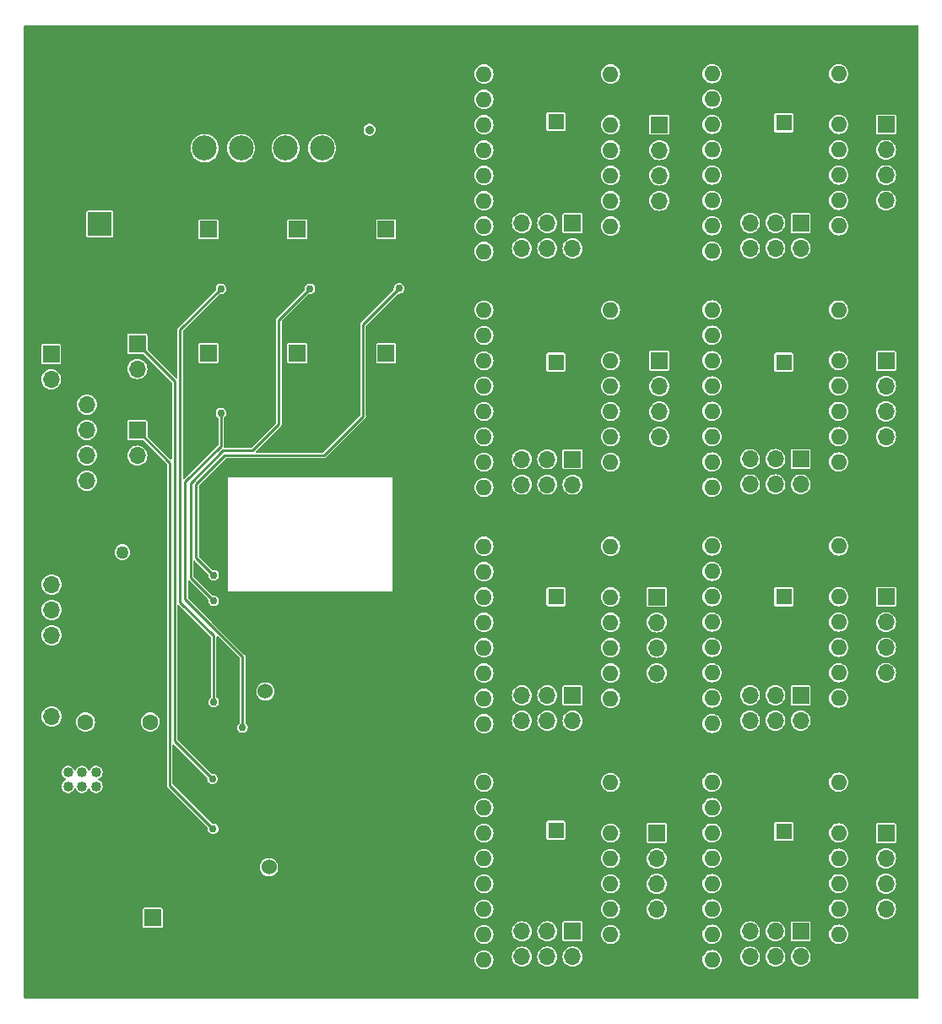
<source format=gbr>
%TF.GenerationSoftware,KiCad,Pcbnew,7.0.5*%
%TF.CreationDate,2023-08-20T17:21:48-04:00*%
%TF.ProjectId,RPi_Pico_W_A4988_control_board,5250695f-5069-4636-9f5f-575f41343938,rev?*%
%TF.SameCoordinates,Original*%
%TF.FileFunction,Copper,L2,Inr*%
%TF.FilePolarity,Positive*%
%FSLAX46Y46*%
G04 Gerber Fmt 4.6, Leading zero omitted, Abs format (unit mm)*
G04 Created by KiCad (PCBNEW 7.0.5) date 2023-08-20 17:21:48*
%MOMM*%
%LPD*%
G01*
G04 APERTURE LIST*
%TA.AperFunction,ComponentPad*%
%ADD10C,1.600000*%
%TD*%
%TA.AperFunction,ComponentPad*%
%ADD11R,1.600000X1.600000*%
%TD*%
%TA.AperFunction,ComponentPad*%
%ADD12R,1.700000X1.700000*%
%TD*%
%TA.AperFunction,ComponentPad*%
%ADD13O,1.700000X1.700000*%
%TD*%
%TA.AperFunction,ComponentPad*%
%ADD14C,2.500000*%
%TD*%
%TA.AperFunction,ComponentPad*%
%ADD15C,3.500000*%
%TD*%
%TA.AperFunction,ComponentPad*%
%ADD16O,1.600000X1.600000*%
%TD*%
%TA.AperFunction,ComponentPad*%
%ADD17R,2.400000X2.400000*%
%TD*%
%TA.AperFunction,ComponentPad*%
%ADD18C,2.400000*%
%TD*%
%TA.AperFunction,ViaPad*%
%ADD19C,0.762000*%
%TD*%
%TA.AperFunction,ViaPad*%
%ADD20C,1.016000*%
%TD*%
%TA.AperFunction,ViaPad*%
%ADD21C,0.914400*%
%TD*%
%TA.AperFunction,ViaPad*%
%ADD22C,1.270000*%
%TD*%
%TA.AperFunction,ViaPad*%
%ADD23C,1.524000*%
%TD*%
%TA.AperFunction,Conductor*%
%ADD24C,0.254000*%
%TD*%
G04 APERTURE END LIST*
D10*
%TO.N,GND*%
%TO.C,SW1*%
X107950000Y-93550000D03*
%TO.N,Net-(J23-Pin_2)*%
X107950000Y-98050000D03*
%TO.N,GND*%
X114450000Y-93550000D03*
%TO.N,Net-(J23-Pin_2)*%
X114450000Y-98050000D03*
%TD*%
D11*
%TO.N,VPP*%
%TO.C,C13*%
X178000000Y-38000000D03*
D10*
%TO.N,GND*%
X178000000Y-40500000D03*
%TD*%
D12*
%TO.N,2B_3*%
%TO.C,J2*%
X188250000Y-85510000D03*
D13*
%TO.N,2A_3*%
X188250000Y-88050000D03*
%TO.N,1A_3*%
X188250000Y-90590000D03*
%TO.N,1B_3*%
X188250000Y-93130000D03*
%TD*%
D12*
%TO.N,MS1_1*%
%TO.C,J13*%
X156805000Y-119025000D03*
D13*
%TO.N,+3V3*%
X156805000Y-121565000D03*
%TO.N,MS2_1*%
X154265000Y-119025000D03*
%TO.N,+3V3*%
X154265000Y-121565000D03*
%TO.N,MS3_1*%
X151725000Y-119025000D03*
%TO.N,+3V3*%
X151725000Y-121565000D03*
%TD*%
D14*
%TO.N,+12V*%
%TO.C,U1*%
X119905000Y-40550000D03*
X123565000Y-40550000D03*
%TO.N,VPP*%
X128035000Y-40550000D03*
X131695000Y-40550000D03*
%TD*%
D12*
%TO.N,2B_1*%
%TO.C,J4*%
X165250000Y-109195000D03*
D13*
%TO.N,2A_1*%
X165250000Y-111735000D03*
%TO.N,1A_1*%
X165250000Y-114275000D03*
%TO.N,1B_1*%
X165250000Y-116815000D03*
%TD*%
D12*
%TO.N,2B_7*%
%TO.C,J27*%
X165510000Y-38200000D03*
D13*
%TO.N,2A_7*%
X165510000Y-40740000D03*
%TO.N,1A_7*%
X165510000Y-43280000D03*
%TO.N,1B_7*%
X165510000Y-45820000D03*
%TD*%
D12*
%TO.N,2B_6*%
%TO.C,J8*%
X165510000Y-61865000D03*
D13*
%TO.N,2A_6*%
X165510000Y-64405000D03*
%TO.N,1A_6*%
X165510000Y-66945000D03*
%TO.N,1B_6*%
X165510000Y-69485000D03*
%TD*%
D12*
%TO.N,Net-(J12-Pin_1)*%
%TO.C,J12*%
X138100000Y-61100000D03*
D13*
%TO.N,GND*%
X140640000Y-61100000D03*
%TD*%
D12*
%TO.N,MS1_8*%
%TO.C,J25*%
X179685000Y-48040000D03*
D13*
%TO.N,+3V3*%
X179685000Y-50580000D03*
%TO.N,MS2_8*%
X177145000Y-48040000D03*
%TO.N,+3V3*%
X177145000Y-50580000D03*
%TO.N,MS3_8*%
X174605000Y-48040000D03*
%TO.N,+3V3*%
X174605000Y-50580000D03*
%TD*%
D15*
%TO.N,GND*%
%TO.C,H3*%
X104500000Y-123000000D03*
%TD*%
%TO.N,GND*%
%TO.C,H4*%
X188750000Y-123000000D03*
%TD*%
D12*
%TO.N,GND*%
%TO.C,J21*%
X108100000Y-61170000D03*
D13*
X108100000Y-63710000D03*
%TO.N,VSYS*%
X108100000Y-66250000D03*
X108100000Y-68790000D03*
%TO.N,+3V3*%
X108100000Y-71330000D03*
X108100000Y-73870000D03*
%TD*%
D12*
%TO.N,IO27*%
%TO.C,J28*%
X113150000Y-60140000D03*
D13*
%TO.N,VSYS*%
X113150000Y-62680000D03*
%TO.N,GND*%
X113150000Y-65220000D03*
%TD*%
D11*
%TO.N,GND*%
%TO.C,A3*%
X183500000Y-98200000D03*
D16*
%TO.N,+3V3*%
X183500000Y-95660000D03*
%TO.N,1B_3*%
X183500000Y-93120000D03*
%TO.N,1A_3*%
X183500000Y-90580000D03*
%TO.N,2A_3*%
X183500000Y-88040000D03*
%TO.N,2B_3*%
X183500000Y-85500000D03*
%TO.N,GND*%
X183500000Y-82960000D03*
%TO.N,VPP*%
X183500000Y-80420000D03*
%TO.N,Net-(A3-~{ENABLE})*%
X170800000Y-80420000D03*
%TO.N,MS1_3*%
X170800000Y-82960000D03*
%TO.N,MS2_3*%
X170800000Y-85500000D03*
%TO.N,MS3_3*%
X170800000Y-88040000D03*
%TO.N,Net-(A3-~{RESET})*%
X170800000Y-90580000D03*
X170800000Y-93120000D03*
%TO.N,STEP_3*%
X170800000Y-95660000D03*
%TO.N,DIR_3*%
X170800000Y-98200000D03*
%TD*%
D12*
%TO.N,Net-(J11-Pin_1)*%
%TO.C,J11*%
X129200000Y-61100000D03*
D13*
%TO.N,GND*%
X131740000Y-61100000D03*
%TD*%
D12*
%TO.N,VSYS*%
%TO.C,J22*%
X114700000Y-117675000D03*
D13*
%TO.N,GND*%
X114700000Y-115135000D03*
%TD*%
D11*
%TO.N,VPP*%
%TO.C,C15*%
X178000000Y-85500000D03*
D10*
%TO.N,GND*%
X178000000Y-88000000D03*
%TD*%
D11*
%TO.N,VPP*%
%TO.C,C17*%
X155150000Y-62000000D03*
D10*
%TO.N,GND*%
X155150000Y-64500000D03*
%TD*%
D15*
%TO.N,GND*%
%TO.C,H1*%
X104500000Y-31000000D03*
%TD*%
D11*
%TO.N,VPP*%
%TO.C,C19*%
X178000000Y-109000000D03*
D10*
%TO.N,GND*%
X178000000Y-111500000D03*
%TD*%
D11*
%TO.N,GND*%
%TO.C,A2*%
X183500000Y-121865000D03*
D16*
%TO.N,+3V3*%
X183500000Y-119325000D03*
%TO.N,1B_2*%
X183500000Y-116785000D03*
%TO.N,1A_2*%
X183500000Y-114245000D03*
%TO.N,2A_2*%
X183500000Y-111705000D03*
%TO.N,2B_2*%
X183500000Y-109165000D03*
%TO.N,GND*%
X183500000Y-106625000D03*
%TO.N,VPP*%
X183500000Y-104085000D03*
%TO.N,Net-(A2-~{ENABLE})*%
X170800000Y-104085000D03*
%TO.N,MS1_2*%
X170800000Y-106625000D03*
%TO.N,MS2_2*%
X170800000Y-109165000D03*
%TO.N,MS3_2*%
X170800000Y-111705000D03*
%TO.N,Net-(A2-~{RESET})*%
X170800000Y-114245000D03*
X170800000Y-116785000D03*
%TO.N,STEP_2*%
X170800000Y-119325000D03*
%TO.N,DIR_2*%
X170800000Y-121865000D03*
%TD*%
D11*
%TO.N,VPP*%
%TO.C,C12*%
X155150000Y-37900000D03*
D10*
%TO.N,GND*%
X155150000Y-40400000D03*
%TD*%
D11*
%TO.N,VPP*%
%TO.C,C16*%
X155150000Y-85500000D03*
D10*
%TO.N,GND*%
X155150000Y-88000000D03*
%TD*%
D12*
%TO.N,MS1_5*%
%TO.C,J17*%
X179685000Y-71705000D03*
D13*
%TO.N,+3V3*%
X179685000Y-74245000D03*
%TO.N,MS2_5*%
X177145000Y-71705000D03*
%TO.N,+3V3*%
X177145000Y-74245000D03*
%TO.N,MS3_5*%
X174605000Y-71705000D03*
%TO.N,+3V3*%
X174605000Y-74245000D03*
%TD*%
D15*
%TO.N,GND*%
%TO.C,H2*%
X188750000Y-31000000D03*
%TD*%
D12*
%TO.N,GND*%
%TO.C,J19*%
X104550000Y-81740000D03*
D13*
%TO.N,SDA*%
X104550000Y-84280000D03*
%TO.N,SCL*%
X104550000Y-86820000D03*
%TO.N,+3V3*%
X104550000Y-89360000D03*
%TD*%
D12*
%TO.N,2B_5*%
%TO.C,J5*%
X188250000Y-61845000D03*
D13*
%TO.N,2A_5*%
X188250000Y-64385000D03*
%TO.N,1A_5*%
X188250000Y-66925000D03*
%TO.N,1B_5*%
X188250000Y-69465000D03*
%TD*%
D11*
%TO.N,GND*%
%TO.C,A7*%
X160620000Y-50890000D03*
D16*
%TO.N,+3V3*%
X160620000Y-48350000D03*
%TO.N,1B_7*%
X160620000Y-45810000D03*
%TO.N,1A_7*%
X160620000Y-43270000D03*
%TO.N,2A_7*%
X160620000Y-40730000D03*
%TO.N,2B_7*%
X160620000Y-38190000D03*
%TO.N,GND*%
X160620000Y-35650000D03*
%TO.N,VPP*%
X160620000Y-33110000D03*
%TO.N,Net-(A7-~{ENABLE})*%
X147920000Y-33110000D03*
%TO.N,MS1_7*%
X147920000Y-35650000D03*
%TO.N,MS2_7*%
X147920000Y-38190000D03*
%TO.N,MS3_7*%
X147920000Y-40730000D03*
%TO.N,Net-(A7-~{RESET})*%
X147920000Y-43270000D03*
X147920000Y-45810000D03*
%TO.N,STEP_7*%
X147920000Y-48350000D03*
%TO.N,DIR_7*%
X147920000Y-50890000D03*
%TD*%
D12*
%TO.N,2B_8*%
%TO.C,J26*%
X188250000Y-38180000D03*
D13*
%TO.N,2A_8*%
X188250000Y-40720000D03*
%TO.N,1A_8*%
X188250000Y-43260000D03*
%TO.N,1B_8*%
X188250000Y-45800000D03*
%TD*%
D17*
%TO.N,+12V*%
%TO.C,C11*%
X109400000Y-48176041D03*
D18*
%TO.N,GND*%
X109400000Y-53176041D03*
%TD*%
D11*
%TO.N,GND*%
%TO.C,A5*%
X183500000Y-74535000D03*
D16*
%TO.N,+3V3*%
X183500000Y-71995000D03*
%TO.N,1B_5*%
X183500000Y-69455000D03*
%TO.N,1A_5*%
X183500000Y-66915000D03*
%TO.N,2A_5*%
X183500000Y-64375000D03*
%TO.N,2B_5*%
X183500000Y-61835000D03*
%TO.N,GND*%
X183500000Y-59295000D03*
%TO.N,VPP*%
X183500000Y-56755000D03*
%TO.N,Net-(A5-~{ENABLE})*%
X170800000Y-56755000D03*
%TO.N,MS1_5*%
X170800000Y-59295000D03*
%TO.N,MS2_5*%
X170800000Y-61835000D03*
%TO.N,MS3_5*%
X170800000Y-64375000D03*
%TO.N,Net-(A5-~{RESET})*%
X170800000Y-66915000D03*
X170800000Y-69455000D03*
%TO.N,STEP_5*%
X170800000Y-71995000D03*
%TO.N,DIR_5*%
X170800000Y-74535000D03*
%TD*%
D11*
%TO.N,GND*%
%TO.C,A6*%
X160620000Y-74555000D03*
D16*
%TO.N,+3V3*%
X160620000Y-72015000D03*
%TO.N,1B_6*%
X160620000Y-69475000D03*
%TO.N,1A_6*%
X160620000Y-66935000D03*
%TO.N,2A_6*%
X160620000Y-64395000D03*
%TO.N,2B_6*%
X160620000Y-61855000D03*
%TO.N,GND*%
X160620000Y-59315000D03*
%TO.N,VPP*%
X160620000Y-56775000D03*
%TO.N,Net-(A6-~{ENABLE})*%
X147920000Y-56775000D03*
%TO.N,MS1_6*%
X147920000Y-59315000D03*
%TO.N,MS2_6*%
X147920000Y-61855000D03*
%TO.N,MS3_6*%
X147920000Y-64395000D03*
%TO.N,Net-(A6-~{RESET})*%
X147920000Y-66935000D03*
X147920000Y-69475000D03*
%TO.N,STEP_6*%
X147920000Y-72015000D03*
%TO.N,DIR_6*%
X147920000Y-74555000D03*
%TD*%
D11*
%TO.N,GND*%
%TO.C,A1*%
X160620000Y-121885000D03*
D16*
%TO.N,+3V3*%
X160620000Y-119345000D03*
%TO.N,1B_1*%
X160620000Y-116805000D03*
%TO.N,1A_1*%
X160620000Y-114265000D03*
%TO.N,2A_1*%
X160620000Y-111725000D03*
%TO.N,2B_1*%
X160620000Y-109185000D03*
%TO.N,GND*%
X160620000Y-106645000D03*
%TO.N,VPP*%
X160620000Y-104105000D03*
%TO.N,Net-(A1-~{ENABLE})*%
X147920000Y-104105000D03*
%TO.N,MS1_1*%
X147920000Y-106645000D03*
%TO.N,MS2_1*%
X147920000Y-109185000D03*
%TO.N,MS3_1*%
X147920000Y-111725000D03*
%TO.N,Net-(A1-~{RESET})*%
X147920000Y-114265000D03*
X147920000Y-116805000D03*
%TO.N,STEP_1*%
X147920000Y-119345000D03*
%TO.N,DIR_1*%
X147920000Y-121885000D03*
%TD*%
D11*
%TO.N,VPP*%
%TO.C,C18*%
X155150000Y-108900000D03*
D10*
%TO.N,GND*%
X155150000Y-111400000D03*
%TD*%
D12*
%TO.N,MS1_6*%
%TO.C,J18*%
X156805000Y-71725000D03*
D13*
%TO.N,+3V3*%
X156805000Y-74265000D03*
%TO.N,MS2_6*%
X154265000Y-71725000D03*
%TO.N,+3V3*%
X154265000Y-74265000D03*
%TO.N,MS3_6*%
X151725000Y-71725000D03*
%TO.N,+3V3*%
X151725000Y-74265000D03*
%TD*%
D12*
%TO.N,MS1_3*%
%TO.C,J15*%
X179685000Y-95370000D03*
D13*
%TO.N,+3V3*%
X179685000Y-97910000D03*
%TO.N,MS2_3*%
X177145000Y-95370000D03*
%TO.N,+3V3*%
X177145000Y-97910000D03*
%TO.N,MS3_3*%
X174605000Y-95370000D03*
%TO.N,+3V3*%
X174605000Y-97910000D03*
%TD*%
D12*
%TO.N,2B_4*%
%TO.C,J3*%
X165250000Y-85530000D03*
D13*
%TO.N,2A_4*%
X165250000Y-88070000D03*
%TO.N,1A_4*%
X165250000Y-90610000D03*
%TO.N,1B_4*%
X165250000Y-93150000D03*
%TD*%
D12*
%TO.N,Net-(J9-Pin_1)*%
%TO.C,J9*%
X138100000Y-48687500D03*
D13*
%TO.N,GND*%
X140640000Y-48687500D03*
%TD*%
D11*
%TO.N,GND*%
%TO.C,A8*%
X183500000Y-50870000D03*
D16*
%TO.N,+3V3*%
X183500000Y-48330000D03*
%TO.N,1B_8*%
X183500000Y-45790000D03*
%TO.N,1A_8*%
X183500000Y-43250000D03*
%TO.N,2A_8*%
X183500000Y-40710000D03*
%TO.N,2B_8*%
X183500000Y-38170000D03*
%TO.N,GND*%
X183500000Y-35630000D03*
%TO.N,VPP*%
X183500000Y-33090000D03*
%TO.N,Net-(A8-~{ENABLE})*%
X170800000Y-33090000D03*
%TO.N,MS1_8*%
X170800000Y-35630000D03*
%TO.N,MS2_8*%
X170800000Y-38170000D03*
%TO.N,MS3_8*%
X170800000Y-40710000D03*
%TO.N,Net-(A8-~{RESET})*%
X170800000Y-43250000D03*
X170800000Y-45790000D03*
%TO.N,STEP_8*%
X170800000Y-48330000D03*
%TO.N,DIR_8*%
X170800000Y-50870000D03*
%TD*%
D12*
%TO.N,MS1_2*%
%TO.C,J14*%
X179685000Y-119035000D03*
D13*
%TO.N,+3V3*%
X179685000Y-121575000D03*
%TO.N,MS2_2*%
X177145000Y-119035000D03*
%TO.N,+3V3*%
X177145000Y-121575000D03*
%TO.N,MS3_2*%
X174605000Y-119035000D03*
%TO.N,+3V3*%
X174605000Y-121575000D03*
%TD*%
D12*
%TO.N,MS1_4*%
%TO.C,J16*%
X156805000Y-95390000D03*
D13*
%TO.N,+3V3*%
X156805000Y-97930000D03*
%TO.N,MS2_4*%
X154265000Y-95390000D03*
%TO.N,+3V3*%
X154265000Y-97930000D03*
%TO.N,MS3_4*%
X151725000Y-95390000D03*
%TO.N,+3V3*%
X151725000Y-97930000D03*
%TD*%
D11*
%TO.N,GND*%
%TO.C,A4*%
X160620000Y-98220000D03*
D16*
%TO.N,+3V3*%
X160620000Y-95680000D03*
%TO.N,1B_4*%
X160620000Y-93140000D03*
%TO.N,1A_4*%
X160620000Y-90600000D03*
%TO.N,2A_4*%
X160620000Y-88060000D03*
%TO.N,2B_4*%
X160620000Y-85520000D03*
%TO.N,GND*%
X160620000Y-82980000D03*
%TO.N,VPP*%
X160620000Y-80440000D03*
%TO.N,Net-(A4-~{ENABLE})*%
X147920000Y-80440000D03*
%TO.N,MS1_4*%
X147920000Y-82980000D03*
%TO.N,MS2_4*%
X147920000Y-85520000D03*
%TO.N,MS3_4*%
X147920000Y-88060000D03*
%TO.N,Net-(A4-~{RESET})*%
X147920000Y-90600000D03*
X147920000Y-93140000D03*
%TO.N,STEP_4*%
X147920000Y-95680000D03*
%TO.N,DIR_4*%
X147920000Y-98220000D03*
%TD*%
D12*
%TO.N,MS1_7*%
%TO.C,J24*%
X156805000Y-48060000D03*
D13*
%TO.N,+3V3*%
X156805000Y-50600000D03*
%TO.N,MS2_7*%
X154265000Y-48060000D03*
%TO.N,+3V3*%
X154265000Y-50600000D03*
%TO.N,MS3_7*%
X151725000Y-48060000D03*
%TO.N,+3V3*%
X151725000Y-50600000D03*
%TD*%
D12*
%TO.N,Net-(J10-Pin_1)*%
%TO.C,J10*%
X120300000Y-61100000D03*
D13*
%TO.N,GND*%
X122840000Y-61100000D03*
%TD*%
D12*
%TO.N,IO28*%
%TO.C,J29*%
X113150000Y-68820000D03*
D13*
%TO.N,VSYS*%
X113150000Y-71360000D03*
%TO.N,GND*%
X113150000Y-73900000D03*
%TD*%
D11*
%TO.N,VPP*%
%TO.C,C14*%
X178000000Y-62000000D03*
D10*
%TO.N,GND*%
X178000000Y-64500000D03*
%TD*%
D12*
%TO.N,Net-(J6-Pin_1)*%
%TO.C,J6*%
X120300000Y-48687500D03*
D13*
%TO.N,GND*%
X122840000Y-48687500D03*
%TD*%
D12*
%TO.N,GND*%
%TO.C,J23*%
X104550000Y-94960000D03*
D13*
%TO.N,Net-(J23-Pin_2)*%
X104550000Y-97500000D03*
%TD*%
D12*
%TO.N,IO27*%
%TO.C,J20*%
X104500000Y-61170000D03*
D13*
%TO.N,IO28*%
X104500000Y-63710000D03*
%TO.N,GND*%
X104500000Y-66250000D03*
X104500000Y-68790000D03*
X104500000Y-71330000D03*
X104500000Y-73870000D03*
%TD*%
D12*
%TO.N,Net-(J7-Pin_1)*%
%TO.C,J7*%
X129200000Y-48687500D03*
D13*
%TO.N,GND*%
X131740000Y-48687500D03*
%TD*%
D12*
%TO.N,2B_2*%
%TO.C,J1*%
X188250000Y-109175000D03*
D13*
%TO.N,2A_2*%
X188250000Y-111715000D03*
%TO.N,1A_2*%
X188250000Y-114255000D03*
%TO.N,1B_2*%
X188250000Y-116795000D03*
%TD*%
D19*
%TO.N,GND*%
X186000000Y-79000000D03*
X107000000Y-57000000D03*
X190000000Y-100500000D03*
X117000000Y-53000000D03*
X186000000Y-102500000D03*
X132000000Y-46000000D03*
X113000000Y-53000000D03*
X128000000Y-46000000D03*
X117000000Y-49000000D03*
X106000000Y-119000000D03*
X188000000Y-53000000D03*
X190000000Y-53000000D03*
X188000000Y-73000000D03*
X103000000Y-55000000D03*
X113000000Y-57000000D03*
X186000000Y-51000000D03*
X190000000Y-55000000D03*
X110000000Y-123000000D03*
X104000000Y-119000000D03*
X111000000Y-57000000D03*
X190000000Y-57000000D03*
X186000000Y-96500000D03*
X186000000Y-100500000D03*
X125000000Y-87000000D03*
X188000000Y-96500000D03*
X112000000Y-123000000D03*
X136000000Y-46000000D03*
X190000000Y-73000000D03*
X131000000Y-47000000D03*
X129000000Y-95000000D03*
X135000000Y-51000000D03*
X119000000Y-47000000D03*
X118000000Y-46000000D03*
X188000000Y-75000000D03*
X190000000Y-79000000D03*
X190000000Y-98500000D03*
X186000000Y-98500000D03*
X111000000Y-51000000D03*
X190000000Y-49000000D03*
X141250000Y-80900000D03*
X186000000Y-104500000D03*
X139000000Y-47000000D03*
X190000000Y-81000000D03*
X186000000Y-57000000D03*
X108000000Y-119000000D03*
X109000000Y-51000000D03*
X126000000Y-54000000D03*
X137000000Y-87000000D03*
X186000000Y-77000000D03*
X105000000Y-53000000D03*
X133000000Y-95000000D03*
X135000000Y-49000000D03*
X115000000Y-53000000D03*
X186000000Y-49000000D03*
X126000000Y-50000000D03*
X186000000Y-73000000D03*
X121000000Y-47000000D03*
X188000000Y-98500000D03*
X123000000Y-47000000D03*
X137000000Y-95000000D03*
X105000000Y-57000000D03*
X105000000Y-55000000D03*
X137000000Y-47000000D03*
X104000000Y-102000000D03*
X117000000Y-51000000D03*
X120800000Y-80700000D03*
X190000000Y-102500000D03*
X138000000Y-46000000D03*
X186000000Y-53000000D03*
X108000000Y-121000000D03*
X122000000Y-46000000D03*
X120000000Y-46000000D03*
X115000000Y-51000000D03*
X186000000Y-75000000D03*
X130000000Y-46000000D03*
X114000000Y-123000000D03*
X125000000Y-47000000D03*
X113000000Y-104000000D03*
X129000000Y-47000000D03*
X135000000Y-53000000D03*
X115000000Y-49000000D03*
X103000000Y-53000000D03*
X134000000Y-46000000D03*
X190000000Y-77000000D03*
X110000000Y-119000000D03*
X107000000Y-53000000D03*
X188000000Y-77000000D03*
X140100000Y-119050000D03*
X133000000Y-87000000D03*
X104000000Y-100000000D03*
X126000000Y-52000000D03*
X190000000Y-104500000D03*
X117000000Y-47000000D03*
X188000000Y-57000000D03*
X188000000Y-100500000D03*
X188000000Y-81000000D03*
X188000000Y-104500000D03*
X190000000Y-75000000D03*
X107000000Y-55000000D03*
X188000000Y-49000000D03*
X103000000Y-57000000D03*
X140150000Y-106350000D03*
X126000000Y-48000000D03*
X109000000Y-57000000D03*
X110000000Y-121000000D03*
X188000000Y-55000000D03*
X111000000Y-104000000D03*
X135000000Y-47000000D03*
X188000000Y-102500000D03*
X139250000Y-80900000D03*
X188000000Y-79000000D03*
X107000000Y-51000000D03*
X104000000Y-104000000D03*
X115000000Y-104000000D03*
X105000000Y-51000000D03*
X124000000Y-46000000D03*
X120900000Y-119000000D03*
X115000000Y-55000000D03*
X115000000Y-57000000D03*
X129000000Y-91000000D03*
X113000000Y-55000000D03*
X117000000Y-55000000D03*
X127000000Y-47000000D03*
X190000000Y-51000000D03*
X108000000Y-123000000D03*
X112000000Y-121000000D03*
X103000000Y-51000000D03*
X120800000Y-106200000D03*
X190000000Y-96500000D03*
X106000000Y-100000000D03*
X126000000Y-46000000D03*
X137000000Y-91000000D03*
X140150000Y-93600000D03*
X133000000Y-47000000D03*
X186000000Y-81000000D03*
X114000000Y-121000000D03*
X116000000Y-123000000D03*
X113000000Y-51000000D03*
X186000000Y-55000000D03*
X129000000Y-87000000D03*
X188000000Y-51000000D03*
X133000000Y-91000000D03*
D20*
%TO.N,VPP*%
X109000000Y-104500000D03*
X109000000Y-103100000D03*
X107600000Y-104500000D03*
X107600000Y-103100000D03*
X106200000Y-104500000D03*
D21*
X136450000Y-38700000D03*
D20*
X106200000Y-103100000D03*
D22*
%TO.N,+3V3*%
X111650000Y-81040000D03*
D23*
X126350000Y-112600000D03*
X126000000Y-95000000D03*
D19*
%TO.N,LIMIT_SW_2*%
X130450000Y-54650000D03*
X120800000Y-85900000D03*
%TO.N,LIMIT_SW_1*%
X120800000Y-96050000D03*
X121550000Y-54650000D03*
%TO.N,LIMIT_SW_3*%
X139400000Y-54600000D03*
X120800000Y-83350000D03*
%TO.N,LIMIT_SW_4*%
X121550000Y-67100000D03*
X123700000Y-98600000D03*
%TO.N,IO28*%
X120750000Y-108750000D03*
%TO.N,IO27*%
X120700000Y-103750000D03*
%TD*%
D24*
%TO.N,LIMIT_SW_1*%
X117450000Y-58750000D02*
X117450000Y-86050000D01*
X121550000Y-54650000D02*
X117450000Y-58750000D01*
X117450000Y-86050000D02*
X120800000Y-89400000D01*
X120800000Y-89400000D02*
X120800000Y-96050000D01*
%TO.N,LIMIT_SW_2*%
X124700000Y-70850000D02*
X127350000Y-68200000D01*
X118500000Y-74100000D02*
X121750000Y-70850000D01*
X118500000Y-83600000D02*
X118500000Y-74100000D01*
X127350000Y-57750000D02*
X130450000Y-54650000D01*
X121750000Y-70850000D02*
X124700000Y-70850000D01*
X120800000Y-85900000D02*
X118500000Y-83600000D01*
X127350000Y-68200000D02*
X127350000Y-57750000D01*
%TO.N,LIMIT_SW_3*%
X131850000Y-71350000D02*
X135800000Y-67400000D01*
X120800000Y-83350000D02*
X119050000Y-81600000D01*
X119050000Y-81600000D02*
X119050000Y-74200000D01*
X135800000Y-67400000D02*
X135800000Y-58200000D01*
X135800000Y-58200000D02*
X139400000Y-54600000D01*
X119050000Y-74200000D02*
X121900000Y-71350000D01*
X121900000Y-71350000D02*
X131850000Y-71350000D01*
%TO.N,LIMIT_SW_4*%
X121550000Y-70400000D02*
X117950000Y-74000000D01*
X123700000Y-91500000D02*
X117950000Y-85750000D01*
X117950000Y-74000000D02*
X117950000Y-74850000D01*
X117950000Y-85750000D02*
X117950000Y-74850000D01*
X123700000Y-98600000D02*
X123700000Y-91500000D01*
X121550000Y-67100000D02*
X121550000Y-70400000D01*
%TO.N,IO28*%
X116400000Y-72070000D02*
X116400000Y-104400000D01*
X116400000Y-104400000D02*
X120750000Y-108750000D01*
X113150000Y-68820000D02*
X116400000Y-72070000D01*
%TO.N,IO27*%
X116900000Y-63890000D02*
X113150000Y-60140000D01*
X116900000Y-99950000D02*
X116900000Y-63890000D01*
X120700000Y-103750000D02*
X116900000Y-99950000D01*
%TD*%
%TA.AperFunction,Conductor*%
%TO.N,GND*%
G36*
X191454031Y-28273713D02*
G01*
X191490576Y-28324013D01*
X191495500Y-28355100D01*
X191495500Y-125644900D01*
X191476287Y-125704031D01*
X191425987Y-125740576D01*
X191394900Y-125745500D01*
X101855100Y-125745500D01*
X101795969Y-125726287D01*
X101759424Y-125675987D01*
X101754500Y-125644900D01*
X101754500Y-121885000D01*
X146962489Y-121885000D01*
X146980887Y-122071801D01*
X146980887Y-122071803D01*
X146980888Y-122071805D01*
X147035372Y-122251418D01*
X147035374Y-122251422D01*
X147116349Y-122402916D01*
X147123859Y-122416965D01*
X147123861Y-122416967D01*
X147123862Y-122416969D01*
X147242932Y-122562058D01*
X147242941Y-122562067D01*
X147388030Y-122681137D01*
X147388035Y-122681141D01*
X147553576Y-122769625D01*
X147553578Y-122769625D01*
X147553581Y-122769627D01*
X147643387Y-122796869D01*
X147733199Y-122824113D01*
X147920000Y-122842511D01*
X148106801Y-122824113D01*
X148252982Y-122779769D01*
X148286418Y-122769627D01*
X148286418Y-122769626D01*
X148286424Y-122769625D01*
X148451965Y-122681141D01*
X148597063Y-122562063D01*
X148716141Y-122416965D01*
X148804625Y-122251424D01*
X148859113Y-122071801D01*
X148877511Y-121885000D01*
X148859113Y-121698199D01*
X148818708Y-121565000D01*
X150717247Y-121565000D01*
X150736611Y-121761606D01*
X150793956Y-121950646D01*
X150793957Y-121950649D01*
X150793958Y-121950650D01*
X150887084Y-122124878D01*
X151012411Y-122277589D01*
X151165122Y-122402916D01*
X151339350Y-122496042D01*
X151339352Y-122496042D01*
X151339353Y-122496043D01*
X151528393Y-122553388D01*
X151528394Y-122553388D01*
X151528397Y-122553389D01*
X151725000Y-122572753D01*
X151921603Y-122553389D01*
X152110650Y-122496042D01*
X152284878Y-122402916D01*
X152437589Y-122277589D01*
X152562916Y-122124878D01*
X152656042Y-121950650D01*
X152713389Y-121761603D01*
X152732753Y-121565000D01*
X153257247Y-121565000D01*
X153276611Y-121761606D01*
X153333956Y-121950646D01*
X153333957Y-121950649D01*
X153333958Y-121950650D01*
X153427084Y-122124878D01*
X153552411Y-122277589D01*
X153705122Y-122402916D01*
X153879350Y-122496042D01*
X153879352Y-122496042D01*
X153879353Y-122496043D01*
X154068393Y-122553388D01*
X154068394Y-122553388D01*
X154068397Y-122553389D01*
X154265000Y-122572753D01*
X154461603Y-122553389D01*
X154650650Y-122496042D01*
X154824878Y-122402916D01*
X154977589Y-122277589D01*
X155102916Y-122124878D01*
X155196042Y-121950650D01*
X155253389Y-121761603D01*
X155272753Y-121565000D01*
X155797247Y-121565000D01*
X155816611Y-121761606D01*
X155873956Y-121950646D01*
X155873957Y-121950649D01*
X155873958Y-121950650D01*
X155967084Y-122124878D01*
X156092411Y-122277589D01*
X156245122Y-122402916D01*
X156419350Y-122496042D01*
X156419352Y-122496042D01*
X156419353Y-122496043D01*
X156608393Y-122553388D01*
X156608394Y-122553388D01*
X156608397Y-122553389D01*
X156805000Y-122572753D01*
X157001603Y-122553389D01*
X157190650Y-122496042D01*
X157364878Y-122402916D01*
X157517589Y-122277589D01*
X157642916Y-122124878D01*
X157736042Y-121950650D01*
X157762024Y-121865000D01*
X169842489Y-121865000D01*
X169860887Y-122051801D01*
X169860887Y-122051803D01*
X169860888Y-122051805D01*
X169915372Y-122231418D01*
X169915374Y-122231422D01*
X169915375Y-122231424D01*
X170003859Y-122396965D01*
X170003861Y-122396967D01*
X170003862Y-122396969D01*
X170122932Y-122542058D01*
X170122941Y-122542067D01*
X170172518Y-122582753D01*
X170268035Y-122661141D01*
X170433576Y-122749625D01*
X170433578Y-122749625D01*
X170433581Y-122749627D01*
X170523387Y-122776869D01*
X170613199Y-122804113D01*
X170800000Y-122822511D01*
X170986801Y-122804113D01*
X171132982Y-122759769D01*
X171166418Y-122749627D01*
X171166418Y-122749626D01*
X171166424Y-122749625D01*
X171331965Y-122661141D01*
X171477063Y-122542063D01*
X171596141Y-122396965D01*
X171684625Y-122231424D01*
X171739113Y-122051801D01*
X171757511Y-121865000D01*
X171739113Y-121678199D01*
X171707808Y-121575000D01*
X173597247Y-121575000D01*
X173616611Y-121771606D01*
X173673956Y-121960646D01*
X173767084Y-122134878D01*
X173846312Y-122231418D01*
X173892411Y-122287589D01*
X174045122Y-122412916D01*
X174219350Y-122506042D01*
X174219352Y-122506042D01*
X174219353Y-122506043D01*
X174408393Y-122563388D01*
X174408394Y-122563388D01*
X174408397Y-122563389D01*
X174605000Y-122582753D01*
X174801603Y-122563389D01*
X174990650Y-122506042D01*
X175164878Y-122412916D01*
X175317589Y-122287589D01*
X175442916Y-122134878D01*
X175536042Y-121960650D01*
X175593389Y-121771603D01*
X175612753Y-121575000D01*
X176137247Y-121575000D01*
X176156611Y-121771606D01*
X176213956Y-121960646D01*
X176307084Y-122134878D01*
X176386312Y-122231418D01*
X176432411Y-122287589D01*
X176585122Y-122412916D01*
X176759350Y-122506042D01*
X176759352Y-122506042D01*
X176759353Y-122506043D01*
X176948393Y-122563388D01*
X176948394Y-122563388D01*
X176948397Y-122563389D01*
X177145000Y-122582753D01*
X177341603Y-122563389D01*
X177530650Y-122506042D01*
X177704878Y-122412916D01*
X177857589Y-122287589D01*
X177982916Y-122134878D01*
X178076042Y-121960650D01*
X178133389Y-121771603D01*
X178152753Y-121575000D01*
X178677247Y-121575000D01*
X178696611Y-121771606D01*
X178753956Y-121960646D01*
X178847084Y-122134878D01*
X178926312Y-122231418D01*
X178972411Y-122287589D01*
X179125122Y-122412916D01*
X179299350Y-122506042D01*
X179299352Y-122506042D01*
X179299353Y-122506043D01*
X179488393Y-122563388D01*
X179488394Y-122563388D01*
X179488397Y-122563389D01*
X179685000Y-122582753D01*
X179881603Y-122563389D01*
X180070650Y-122506042D01*
X180244878Y-122412916D01*
X180397589Y-122287589D01*
X180522916Y-122134878D01*
X180616042Y-121960650D01*
X180673389Y-121771603D01*
X180692753Y-121575000D01*
X180673389Y-121378397D01*
X180670354Y-121368393D01*
X180616043Y-121189353D01*
X180616042Y-121189352D01*
X180616042Y-121189350D01*
X180522916Y-121015122D01*
X180397589Y-120862411D01*
X180244878Y-120737084D01*
X180070650Y-120643958D01*
X180070649Y-120643957D01*
X180070646Y-120643956D01*
X179881606Y-120586611D01*
X179734150Y-120572088D01*
X179685000Y-120567247D01*
X179684999Y-120567247D01*
X179488393Y-120586611D01*
X179299353Y-120643956D01*
X179125121Y-120737084D01*
X178972411Y-120862410D01*
X178972410Y-120862411D01*
X178847084Y-121015121D01*
X178753956Y-121189353D01*
X178696611Y-121378393D01*
X178677247Y-121575000D01*
X178152753Y-121575000D01*
X178133389Y-121378397D01*
X178130354Y-121368393D01*
X178076043Y-121189353D01*
X178076042Y-121189352D01*
X178076042Y-121189350D01*
X177982916Y-121015122D01*
X177857589Y-120862411D01*
X177704878Y-120737084D01*
X177530650Y-120643958D01*
X177530649Y-120643957D01*
X177530646Y-120643956D01*
X177341606Y-120586611D01*
X177194150Y-120572088D01*
X177145000Y-120567247D01*
X177144999Y-120567247D01*
X176948393Y-120586611D01*
X176759353Y-120643956D01*
X176585121Y-120737084D01*
X176432411Y-120862410D01*
X176432410Y-120862411D01*
X176307084Y-121015121D01*
X176213956Y-121189353D01*
X176156611Y-121378393D01*
X176137247Y-121575000D01*
X175612753Y-121575000D01*
X175593389Y-121378397D01*
X175590354Y-121368393D01*
X175536043Y-121189353D01*
X175536042Y-121189352D01*
X175536042Y-121189350D01*
X175442916Y-121015122D01*
X175317589Y-120862411D01*
X175164878Y-120737084D01*
X174990650Y-120643958D01*
X174990649Y-120643957D01*
X174990646Y-120643956D01*
X174801606Y-120586611D01*
X174605000Y-120567247D01*
X174408393Y-120586611D01*
X174219353Y-120643956D01*
X174045121Y-120737084D01*
X173892411Y-120862410D01*
X173892410Y-120862411D01*
X173767084Y-121015121D01*
X173673956Y-121189353D01*
X173616611Y-121378393D01*
X173597247Y-121575000D01*
X171707808Y-121575000D01*
X171684627Y-121498581D01*
X171684625Y-121498577D01*
X171684625Y-121498576D01*
X171596141Y-121333035D01*
X171493480Y-121207941D01*
X171477067Y-121187941D01*
X171477058Y-121187932D01*
X171331969Y-121068862D01*
X171331967Y-121068861D01*
X171331965Y-121068859D01*
X171166424Y-120980375D01*
X171166423Y-120980374D01*
X171166422Y-120980374D01*
X171166418Y-120980372D01*
X170986805Y-120925888D01*
X170986803Y-120925887D01*
X170986801Y-120925887D01*
X170800000Y-120907489D01*
X170613199Y-120925887D01*
X170613196Y-120925887D01*
X170613194Y-120925888D01*
X170433581Y-120980372D01*
X170433577Y-120980374D01*
X170268043Y-121068854D01*
X170268030Y-121068862D01*
X170122941Y-121187932D01*
X170122932Y-121187941D01*
X170003862Y-121333030D01*
X170003854Y-121333043D01*
X169915374Y-121498577D01*
X169915372Y-121498581D01*
X169860888Y-121678194D01*
X169860887Y-121678196D01*
X169860887Y-121678199D01*
X169842489Y-121865000D01*
X157762024Y-121865000D01*
X157793389Y-121761603D01*
X157812753Y-121565000D01*
X157793389Y-121368397D01*
X157788731Y-121353043D01*
X157736043Y-121179353D01*
X157736042Y-121179352D01*
X157736042Y-121179350D01*
X157642916Y-121005122D01*
X157517589Y-120852411D01*
X157364878Y-120727084D01*
X157190650Y-120633958D01*
X157190649Y-120633957D01*
X157190646Y-120633956D01*
X157001606Y-120576611D01*
X156854150Y-120562088D01*
X156805000Y-120557247D01*
X156804999Y-120557247D01*
X156608393Y-120576611D01*
X156419353Y-120633956D01*
X156245121Y-120727084D01*
X156092411Y-120852410D01*
X156092410Y-120852411D01*
X155967084Y-121005121D01*
X155873956Y-121179353D01*
X155816611Y-121368393D01*
X155797247Y-121565000D01*
X155272753Y-121565000D01*
X155253389Y-121368397D01*
X155248731Y-121353043D01*
X155196043Y-121179353D01*
X155196042Y-121179352D01*
X155196042Y-121179350D01*
X155102916Y-121005122D01*
X154977589Y-120852411D01*
X154824878Y-120727084D01*
X154650650Y-120633958D01*
X154650649Y-120633957D01*
X154650646Y-120633956D01*
X154461606Y-120576611D01*
X154314150Y-120562088D01*
X154265000Y-120557247D01*
X154264999Y-120557247D01*
X154068393Y-120576611D01*
X153879353Y-120633956D01*
X153705121Y-120727084D01*
X153552411Y-120852410D01*
X153552410Y-120852411D01*
X153427084Y-121005121D01*
X153333956Y-121179353D01*
X153276611Y-121368393D01*
X153257247Y-121565000D01*
X152732753Y-121565000D01*
X152713389Y-121368397D01*
X152708731Y-121353043D01*
X152656043Y-121179353D01*
X152656042Y-121179352D01*
X152656042Y-121179350D01*
X152562916Y-121005122D01*
X152437589Y-120852411D01*
X152284878Y-120727084D01*
X152110650Y-120633958D01*
X152110649Y-120633957D01*
X152110646Y-120633956D01*
X151921606Y-120576611D01*
X151725000Y-120557247D01*
X151528393Y-120576611D01*
X151339353Y-120633956D01*
X151165121Y-120727084D01*
X151012411Y-120852410D01*
X151012410Y-120852411D01*
X150887084Y-121005121D01*
X150793956Y-121179353D01*
X150736611Y-121368393D01*
X150717247Y-121565000D01*
X148818708Y-121565000D01*
X148804625Y-121518576D01*
X148716141Y-121353035D01*
X148699728Y-121333035D01*
X148597067Y-121207941D01*
X148597058Y-121207932D01*
X148451969Y-121088862D01*
X148451967Y-121088861D01*
X148451965Y-121088859D01*
X148414553Y-121068862D01*
X148330642Y-121024010D01*
X148286424Y-121000375D01*
X148286423Y-121000374D01*
X148286422Y-121000374D01*
X148286418Y-121000372D01*
X148106805Y-120945888D01*
X148106803Y-120945887D01*
X148106801Y-120945887D01*
X147920000Y-120927489D01*
X147919999Y-120927489D01*
X147889640Y-120930479D01*
X147733199Y-120945887D01*
X147733196Y-120945887D01*
X147733194Y-120945888D01*
X147553581Y-121000372D01*
X147553577Y-121000374D01*
X147388043Y-121088854D01*
X147388030Y-121088862D01*
X147242941Y-121207932D01*
X147242932Y-121207941D01*
X147123862Y-121353030D01*
X147123854Y-121353043D01*
X147035374Y-121518577D01*
X147035372Y-121518581D01*
X146980888Y-121698194D01*
X146980887Y-121698196D01*
X146980887Y-121698199D01*
X146962489Y-121885000D01*
X101754500Y-121885000D01*
X101754500Y-119345000D01*
X146962489Y-119345000D01*
X146980887Y-119531801D01*
X146980887Y-119531803D01*
X146980888Y-119531805D01*
X147035372Y-119711418D01*
X147035374Y-119711422D01*
X147116349Y-119862916D01*
X147123859Y-119876965D01*
X147123861Y-119876967D01*
X147123862Y-119876969D01*
X147242932Y-120022058D01*
X147242941Y-120022067D01*
X147388030Y-120141137D01*
X147388035Y-120141141D01*
X147553576Y-120229625D01*
X147553578Y-120229625D01*
X147553581Y-120229627D01*
X147643387Y-120256869D01*
X147733199Y-120284113D01*
X147920000Y-120302511D01*
X148106801Y-120284113D01*
X148252982Y-120239769D01*
X148286418Y-120229627D01*
X148286418Y-120229626D01*
X148286424Y-120229625D01*
X148451965Y-120141141D01*
X148597063Y-120022063D01*
X148716141Y-119876965D01*
X148804625Y-119711424D01*
X148859113Y-119531801D01*
X148877511Y-119345000D01*
X148859113Y-119158199D01*
X148818708Y-119025000D01*
X150717247Y-119025000D01*
X150736611Y-119221606D01*
X150793956Y-119410646D01*
X150793957Y-119410649D01*
X150793958Y-119410650D01*
X150887084Y-119584878D01*
X151012411Y-119737589D01*
X151165122Y-119862916D01*
X151339350Y-119956042D01*
X151339352Y-119956042D01*
X151339353Y-119956043D01*
X151528393Y-120013388D01*
X151528394Y-120013388D01*
X151528397Y-120013389D01*
X151725000Y-120032753D01*
X151921603Y-120013389D01*
X152110650Y-119956042D01*
X152284878Y-119862916D01*
X152437589Y-119737589D01*
X152562916Y-119584878D01*
X152656042Y-119410650D01*
X152713389Y-119221603D01*
X152732753Y-119025000D01*
X153257247Y-119025000D01*
X153276611Y-119221606D01*
X153333956Y-119410646D01*
X153333957Y-119410649D01*
X153333958Y-119410650D01*
X153427084Y-119584878D01*
X153552411Y-119737589D01*
X153705122Y-119862916D01*
X153879350Y-119956042D01*
X153879352Y-119956042D01*
X153879353Y-119956043D01*
X154068393Y-120013388D01*
X154068394Y-120013388D01*
X154068397Y-120013389D01*
X154265000Y-120032753D01*
X154461603Y-120013389D01*
X154650650Y-119956042D01*
X154774104Y-119890055D01*
X155802100Y-119890055D01*
X155810971Y-119934657D01*
X155810973Y-119934661D01*
X155844764Y-119985232D01*
X155844765Y-119985233D01*
X155844766Y-119985234D01*
X155895342Y-120019028D01*
X155939943Y-120027900D01*
X157670056Y-120027899D01*
X157714658Y-120019028D01*
X157765234Y-119985234D01*
X157799028Y-119934658D01*
X157807900Y-119890057D01*
X157807900Y-119345000D01*
X159662489Y-119345000D01*
X159680887Y-119531801D01*
X159680887Y-119531803D01*
X159680888Y-119531805D01*
X159735372Y-119711418D01*
X159735374Y-119711422D01*
X159816349Y-119862916D01*
X159823859Y-119876965D01*
X159823861Y-119876967D01*
X159823862Y-119876969D01*
X159942932Y-120022058D01*
X159942941Y-120022067D01*
X160088030Y-120141137D01*
X160088035Y-120141141D01*
X160253576Y-120229625D01*
X160253578Y-120229625D01*
X160253581Y-120229627D01*
X160343387Y-120256869D01*
X160433199Y-120284113D01*
X160620000Y-120302511D01*
X160806801Y-120284113D01*
X160952982Y-120239769D01*
X160986418Y-120229627D01*
X160986418Y-120229626D01*
X160986424Y-120229625D01*
X161151965Y-120141141D01*
X161297063Y-120022063D01*
X161416141Y-119876965D01*
X161504625Y-119711424D01*
X161559113Y-119531801D01*
X161577511Y-119345000D01*
X161575541Y-119325000D01*
X169842489Y-119325000D01*
X169860887Y-119511801D01*
X169860887Y-119511803D01*
X169860888Y-119511805D01*
X169915372Y-119691418D01*
X169915374Y-119691422D01*
X169915375Y-119691424D01*
X170003859Y-119856965D01*
X170003861Y-119856967D01*
X170003862Y-119856969D01*
X170122932Y-120002058D01*
X170122941Y-120002067D01*
X170172518Y-120042753D01*
X170268035Y-120121141D01*
X170433576Y-120209625D01*
X170433578Y-120209625D01*
X170433581Y-120209627D01*
X170523387Y-120236869D01*
X170613199Y-120264113D01*
X170800000Y-120282511D01*
X170986801Y-120264113D01*
X171132982Y-120219769D01*
X171166418Y-120209627D01*
X171166418Y-120209626D01*
X171166424Y-120209625D01*
X171331965Y-120121141D01*
X171477063Y-120002063D01*
X171596141Y-119856965D01*
X171684625Y-119691424D01*
X171739113Y-119511801D01*
X171757511Y-119325000D01*
X171739113Y-119138199D01*
X171707808Y-119035000D01*
X173597247Y-119035000D01*
X173616611Y-119231606D01*
X173673956Y-119420646D01*
X173767084Y-119594878D01*
X173846312Y-119691418D01*
X173892411Y-119747589D01*
X174045122Y-119872916D01*
X174219350Y-119966042D01*
X174219352Y-119966042D01*
X174219353Y-119966043D01*
X174408393Y-120023388D01*
X174408394Y-120023388D01*
X174408397Y-120023389D01*
X174605000Y-120042753D01*
X174801603Y-120023389D01*
X174990650Y-119966042D01*
X175164878Y-119872916D01*
X175317589Y-119747589D01*
X175442916Y-119594878D01*
X175536042Y-119420650D01*
X175593389Y-119231603D01*
X175612753Y-119035000D01*
X176137247Y-119035000D01*
X176156611Y-119231606D01*
X176213956Y-119420646D01*
X176307084Y-119594878D01*
X176386312Y-119691418D01*
X176432411Y-119747589D01*
X176585122Y-119872916D01*
X176759350Y-119966042D01*
X176759352Y-119966042D01*
X176759353Y-119966043D01*
X176948393Y-120023388D01*
X176948394Y-120023388D01*
X176948397Y-120023389D01*
X177145000Y-120042753D01*
X177341603Y-120023389D01*
X177530650Y-119966042D01*
X177654104Y-119900055D01*
X178682100Y-119900055D01*
X178690971Y-119944657D01*
X178690973Y-119944661D01*
X178724764Y-119995232D01*
X178724765Y-119995233D01*
X178724766Y-119995234D01*
X178775342Y-120029028D01*
X178819943Y-120037900D01*
X180550056Y-120037899D01*
X180594658Y-120029028D01*
X180645234Y-119995234D01*
X180679028Y-119944658D01*
X180687900Y-119900057D01*
X180687900Y-119325000D01*
X182542489Y-119325000D01*
X182560887Y-119511801D01*
X182560887Y-119511803D01*
X182560888Y-119511805D01*
X182615372Y-119691418D01*
X182615374Y-119691422D01*
X182615375Y-119691424D01*
X182703859Y-119856965D01*
X182703861Y-119856967D01*
X182703862Y-119856969D01*
X182822932Y-120002058D01*
X182822941Y-120002067D01*
X182872518Y-120042753D01*
X182968035Y-120121141D01*
X183133576Y-120209625D01*
X183133578Y-120209625D01*
X183133581Y-120209627D01*
X183223387Y-120236869D01*
X183313199Y-120264113D01*
X183500000Y-120282511D01*
X183686801Y-120264113D01*
X183832982Y-120219769D01*
X183866418Y-120209627D01*
X183866418Y-120209626D01*
X183866424Y-120209625D01*
X184031965Y-120121141D01*
X184177063Y-120002063D01*
X184296141Y-119856965D01*
X184384625Y-119691424D01*
X184439113Y-119511801D01*
X184457511Y-119325000D01*
X184439113Y-119138199D01*
X184407808Y-119035000D01*
X184384627Y-118958581D01*
X184384625Y-118958577D01*
X184384625Y-118958576D01*
X184296141Y-118793035D01*
X184201653Y-118677900D01*
X184177067Y-118647941D01*
X184177058Y-118647932D01*
X184031969Y-118528862D01*
X184031967Y-118528861D01*
X184031965Y-118528859D01*
X183866424Y-118440375D01*
X183866423Y-118440374D01*
X183866422Y-118440374D01*
X183866418Y-118440372D01*
X183686805Y-118385888D01*
X183686803Y-118385887D01*
X183686801Y-118385887D01*
X183500000Y-118367489D01*
X183313199Y-118385887D01*
X183313196Y-118385887D01*
X183313194Y-118385888D01*
X183133581Y-118440372D01*
X183133577Y-118440374D01*
X182968043Y-118528854D01*
X182968030Y-118528862D01*
X182822941Y-118647932D01*
X182822932Y-118647941D01*
X182703862Y-118793030D01*
X182703854Y-118793043D01*
X182615374Y-118958577D01*
X182615372Y-118958581D01*
X182560888Y-119138194D01*
X182560887Y-119138196D01*
X182560887Y-119138199D01*
X182542489Y-119325000D01*
X180687900Y-119325000D01*
X180687899Y-118169944D01*
X180679028Y-118125342D01*
X180679026Y-118125338D01*
X180645235Y-118074767D01*
X180645233Y-118074765D01*
X180594657Y-118040971D01*
X180558927Y-118033864D01*
X180550057Y-118032100D01*
X180550056Y-118032100D01*
X178819944Y-118032100D01*
X178775342Y-118040971D01*
X178775338Y-118040973D01*
X178724767Y-118074764D01*
X178724765Y-118074766D01*
X178690971Y-118125342D01*
X178682100Y-118169943D01*
X178682100Y-119900055D01*
X177654104Y-119900055D01*
X177704878Y-119872916D01*
X177857589Y-119747589D01*
X177982916Y-119594878D01*
X178076042Y-119420650D01*
X178133389Y-119231603D01*
X178152753Y-119035000D01*
X178133389Y-118838397D01*
X178130354Y-118828393D01*
X178076043Y-118649353D01*
X178076042Y-118649352D01*
X178076042Y-118649350D01*
X177982916Y-118475122D01*
X177857589Y-118322411D01*
X177704878Y-118197084D01*
X177530650Y-118103958D01*
X177530649Y-118103957D01*
X177530646Y-118103956D01*
X177341606Y-118046611D01*
X177182810Y-118030971D01*
X177145000Y-118027247D01*
X177144999Y-118027247D01*
X176948393Y-118046611D01*
X176759353Y-118103956D01*
X176585121Y-118197084D01*
X176432411Y-118322410D01*
X176432410Y-118322411D01*
X176307084Y-118475121D01*
X176213956Y-118649353D01*
X176156611Y-118838393D01*
X176137247Y-119035000D01*
X175612753Y-119035000D01*
X175593389Y-118838397D01*
X175590354Y-118828393D01*
X175536043Y-118649353D01*
X175536042Y-118649352D01*
X175536042Y-118649350D01*
X175442916Y-118475122D01*
X175317589Y-118322411D01*
X175164878Y-118197084D01*
X174990650Y-118103958D01*
X174990649Y-118103957D01*
X174990646Y-118103956D01*
X174801606Y-118046611D01*
X174605000Y-118027247D01*
X174408393Y-118046611D01*
X174219353Y-118103956D01*
X174045121Y-118197084D01*
X173892411Y-118322410D01*
X173892410Y-118322411D01*
X173767084Y-118475121D01*
X173673956Y-118649353D01*
X173616611Y-118838393D01*
X173597247Y-119035000D01*
X171707808Y-119035000D01*
X171684627Y-118958581D01*
X171684625Y-118958577D01*
X171684625Y-118958576D01*
X171596141Y-118793035D01*
X171501653Y-118677900D01*
X171477067Y-118647941D01*
X171477058Y-118647932D01*
X171331969Y-118528862D01*
X171331967Y-118528861D01*
X171331965Y-118528859D01*
X171166424Y-118440375D01*
X171166423Y-118440374D01*
X171166422Y-118440374D01*
X171166418Y-118440372D01*
X170986805Y-118385888D01*
X170986803Y-118385887D01*
X170986801Y-118385887D01*
X170800000Y-118367489D01*
X170613199Y-118385887D01*
X170613196Y-118385887D01*
X170613194Y-118385888D01*
X170433581Y-118440372D01*
X170433577Y-118440374D01*
X170268043Y-118528854D01*
X170268030Y-118528862D01*
X170122941Y-118647932D01*
X170122932Y-118647941D01*
X170003862Y-118793030D01*
X170003854Y-118793043D01*
X169915374Y-118958577D01*
X169915372Y-118958581D01*
X169860888Y-119138194D01*
X169860887Y-119138196D01*
X169860887Y-119138199D01*
X169842489Y-119325000D01*
X161575541Y-119325000D01*
X161559113Y-119158199D01*
X161504625Y-118978576D01*
X161416141Y-118813035D01*
X161399728Y-118793035D01*
X161297067Y-118667941D01*
X161297058Y-118667932D01*
X161151969Y-118548862D01*
X161151967Y-118548861D01*
X161151965Y-118548859D01*
X161114553Y-118528862D01*
X161030642Y-118484010D01*
X160986424Y-118460375D01*
X160986423Y-118460374D01*
X160986422Y-118460374D01*
X160986418Y-118460372D01*
X160806805Y-118405888D01*
X160806803Y-118405887D01*
X160806801Y-118405887D01*
X160620000Y-118387489D01*
X160433199Y-118405887D01*
X160433196Y-118405887D01*
X160433194Y-118405888D01*
X160253581Y-118460372D01*
X160253577Y-118460374D01*
X160088043Y-118548854D01*
X160088030Y-118548862D01*
X159942941Y-118667932D01*
X159942932Y-118667941D01*
X159823862Y-118813030D01*
X159823854Y-118813043D01*
X159735374Y-118978577D01*
X159735372Y-118978581D01*
X159680888Y-119158194D01*
X159680887Y-119158196D01*
X159680887Y-119158199D01*
X159662489Y-119345000D01*
X157807900Y-119345000D01*
X157807899Y-118159944D01*
X157799028Y-118115342D01*
X157799026Y-118115338D01*
X157765235Y-118064767D01*
X157765233Y-118064765D01*
X157714657Y-118030971D01*
X157678928Y-118023864D01*
X157670057Y-118022100D01*
X157670056Y-118022100D01*
X155939944Y-118022100D01*
X155895342Y-118030971D01*
X155895338Y-118030973D01*
X155844767Y-118064764D01*
X155844765Y-118064766D01*
X155810971Y-118115342D01*
X155802100Y-118159943D01*
X155802100Y-119890055D01*
X154774104Y-119890055D01*
X154824878Y-119862916D01*
X154977589Y-119737589D01*
X155102916Y-119584878D01*
X155196042Y-119410650D01*
X155253389Y-119221603D01*
X155272753Y-119025000D01*
X155253389Y-118828397D01*
X155248731Y-118813043D01*
X155196043Y-118639353D01*
X155196042Y-118639352D01*
X155196042Y-118639350D01*
X155102916Y-118465122D01*
X154977589Y-118312411D01*
X154824878Y-118187084D01*
X154650650Y-118093958D01*
X154650649Y-118093957D01*
X154650646Y-118093956D01*
X154461606Y-118036611D01*
X154314150Y-118022088D01*
X154265000Y-118017247D01*
X154264999Y-118017247D01*
X154068393Y-118036611D01*
X153879353Y-118093956D01*
X153705121Y-118187084D01*
X153552411Y-118312410D01*
X153552410Y-118312411D01*
X153427084Y-118465121D01*
X153333956Y-118639353D01*
X153276611Y-118828393D01*
X153257247Y-119025000D01*
X152732753Y-119025000D01*
X152713389Y-118828397D01*
X152708731Y-118813043D01*
X152656043Y-118639353D01*
X152656042Y-118639352D01*
X152656042Y-118639350D01*
X152562916Y-118465122D01*
X152437589Y-118312411D01*
X152284878Y-118187084D01*
X152110650Y-118093958D01*
X152110649Y-118093957D01*
X152110646Y-118093956D01*
X151921606Y-118036611D01*
X151725000Y-118017247D01*
X151528393Y-118036611D01*
X151339353Y-118093956D01*
X151165121Y-118187084D01*
X151012411Y-118312410D01*
X151012410Y-118312411D01*
X150887084Y-118465121D01*
X150793956Y-118639353D01*
X150736611Y-118828393D01*
X150717247Y-119025000D01*
X148818708Y-119025000D01*
X148804625Y-118978576D01*
X148716141Y-118813035D01*
X148699728Y-118793035D01*
X148597067Y-118667941D01*
X148597058Y-118667932D01*
X148451969Y-118548862D01*
X148451967Y-118548861D01*
X148451965Y-118548859D01*
X148414553Y-118528862D01*
X148330642Y-118484010D01*
X148286424Y-118460375D01*
X148286423Y-118460374D01*
X148286422Y-118460374D01*
X148286418Y-118460372D01*
X148106805Y-118405888D01*
X148106803Y-118405887D01*
X148106801Y-118405887D01*
X147920000Y-118387489D01*
X147733199Y-118405887D01*
X147733196Y-118405887D01*
X147733194Y-118405888D01*
X147553581Y-118460372D01*
X147553577Y-118460374D01*
X147388043Y-118548854D01*
X147388030Y-118548862D01*
X147242941Y-118667932D01*
X147242932Y-118667941D01*
X147123862Y-118813030D01*
X147123854Y-118813043D01*
X147035374Y-118978577D01*
X147035372Y-118978581D01*
X146980888Y-119158194D01*
X146980887Y-119158196D01*
X146980887Y-119158199D01*
X146962489Y-119345000D01*
X101754500Y-119345000D01*
X101754500Y-118540055D01*
X113697100Y-118540055D01*
X113705971Y-118584657D01*
X113705973Y-118584661D01*
X113739764Y-118635232D01*
X113739765Y-118635233D01*
X113739766Y-118635234D01*
X113790342Y-118669028D01*
X113834943Y-118677900D01*
X115565056Y-118677899D01*
X115609658Y-118669028D01*
X115660234Y-118635234D01*
X115694028Y-118584658D01*
X115702900Y-118540057D01*
X115702899Y-116809944D01*
X115701915Y-116805000D01*
X146962489Y-116805000D01*
X146980887Y-116991801D01*
X146980887Y-116991803D01*
X146980888Y-116991805D01*
X147035372Y-117171418D01*
X147035374Y-117171422D01*
X147035375Y-117171424D01*
X147123859Y-117336965D01*
X147123861Y-117336967D01*
X147123862Y-117336969D01*
X147242932Y-117482058D01*
X147242941Y-117482067D01*
X147388030Y-117601137D01*
X147388035Y-117601141D01*
X147553576Y-117689625D01*
X147553578Y-117689625D01*
X147553581Y-117689627D01*
X147643387Y-117716869D01*
X147733199Y-117744113D01*
X147920000Y-117762511D01*
X148106801Y-117744113D01*
X148252982Y-117699769D01*
X148286418Y-117689627D01*
X148286418Y-117689626D01*
X148286424Y-117689625D01*
X148451965Y-117601141D01*
X148597063Y-117482063D01*
X148716141Y-117336965D01*
X148804625Y-117171424D01*
X148859113Y-116991801D01*
X148877511Y-116805000D01*
X159662489Y-116805000D01*
X159680887Y-116991801D01*
X159680887Y-116991803D01*
X159680888Y-116991805D01*
X159735372Y-117171418D01*
X159735374Y-117171422D01*
X159735375Y-117171424D01*
X159823859Y-117336965D01*
X159823861Y-117336967D01*
X159823862Y-117336969D01*
X159942932Y-117482058D01*
X159942941Y-117482067D01*
X160088030Y-117601137D01*
X160088035Y-117601141D01*
X160253576Y-117689625D01*
X160253578Y-117689625D01*
X160253581Y-117689627D01*
X160343387Y-117716869D01*
X160433199Y-117744113D01*
X160620000Y-117762511D01*
X160806801Y-117744113D01*
X160952982Y-117699769D01*
X160986418Y-117689627D01*
X160986418Y-117689626D01*
X160986424Y-117689625D01*
X161151965Y-117601141D01*
X161297063Y-117482063D01*
X161416141Y-117336965D01*
X161504625Y-117171424D01*
X161559113Y-116991801D01*
X161576526Y-116815000D01*
X164242247Y-116815000D01*
X164261611Y-117011606D01*
X164318956Y-117200646D01*
X164412084Y-117374878D01*
X164520996Y-117507588D01*
X164537411Y-117527589D01*
X164690122Y-117652916D01*
X164864350Y-117746042D01*
X164864352Y-117746042D01*
X164864353Y-117746043D01*
X165053393Y-117803388D01*
X165053394Y-117803388D01*
X165053397Y-117803389D01*
X165250000Y-117822753D01*
X165446603Y-117803389D01*
X165635650Y-117746042D01*
X165809878Y-117652916D01*
X165962589Y-117527589D01*
X166087916Y-117374878D01*
X166181042Y-117200650D01*
X166238389Y-117011603D01*
X166257753Y-116815000D01*
X166254798Y-116785000D01*
X169842489Y-116785000D01*
X169860887Y-116971801D01*
X169860887Y-116971803D01*
X169860888Y-116971805D01*
X169915372Y-117151418D01*
X169915374Y-117151422D01*
X169915375Y-117151424D01*
X170003859Y-117316965D01*
X170003861Y-117316967D01*
X170003862Y-117316969D01*
X170122932Y-117462058D01*
X170122941Y-117462067D01*
X170202780Y-117527588D01*
X170268035Y-117581141D01*
X170433576Y-117669625D01*
X170433578Y-117669625D01*
X170433581Y-117669627D01*
X170523387Y-117696869D01*
X170613199Y-117724113D01*
X170800000Y-117742511D01*
X170986801Y-117724113D01*
X171132982Y-117679769D01*
X171166418Y-117669627D01*
X171166418Y-117669626D01*
X171166424Y-117669625D01*
X171331965Y-117581141D01*
X171477063Y-117462063D01*
X171596141Y-117316965D01*
X171684625Y-117151424D01*
X171739113Y-116971801D01*
X171757511Y-116785000D01*
X182542489Y-116785000D01*
X182560887Y-116971801D01*
X182560887Y-116971803D01*
X182560888Y-116971805D01*
X182615372Y-117151418D01*
X182615374Y-117151422D01*
X182615375Y-117151424D01*
X182703859Y-117316965D01*
X182703861Y-117316967D01*
X182703862Y-117316969D01*
X182822932Y-117462058D01*
X182822941Y-117462067D01*
X182902780Y-117527588D01*
X182968035Y-117581141D01*
X183133576Y-117669625D01*
X183133578Y-117669625D01*
X183133581Y-117669627D01*
X183223387Y-117696869D01*
X183313199Y-117724113D01*
X183500000Y-117742511D01*
X183686801Y-117724113D01*
X183832982Y-117679769D01*
X183866418Y-117669627D01*
X183866418Y-117669626D01*
X183866424Y-117669625D01*
X184031965Y-117581141D01*
X184177063Y-117462063D01*
X184296141Y-117316965D01*
X184384625Y-117151424D01*
X184439113Y-116971801D01*
X184456526Y-116794999D01*
X187242247Y-116794999D01*
X187261611Y-116991606D01*
X187318956Y-117180646D01*
X187412084Y-117354878D01*
X187516465Y-117482067D01*
X187537411Y-117507589D01*
X187690122Y-117632916D01*
X187864350Y-117726042D01*
X187864352Y-117726042D01*
X187864353Y-117726043D01*
X188053393Y-117783388D01*
X188053394Y-117783388D01*
X188053397Y-117783389D01*
X188250000Y-117802753D01*
X188446603Y-117783389D01*
X188635650Y-117726042D01*
X188809878Y-117632916D01*
X188962589Y-117507589D01*
X189087916Y-117354878D01*
X189181042Y-117180650D01*
X189238389Y-116991603D01*
X189257753Y-116795000D01*
X189238389Y-116598397D01*
X189238327Y-116598194D01*
X189181043Y-116409353D01*
X189181042Y-116409352D01*
X189181042Y-116409350D01*
X189087916Y-116235122D01*
X188962589Y-116082411D01*
X188809878Y-115957084D01*
X188635650Y-115863958D01*
X188635649Y-115863957D01*
X188635646Y-115863956D01*
X188446606Y-115806611D01*
X188250000Y-115787247D01*
X188053393Y-115806611D01*
X187864353Y-115863956D01*
X187690121Y-115957084D01*
X187537411Y-116082410D01*
X187537410Y-116082411D01*
X187412084Y-116235121D01*
X187318956Y-116409353D01*
X187261611Y-116598393D01*
X187242247Y-116794999D01*
X184456526Y-116794999D01*
X184457511Y-116785000D01*
X184439113Y-116598199D01*
X184411869Y-116508387D01*
X184384627Y-116418581D01*
X184384625Y-116418577D01*
X184384625Y-116418576D01*
X184296141Y-116253035D01*
X184281440Y-116235122D01*
X184177067Y-116107941D01*
X184177058Y-116107932D01*
X184031969Y-115988862D01*
X184031967Y-115988861D01*
X184031965Y-115988859D01*
X183972518Y-115957084D01*
X183866422Y-115900374D01*
X183866418Y-115900372D01*
X183686805Y-115845888D01*
X183686803Y-115845887D01*
X183686801Y-115845887D01*
X183500000Y-115827489D01*
X183499999Y-115827489D01*
X183469640Y-115830479D01*
X183313199Y-115845887D01*
X183313196Y-115845887D01*
X183313194Y-115845888D01*
X183133581Y-115900372D01*
X183133577Y-115900374D01*
X182968043Y-115988854D01*
X182968030Y-115988862D01*
X182822941Y-116107932D01*
X182822932Y-116107941D01*
X182703862Y-116253030D01*
X182703854Y-116253043D01*
X182615374Y-116418577D01*
X182615372Y-116418581D01*
X182560888Y-116598194D01*
X182560887Y-116598196D01*
X182560887Y-116598199D01*
X182542489Y-116785000D01*
X171757511Y-116785000D01*
X171739113Y-116598199D01*
X171711869Y-116508387D01*
X171684627Y-116418581D01*
X171684625Y-116418577D01*
X171684625Y-116418576D01*
X171596141Y-116253035D01*
X171581440Y-116235122D01*
X171477067Y-116107941D01*
X171477058Y-116107932D01*
X171331969Y-115988862D01*
X171331967Y-115988861D01*
X171331965Y-115988859D01*
X171272518Y-115957084D01*
X171166422Y-115900374D01*
X171166418Y-115900372D01*
X170986805Y-115845888D01*
X170986803Y-115845887D01*
X170986801Y-115845887D01*
X170800000Y-115827489D01*
X170613199Y-115845887D01*
X170613196Y-115845887D01*
X170613194Y-115845888D01*
X170433581Y-115900372D01*
X170433577Y-115900374D01*
X170268043Y-115988854D01*
X170268030Y-115988862D01*
X170122941Y-116107932D01*
X170122932Y-116107941D01*
X170003862Y-116253030D01*
X170003854Y-116253043D01*
X169915374Y-116418577D01*
X169915372Y-116418581D01*
X169860888Y-116598194D01*
X169860887Y-116598196D01*
X169860887Y-116598199D01*
X169842489Y-116785000D01*
X166254798Y-116785000D01*
X166238389Y-116618397D01*
X166238327Y-116618194D01*
X166181043Y-116429353D01*
X166181042Y-116429352D01*
X166181042Y-116429350D01*
X166087916Y-116255122D01*
X165962589Y-116102411D01*
X165824229Y-115988862D01*
X165809878Y-115977084D01*
X165666362Y-115900374D01*
X165635650Y-115883958D01*
X165635649Y-115883957D01*
X165635646Y-115883956D01*
X165446606Y-115826611D01*
X165299150Y-115812088D01*
X165250000Y-115807247D01*
X165249999Y-115807247D01*
X165053393Y-115826611D01*
X164864353Y-115883956D01*
X164690121Y-115977084D01*
X164537411Y-116102410D01*
X164537410Y-116102411D01*
X164412084Y-116255121D01*
X164318956Y-116429353D01*
X164261611Y-116618393D01*
X164242247Y-116815000D01*
X161576526Y-116815000D01*
X161577511Y-116805000D01*
X161559113Y-116618199D01*
X161504625Y-116438576D01*
X161416141Y-116273035D01*
X161401440Y-116255122D01*
X161297067Y-116127941D01*
X161297058Y-116127932D01*
X161151969Y-116008862D01*
X161151967Y-116008861D01*
X161151965Y-116008859D01*
X161114553Y-115988862D01*
X160986422Y-115920374D01*
X160986418Y-115920372D01*
X160806805Y-115865888D01*
X160806803Y-115865887D01*
X160806801Y-115865887D01*
X160620000Y-115847489D01*
X160433199Y-115865887D01*
X160433196Y-115865887D01*
X160433194Y-115865888D01*
X160253581Y-115920372D01*
X160253577Y-115920374D01*
X160088043Y-116008854D01*
X160088030Y-116008862D01*
X159942941Y-116127932D01*
X159942932Y-116127941D01*
X159823862Y-116273030D01*
X159823854Y-116273043D01*
X159735374Y-116438577D01*
X159735372Y-116438581D01*
X159680888Y-116618194D01*
X159680887Y-116618196D01*
X159680887Y-116618199D01*
X159662489Y-116805000D01*
X148877511Y-116805000D01*
X148859113Y-116618199D01*
X148804625Y-116438576D01*
X148716141Y-116273035D01*
X148701440Y-116255122D01*
X148597067Y-116127941D01*
X148597058Y-116127932D01*
X148451969Y-116008862D01*
X148451967Y-116008861D01*
X148451965Y-116008859D01*
X148414553Y-115988862D01*
X148286422Y-115920374D01*
X148286418Y-115920372D01*
X148106805Y-115865888D01*
X148106803Y-115865887D01*
X148106801Y-115865887D01*
X147920000Y-115847489D01*
X147733199Y-115865887D01*
X147733196Y-115865887D01*
X147733194Y-115865888D01*
X147553581Y-115920372D01*
X147553577Y-115920374D01*
X147388043Y-116008854D01*
X147388030Y-116008862D01*
X147242941Y-116127932D01*
X147242932Y-116127941D01*
X147123862Y-116273030D01*
X147123854Y-116273043D01*
X147035374Y-116438577D01*
X147035372Y-116438581D01*
X146980888Y-116618194D01*
X146980887Y-116618196D01*
X146980887Y-116618199D01*
X146962489Y-116805000D01*
X115701915Y-116805000D01*
X115701915Y-116804999D01*
X115694028Y-116765342D01*
X115694026Y-116765338D01*
X115660235Y-116714767D01*
X115660233Y-116714765D01*
X115609657Y-116680971D01*
X115573927Y-116673864D01*
X115565057Y-116672100D01*
X115565056Y-116672100D01*
X113834944Y-116672100D01*
X113790342Y-116680971D01*
X113790338Y-116680973D01*
X113739767Y-116714764D01*
X113739765Y-116714766D01*
X113705971Y-116765342D01*
X113697100Y-116809942D01*
X113697100Y-118540055D01*
X101754500Y-118540055D01*
X101754500Y-114265000D01*
X146962489Y-114265000D01*
X146980887Y-114451801D01*
X146980887Y-114451803D01*
X146980888Y-114451805D01*
X147035372Y-114631418D01*
X147035374Y-114631422D01*
X147035375Y-114631424D01*
X147123859Y-114796965D01*
X147123861Y-114796967D01*
X147123862Y-114796969D01*
X147242932Y-114942058D01*
X147242941Y-114942067D01*
X147388030Y-115061137D01*
X147388035Y-115061141D01*
X147553576Y-115149625D01*
X147553578Y-115149625D01*
X147553581Y-115149627D01*
X147643387Y-115176869D01*
X147733199Y-115204113D01*
X147920000Y-115222511D01*
X148106801Y-115204113D01*
X148252982Y-115159769D01*
X148286418Y-115149627D01*
X148286418Y-115149626D01*
X148286424Y-115149625D01*
X148451965Y-115061141D01*
X148597063Y-114942063D01*
X148716141Y-114796965D01*
X148804625Y-114631424D01*
X148859113Y-114451801D01*
X148877511Y-114265000D01*
X159662489Y-114265000D01*
X159680887Y-114451801D01*
X159680887Y-114451803D01*
X159680888Y-114451805D01*
X159735372Y-114631418D01*
X159735374Y-114631422D01*
X159735375Y-114631424D01*
X159823859Y-114796965D01*
X159823861Y-114796967D01*
X159823862Y-114796969D01*
X159942932Y-114942058D01*
X159942941Y-114942067D01*
X160088030Y-115061137D01*
X160088035Y-115061141D01*
X160253576Y-115149625D01*
X160253578Y-115149625D01*
X160253581Y-115149627D01*
X160343387Y-115176869D01*
X160433199Y-115204113D01*
X160620000Y-115222511D01*
X160806801Y-115204113D01*
X160952982Y-115159769D01*
X160986418Y-115149627D01*
X160986418Y-115149626D01*
X160986424Y-115149625D01*
X161151965Y-115061141D01*
X161297063Y-114942063D01*
X161416141Y-114796965D01*
X161504625Y-114631424D01*
X161559113Y-114451801D01*
X161576526Y-114275000D01*
X164242247Y-114275000D01*
X164261611Y-114471606D01*
X164318956Y-114660646D01*
X164412084Y-114834878D01*
X164520996Y-114967588D01*
X164537411Y-114987589D01*
X164690122Y-115112916D01*
X164864350Y-115206042D01*
X164864352Y-115206042D01*
X164864353Y-115206043D01*
X165053393Y-115263388D01*
X165053394Y-115263388D01*
X165053397Y-115263389D01*
X165250000Y-115282753D01*
X165446603Y-115263389D01*
X165635650Y-115206042D01*
X165809878Y-115112916D01*
X165962589Y-114987589D01*
X166087916Y-114834878D01*
X166181042Y-114660650D01*
X166238389Y-114471603D01*
X166257753Y-114275000D01*
X166254798Y-114245000D01*
X169842489Y-114245000D01*
X169860887Y-114431801D01*
X169860887Y-114431803D01*
X169860888Y-114431805D01*
X169915372Y-114611418D01*
X169915374Y-114611422D01*
X169915375Y-114611424D01*
X170003859Y-114776965D01*
X170003861Y-114776967D01*
X170003862Y-114776969D01*
X170122932Y-114922058D01*
X170122941Y-114922067D01*
X170202780Y-114987588D01*
X170268035Y-115041141D01*
X170433576Y-115129625D01*
X170433578Y-115129625D01*
X170433581Y-115129627D01*
X170523387Y-115156869D01*
X170613199Y-115184113D01*
X170800000Y-115202511D01*
X170986801Y-115184113D01*
X171132982Y-115139769D01*
X171166418Y-115129627D01*
X171166418Y-115129626D01*
X171166424Y-115129625D01*
X171331965Y-115041141D01*
X171477063Y-114922063D01*
X171596141Y-114776965D01*
X171684625Y-114611424D01*
X171739113Y-114431801D01*
X171757511Y-114245000D01*
X182542489Y-114245000D01*
X182560887Y-114431801D01*
X182560887Y-114431803D01*
X182560888Y-114431805D01*
X182615372Y-114611418D01*
X182615374Y-114611422D01*
X182615375Y-114611424D01*
X182703859Y-114776965D01*
X182703861Y-114776967D01*
X182703862Y-114776969D01*
X182822932Y-114922058D01*
X182822941Y-114922067D01*
X182902780Y-114987588D01*
X182968035Y-115041141D01*
X183133576Y-115129625D01*
X183133578Y-115129625D01*
X183133581Y-115129627D01*
X183223387Y-115156869D01*
X183313199Y-115184113D01*
X183500000Y-115202511D01*
X183686801Y-115184113D01*
X183832982Y-115139769D01*
X183866418Y-115129627D01*
X183866418Y-115129626D01*
X183866424Y-115129625D01*
X184031965Y-115041141D01*
X184177063Y-114922063D01*
X184296141Y-114776965D01*
X184384625Y-114611424D01*
X184439113Y-114431801D01*
X184456526Y-114255000D01*
X187242247Y-114255000D01*
X187261611Y-114451606D01*
X187318956Y-114640646D01*
X187412084Y-114814878D01*
X187516465Y-114942067D01*
X187537411Y-114967589D01*
X187690122Y-115092916D01*
X187864350Y-115186042D01*
X187864352Y-115186042D01*
X187864353Y-115186043D01*
X188053393Y-115243388D01*
X188053394Y-115243388D01*
X188053397Y-115243389D01*
X188250000Y-115262753D01*
X188446603Y-115243389D01*
X188635650Y-115186042D01*
X188809878Y-115092916D01*
X188962589Y-114967589D01*
X189087916Y-114814878D01*
X189181042Y-114640650D01*
X189238389Y-114451603D01*
X189257753Y-114255000D01*
X189238389Y-114058397D01*
X189238327Y-114058194D01*
X189181043Y-113869353D01*
X189181042Y-113869352D01*
X189181042Y-113869350D01*
X189087916Y-113695122D01*
X188962589Y-113542411D01*
X188809878Y-113417084D01*
X188635650Y-113323958D01*
X188635649Y-113323957D01*
X188635646Y-113323956D01*
X188446606Y-113266611D01*
X188250000Y-113247247D01*
X188053393Y-113266611D01*
X187864353Y-113323956D01*
X187690121Y-113417084D01*
X187537411Y-113542410D01*
X187537410Y-113542411D01*
X187412084Y-113695121D01*
X187318956Y-113869353D01*
X187261611Y-114058393D01*
X187242247Y-114255000D01*
X184456526Y-114255000D01*
X184457511Y-114245000D01*
X184439113Y-114058199D01*
X184411869Y-113968387D01*
X184384627Y-113878581D01*
X184384625Y-113878577D01*
X184384625Y-113878576D01*
X184296141Y-113713035D01*
X184281440Y-113695122D01*
X184177067Y-113567941D01*
X184177058Y-113567932D01*
X184031969Y-113448862D01*
X184031967Y-113448861D01*
X184031965Y-113448859D01*
X183972518Y-113417084D01*
X183866422Y-113360374D01*
X183866418Y-113360372D01*
X183686805Y-113305888D01*
X183686803Y-113305887D01*
X183686801Y-113305887D01*
X183500000Y-113287489D01*
X183499999Y-113287489D01*
X183469640Y-113290479D01*
X183313199Y-113305887D01*
X183313196Y-113305887D01*
X183313194Y-113305888D01*
X183133581Y-113360372D01*
X183133577Y-113360374D01*
X182968043Y-113448854D01*
X182968030Y-113448862D01*
X182822941Y-113567932D01*
X182822932Y-113567941D01*
X182703862Y-113713030D01*
X182703854Y-113713043D01*
X182615374Y-113878577D01*
X182615372Y-113878581D01*
X182560888Y-114058194D01*
X182560887Y-114058196D01*
X182560887Y-114058199D01*
X182542489Y-114245000D01*
X171757511Y-114245000D01*
X171739113Y-114058199D01*
X171711869Y-113968387D01*
X171684627Y-113878581D01*
X171684625Y-113878577D01*
X171684625Y-113878576D01*
X171596141Y-113713035D01*
X171581440Y-113695122D01*
X171477067Y-113567941D01*
X171477058Y-113567932D01*
X171331969Y-113448862D01*
X171331967Y-113448861D01*
X171331965Y-113448859D01*
X171272518Y-113417084D01*
X171166422Y-113360374D01*
X171166418Y-113360372D01*
X170986805Y-113305888D01*
X170986803Y-113305887D01*
X170986801Y-113305887D01*
X170800000Y-113287489D01*
X170613199Y-113305887D01*
X170613196Y-113305887D01*
X170613194Y-113305888D01*
X170433581Y-113360372D01*
X170433577Y-113360374D01*
X170268043Y-113448854D01*
X170268030Y-113448862D01*
X170122941Y-113567932D01*
X170122932Y-113567941D01*
X170003862Y-113713030D01*
X170003854Y-113713043D01*
X169915374Y-113878577D01*
X169915372Y-113878581D01*
X169860888Y-114058194D01*
X169860887Y-114058196D01*
X169860887Y-114058199D01*
X169842489Y-114245000D01*
X166254798Y-114245000D01*
X166238389Y-114078397D01*
X166238327Y-114078194D01*
X166181043Y-113889353D01*
X166181042Y-113889352D01*
X166181042Y-113889350D01*
X166087916Y-113715122D01*
X165962589Y-113562411D01*
X165824229Y-113448862D01*
X165809878Y-113437084D01*
X165666362Y-113360374D01*
X165635650Y-113343958D01*
X165635649Y-113343957D01*
X165635646Y-113343956D01*
X165446606Y-113286611D01*
X165299150Y-113272088D01*
X165250000Y-113267247D01*
X165249999Y-113267247D01*
X165053393Y-113286611D01*
X164864353Y-113343956D01*
X164690121Y-113437084D01*
X164537411Y-113562410D01*
X164537410Y-113562411D01*
X164412084Y-113715121D01*
X164318956Y-113889353D01*
X164261611Y-114078393D01*
X164242247Y-114275000D01*
X161576526Y-114275000D01*
X161577511Y-114265000D01*
X161559113Y-114078199D01*
X161504625Y-113898576D01*
X161416141Y-113733035D01*
X161401440Y-113715122D01*
X161297067Y-113587941D01*
X161297058Y-113587932D01*
X161151969Y-113468862D01*
X161151967Y-113468861D01*
X161151965Y-113468859D01*
X161114553Y-113448862D01*
X160986422Y-113380374D01*
X160986418Y-113380372D01*
X160806805Y-113325888D01*
X160806803Y-113325887D01*
X160806801Y-113325887D01*
X160620000Y-113307489D01*
X160433199Y-113325887D01*
X160433196Y-113325887D01*
X160433194Y-113325888D01*
X160253581Y-113380372D01*
X160253577Y-113380374D01*
X160088043Y-113468854D01*
X160088030Y-113468862D01*
X159942941Y-113587932D01*
X159942932Y-113587941D01*
X159823862Y-113733030D01*
X159823854Y-113733043D01*
X159735374Y-113898577D01*
X159735372Y-113898581D01*
X159680888Y-114078194D01*
X159680887Y-114078196D01*
X159680887Y-114078199D01*
X159662489Y-114265000D01*
X148877511Y-114265000D01*
X148859113Y-114078199D01*
X148804625Y-113898576D01*
X148716141Y-113733035D01*
X148701440Y-113715122D01*
X148597067Y-113587941D01*
X148597058Y-113587932D01*
X148451969Y-113468862D01*
X148451967Y-113468861D01*
X148451965Y-113468859D01*
X148414553Y-113448862D01*
X148286422Y-113380374D01*
X148286418Y-113380372D01*
X148106805Y-113325888D01*
X148106803Y-113325887D01*
X148106801Y-113325887D01*
X147920000Y-113307489D01*
X147733199Y-113325887D01*
X147733196Y-113325887D01*
X147733194Y-113325888D01*
X147553581Y-113380372D01*
X147553577Y-113380374D01*
X147388043Y-113468854D01*
X147388030Y-113468862D01*
X147242941Y-113587932D01*
X147242932Y-113587941D01*
X147123862Y-113733030D01*
X147123854Y-113733043D01*
X147035374Y-113898577D01*
X147035372Y-113898581D01*
X146980888Y-114078194D01*
X146980887Y-114078196D01*
X146980887Y-114078199D01*
X146962489Y-114265000D01*
X101754500Y-114265000D01*
X101754500Y-112600000D01*
X125430060Y-112600000D01*
X125450162Y-112791265D01*
X125509592Y-112974170D01*
X125509593Y-112974173D01*
X125605753Y-113140727D01*
X125695985Y-113240940D01*
X125719671Y-113267247D01*
X125734440Y-113283649D01*
X125890030Y-113396691D01*
X126065723Y-113474915D01*
X126253840Y-113514900D01*
X126253841Y-113514900D01*
X126446159Y-113514900D01*
X126446160Y-113514900D01*
X126634277Y-113474915D01*
X126809970Y-113396691D01*
X126965560Y-113283649D01*
X127094247Y-113140727D01*
X127190407Y-112974173D01*
X127249837Y-112791266D01*
X127269940Y-112600000D01*
X127249837Y-112408734D01*
X127190407Y-112225827D01*
X127094247Y-112059273D01*
X126965560Y-111916351D01*
X126809970Y-111803309D01*
X126634277Y-111725085D01*
X126634273Y-111725084D01*
X126633878Y-111725000D01*
X146962489Y-111725000D01*
X146980887Y-111911801D01*
X146980887Y-111911803D01*
X146980888Y-111911805D01*
X147035372Y-112091418D01*
X147035374Y-112091422D01*
X147035375Y-112091424D01*
X147123859Y-112256965D01*
X147123861Y-112256967D01*
X147123862Y-112256969D01*
X147242932Y-112402058D01*
X147242941Y-112402067D01*
X147388030Y-112521137D01*
X147388035Y-112521141D01*
X147553576Y-112609625D01*
X147553578Y-112609625D01*
X147553581Y-112609627D01*
X147643387Y-112636869D01*
X147733199Y-112664113D01*
X147920000Y-112682511D01*
X148106801Y-112664113D01*
X148252982Y-112619769D01*
X148286418Y-112609627D01*
X148286418Y-112609626D01*
X148286424Y-112609625D01*
X148451965Y-112521141D01*
X148597063Y-112402063D01*
X148716141Y-112256965D01*
X148804625Y-112091424D01*
X148859113Y-111911801D01*
X148877511Y-111725000D01*
X159662489Y-111725000D01*
X159680887Y-111911801D01*
X159680887Y-111911803D01*
X159680888Y-111911805D01*
X159735372Y-112091418D01*
X159735374Y-112091422D01*
X159735375Y-112091424D01*
X159823859Y-112256965D01*
X159823861Y-112256967D01*
X159823862Y-112256969D01*
X159942932Y-112402058D01*
X159942941Y-112402067D01*
X160088030Y-112521137D01*
X160088035Y-112521141D01*
X160253576Y-112609625D01*
X160253578Y-112609625D01*
X160253581Y-112609627D01*
X160343387Y-112636869D01*
X160433199Y-112664113D01*
X160620000Y-112682511D01*
X160806801Y-112664113D01*
X160952982Y-112619769D01*
X160986418Y-112609627D01*
X160986418Y-112609626D01*
X160986424Y-112609625D01*
X161151965Y-112521141D01*
X161297063Y-112402063D01*
X161416141Y-112256965D01*
X161504625Y-112091424D01*
X161559113Y-111911801D01*
X161576526Y-111734999D01*
X164242247Y-111734999D01*
X164261611Y-111931606D01*
X164318956Y-112120646D01*
X164412084Y-112294878D01*
X164520996Y-112427588D01*
X164537411Y-112447589D01*
X164690122Y-112572916D01*
X164864350Y-112666042D01*
X164864352Y-112666042D01*
X164864353Y-112666043D01*
X165053393Y-112723388D01*
X165053394Y-112723388D01*
X165053397Y-112723389D01*
X165250000Y-112742753D01*
X165446603Y-112723389D01*
X165635650Y-112666042D01*
X165809878Y-112572916D01*
X165962589Y-112447589D01*
X166087916Y-112294878D01*
X166181042Y-112120650D01*
X166238389Y-111931603D01*
X166257753Y-111735000D01*
X166254798Y-111705000D01*
X169842489Y-111705000D01*
X169860887Y-111891801D01*
X169860887Y-111891803D01*
X169860888Y-111891805D01*
X169915372Y-112071418D01*
X169915374Y-112071422D01*
X169997906Y-112225829D01*
X170003859Y-112236965D01*
X170003861Y-112236967D01*
X170003862Y-112236969D01*
X170122932Y-112382058D01*
X170122941Y-112382067D01*
X170202780Y-112447588D01*
X170268035Y-112501141D01*
X170433576Y-112589625D01*
X170433578Y-112589625D01*
X170433581Y-112589627D01*
X170523387Y-112616869D01*
X170613199Y-112644113D01*
X170800000Y-112662511D01*
X170986801Y-112644113D01*
X171132982Y-112599769D01*
X171166418Y-112589627D01*
X171166418Y-112589626D01*
X171166424Y-112589625D01*
X171331965Y-112501141D01*
X171477063Y-112382063D01*
X171596141Y-112236965D01*
X171684625Y-112071424D01*
X171739113Y-111891801D01*
X171757511Y-111705000D01*
X182542489Y-111705000D01*
X182560887Y-111891801D01*
X182560887Y-111891803D01*
X182560888Y-111891805D01*
X182615372Y-112071418D01*
X182615374Y-112071422D01*
X182697906Y-112225829D01*
X182703859Y-112236965D01*
X182703861Y-112236967D01*
X182703862Y-112236969D01*
X182822932Y-112382058D01*
X182822941Y-112382067D01*
X182902780Y-112447588D01*
X182968035Y-112501141D01*
X183133576Y-112589625D01*
X183133578Y-112589625D01*
X183133581Y-112589627D01*
X183223387Y-112616868D01*
X183313199Y-112644113D01*
X183500000Y-112662511D01*
X183686801Y-112644113D01*
X183832982Y-112599769D01*
X183866418Y-112589627D01*
X183866418Y-112589626D01*
X183866424Y-112589625D01*
X184031965Y-112501141D01*
X184177063Y-112382063D01*
X184296141Y-112236965D01*
X184384625Y-112071424D01*
X184439113Y-111891801D01*
X184456526Y-111715000D01*
X187242247Y-111715000D01*
X187261611Y-111911606D01*
X187318956Y-112100646D01*
X187412084Y-112274878D01*
X187516465Y-112402067D01*
X187537411Y-112427589D01*
X187690122Y-112552916D01*
X187864350Y-112646042D01*
X187864352Y-112646042D01*
X187864353Y-112646043D01*
X188053393Y-112703388D01*
X188053394Y-112703388D01*
X188053397Y-112703389D01*
X188250000Y-112722753D01*
X188446603Y-112703389D01*
X188635650Y-112646042D01*
X188809878Y-112552916D01*
X188962589Y-112427589D01*
X189087916Y-112274878D01*
X189181042Y-112100650D01*
X189238389Y-111911603D01*
X189257753Y-111715000D01*
X189238389Y-111518397D01*
X189238327Y-111518194D01*
X189181043Y-111329353D01*
X189181042Y-111329352D01*
X189181042Y-111329350D01*
X189087916Y-111155122D01*
X188962589Y-111002411D01*
X188809878Y-110877084D01*
X188635650Y-110783958D01*
X188635649Y-110783957D01*
X188635646Y-110783956D01*
X188446606Y-110726611D01*
X188250000Y-110707247D01*
X188053393Y-110726611D01*
X187864353Y-110783956D01*
X187690121Y-110877084D01*
X187537411Y-111002410D01*
X187537410Y-111002411D01*
X187412084Y-111155121D01*
X187318956Y-111329353D01*
X187261611Y-111518393D01*
X187242247Y-111715000D01*
X184456526Y-111715000D01*
X184457511Y-111705000D01*
X184439113Y-111518199D01*
X184411869Y-111428387D01*
X184384627Y-111338581D01*
X184384625Y-111338577D01*
X184384625Y-111338576D01*
X184296141Y-111173035D01*
X184281440Y-111155122D01*
X184177067Y-111027941D01*
X184177058Y-111027932D01*
X184031969Y-110908862D01*
X184031967Y-110908861D01*
X184031965Y-110908859D01*
X183972518Y-110877084D01*
X183866422Y-110820374D01*
X183866418Y-110820372D01*
X183686805Y-110765888D01*
X183686803Y-110765887D01*
X183686801Y-110765887D01*
X183500000Y-110747489D01*
X183313199Y-110765887D01*
X183313196Y-110765887D01*
X183313194Y-110765888D01*
X183133581Y-110820372D01*
X183133577Y-110820374D01*
X182968043Y-110908854D01*
X182968030Y-110908862D01*
X182822941Y-111027932D01*
X182822932Y-111027941D01*
X182703862Y-111173030D01*
X182703854Y-111173043D01*
X182615374Y-111338577D01*
X182615372Y-111338581D01*
X182560888Y-111518194D01*
X182560887Y-111518196D01*
X182560887Y-111518199D01*
X182542489Y-111705000D01*
X171757511Y-111705000D01*
X171739113Y-111518199D01*
X171711869Y-111428387D01*
X171684627Y-111338581D01*
X171684625Y-111338577D01*
X171684625Y-111338576D01*
X171596141Y-111173035D01*
X171581440Y-111155122D01*
X171477067Y-111027941D01*
X171477058Y-111027932D01*
X171331969Y-110908862D01*
X171331967Y-110908861D01*
X171331965Y-110908859D01*
X171272518Y-110877084D01*
X171166422Y-110820374D01*
X171166418Y-110820372D01*
X170986805Y-110765888D01*
X170986803Y-110765887D01*
X170986801Y-110765887D01*
X170800000Y-110747489D01*
X170799999Y-110747489D01*
X170769640Y-110750479D01*
X170613199Y-110765887D01*
X170613196Y-110765887D01*
X170613194Y-110765888D01*
X170433581Y-110820372D01*
X170433577Y-110820374D01*
X170268043Y-110908854D01*
X170268030Y-110908862D01*
X170122941Y-111027932D01*
X170122932Y-111027941D01*
X170003862Y-111173030D01*
X170003854Y-111173043D01*
X169915374Y-111338577D01*
X169915372Y-111338581D01*
X169860888Y-111518194D01*
X169860887Y-111518196D01*
X169860887Y-111518199D01*
X169842489Y-111705000D01*
X166254798Y-111705000D01*
X166238389Y-111538397D01*
X166238327Y-111538194D01*
X166181043Y-111349353D01*
X166181042Y-111349352D01*
X166181042Y-111349350D01*
X166087916Y-111175122D01*
X165962589Y-111022411D01*
X165824229Y-110908862D01*
X165809878Y-110897084D01*
X165666362Y-110820374D01*
X165635650Y-110803958D01*
X165635649Y-110803957D01*
X165635646Y-110803956D01*
X165446606Y-110746611D01*
X165299150Y-110732088D01*
X165250000Y-110727247D01*
X165249999Y-110727247D01*
X165053393Y-110746611D01*
X164864353Y-110803956D01*
X164690121Y-110897084D01*
X164537411Y-111022410D01*
X164537410Y-111022411D01*
X164412084Y-111175121D01*
X164318956Y-111349353D01*
X164261611Y-111538393D01*
X164242247Y-111734999D01*
X161576526Y-111734999D01*
X161577511Y-111725000D01*
X161559113Y-111538199D01*
X161504625Y-111358576D01*
X161416141Y-111193035D01*
X161401440Y-111175122D01*
X161297067Y-111047941D01*
X161297058Y-111047932D01*
X161151969Y-110928862D01*
X161151967Y-110928861D01*
X161151965Y-110928859D01*
X161114553Y-110908862D01*
X160986422Y-110840374D01*
X160986418Y-110840372D01*
X160806805Y-110785888D01*
X160806803Y-110785887D01*
X160806801Y-110785887D01*
X160620000Y-110767489D01*
X160433199Y-110785887D01*
X160433196Y-110785887D01*
X160433194Y-110785888D01*
X160253581Y-110840372D01*
X160253577Y-110840374D01*
X160088043Y-110928854D01*
X160088030Y-110928862D01*
X159942941Y-111047932D01*
X159942932Y-111047941D01*
X159823862Y-111193030D01*
X159823854Y-111193043D01*
X159735374Y-111358577D01*
X159735372Y-111358581D01*
X159680888Y-111538194D01*
X159680887Y-111538196D01*
X159680887Y-111538199D01*
X159662489Y-111725000D01*
X148877511Y-111725000D01*
X148859113Y-111538199D01*
X148804625Y-111358576D01*
X148716141Y-111193035D01*
X148701440Y-111175122D01*
X148597067Y-111047941D01*
X148597058Y-111047932D01*
X148451969Y-110928862D01*
X148451967Y-110928861D01*
X148451965Y-110928859D01*
X148414553Y-110908862D01*
X148286422Y-110840374D01*
X148286418Y-110840372D01*
X148106805Y-110785888D01*
X148106803Y-110785887D01*
X148106801Y-110785887D01*
X147920000Y-110767489D01*
X147733199Y-110785887D01*
X147733196Y-110785887D01*
X147733194Y-110785888D01*
X147553581Y-110840372D01*
X147553577Y-110840374D01*
X147388043Y-110928854D01*
X147388030Y-110928862D01*
X147242941Y-111047932D01*
X147242932Y-111047941D01*
X147123862Y-111193030D01*
X147123854Y-111193043D01*
X147035374Y-111358577D01*
X147035372Y-111358581D01*
X146980888Y-111538194D01*
X146980887Y-111538196D01*
X146980887Y-111538199D01*
X146962489Y-111725000D01*
X126633878Y-111725000D01*
X126539783Y-111705000D01*
X126446160Y-111685100D01*
X126253840Y-111685100D01*
X126184289Y-111699883D01*
X126065726Y-111725084D01*
X126065724Y-111725084D01*
X126065723Y-111725085D01*
X126043454Y-111735000D01*
X125890026Y-111803311D01*
X125734437Y-111916353D01*
X125605751Y-112059275D01*
X125509593Y-112225827D01*
X125509592Y-112225829D01*
X125450162Y-112408734D01*
X125430060Y-112600000D01*
X101754500Y-112600000D01*
X101754500Y-104500003D01*
X105534246Y-104500003D01*
X105553591Y-104659323D01*
X105610504Y-104809391D01*
X105610504Y-104809392D01*
X105660026Y-104881137D01*
X105701676Y-104941477D01*
X105821809Y-105047905D01*
X105963920Y-105122491D01*
X106119752Y-105160900D01*
X106119756Y-105160900D01*
X106280244Y-105160900D01*
X106280248Y-105160900D01*
X106436080Y-105122491D01*
X106578191Y-105047905D01*
X106698324Y-104941477D01*
X106789496Y-104809391D01*
X106805937Y-104766038D01*
X106844870Y-104717563D01*
X106904860Y-104701229D01*
X106962994Y-104723277D01*
X106994062Y-104766038D01*
X107010503Y-104809390D01*
X107010504Y-104809391D01*
X107010504Y-104809392D01*
X107060026Y-104881137D01*
X107101676Y-104941477D01*
X107221809Y-105047905D01*
X107363920Y-105122491D01*
X107519752Y-105160900D01*
X107519756Y-105160900D01*
X107680244Y-105160900D01*
X107680248Y-105160900D01*
X107836080Y-105122491D01*
X107978191Y-105047905D01*
X108098324Y-104941477D01*
X108189496Y-104809391D01*
X108205937Y-104766038D01*
X108244870Y-104717563D01*
X108304860Y-104701229D01*
X108362994Y-104723277D01*
X108394062Y-104766038D01*
X108410503Y-104809390D01*
X108410504Y-104809391D01*
X108410504Y-104809392D01*
X108460026Y-104881137D01*
X108501676Y-104941477D01*
X108621809Y-105047905D01*
X108763920Y-105122491D01*
X108919752Y-105160900D01*
X108919756Y-105160900D01*
X109080244Y-105160900D01*
X109080248Y-105160900D01*
X109236080Y-105122491D01*
X109378191Y-105047905D01*
X109498324Y-104941477D01*
X109589496Y-104809391D01*
X109646408Y-104659325D01*
X109654604Y-104591829D01*
X109665754Y-104500003D01*
X109665754Y-104499996D01*
X109646408Y-104340676D01*
X109636112Y-104313527D01*
X109589496Y-104190609D01*
X109498324Y-104058523D01*
X109378191Y-103952095D01*
X109378187Y-103952092D01*
X109378186Y-103952092D01*
X109258120Y-103889075D01*
X109214691Y-103844583D01*
X109205708Y-103783061D01*
X109234602Y-103728009D01*
X109258116Y-103710925D01*
X109378191Y-103647905D01*
X109498324Y-103541477D01*
X109589496Y-103409391D01*
X109646408Y-103259325D01*
X109665754Y-103100000D01*
X109646408Y-102940675D01*
X109589496Y-102790609D01*
X109498324Y-102658523D01*
X109378191Y-102552095D01*
X109236080Y-102477509D01*
X109157068Y-102458034D01*
X109080250Y-102439100D01*
X109080248Y-102439100D01*
X108919752Y-102439100D01*
X108919749Y-102439100D01*
X108804521Y-102467501D01*
X108763920Y-102477509D01*
X108763919Y-102477509D01*
X108763917Y-102477510D01*
X108621812Y-102552093D01*
X108621810Y-102552094D01*
X108621809Y-102552095D01*
X108501676Y-102658523D01*
X108501675Y-102658524D01*
X108410505Y-102790606D01*
X108394063Y-102833961D01*
X108355130Y-102882436D01*
X108295139Y-102898770D01*
X108237005Y-102876722D01*
X108205937Y-102833961D01*
X108189496Y-102790609D01*
X108098324Y-102658523D01*
X107978191Y-102552095D01*
X107836080Y-102477509D01*
X107757068Y-102458034D01*
X107680250Y-102439100D01*
X107680248Y-102439100D01*
X107519752Y-102439100D01*
X107519749Y-102439100D01*
X107404521Y-102467501D01*
X107363920Y-102477509D01*
X107363919Y-102477509D01*
X107363917Y-102477510D01*
X107221812Y-102552093D01*
X107221810Y-102552094D01*
X107221809Y-102552095D01*
X107101676Y-102658523D01*
X107101675Y-102658524D01*
X107010505Y-102790606D01*
X106994063Y-102833961D01*
X106955130Y-102882436D01*
X106895139Y-102898770D01*
X106837005Y-102876722D01*
X106805937Y-102833961D01*
X106789496Y-102790609D01*
X106698324Y-102658523D01*
X106578191Y-102552095D01*
X106436080Y-102477509D01*
X106357068Y-102458034D01*
X106280250Y-102439100D01*
X106280248Y-102439100D01*
X106119752Y-102439100D01*
X106119749Y-102439100D01*
X106004521Y-102467501D01*
X105963920Y-102477509D01*
X105963919Y-102477509D01*
X105963917Y-102477510D01*
X105821812Y-102552093D01*
X105821810Y-102552094D01*
X105821809Y-102552095D01*
X105701676Y-102658523D01*
X105701675Y-102658524D01*
X105610504Y-102790607D01*
X105610504Y-102790608D01*
X105553591Y-102940676D01*
X105534246Y-103099996D01*
X105534246Y-103100003D01*
X105553591Y-103259323D01*
X105610504Y-103409391D01*
X105610504Y-103409392D01*
X105623305Y-103427937D01*
X105701676Y-103541477D01*
X105821809Y-103647905D01*
X105869839Y-103673113D01*
X105941879Y-103710923D01*
X105985308Y-103755416D01*
X105994291Y-103816937D01*
X105965397Y-103871990D01*
X105941879Y-103889077D01*
X105821810Y-103952094D01*
X105701675Y-104058524D01*
X105610504Y-104190607D01*
X105610504Y-104190608D01*
X105553591Y-104340676D01*
X105534246Y-104499996D01*
X105534246Y-104500003D01*
X101754500Y-104500003D01*
X101754500Y-97500000D01*
X103542247Y-97500000D01*
X103561611Y-97696606D01*
X103618956Y-97885646D01*
X103712084Y-98059878D01*
X103827078Y-98199999D01*
X103837411Y-98212589D01*
X103990122Y-98337916D01*
X104164350Y-98431042D01*
X104164352Y-98431042D01*
X104164353Y-98431043D01*
X104353393Y-98488388D01*
X104353394Y-98488388D01*
X104353397Y-98488389D01*
X104550000Y-98507753D01*
X104746603Y-98488389D01*
X104935650Y-98431042D01*
X105109878Y-98337916D01*
X105262589Y-98212589D01*
X105387916Y-98059878D01*
X105393196Y-98050000D01*
X106992489Y-98050000D01*
X107010887Y-98236801D01*
X107010887Y-98236803D01*
X107010888Y-98236805D01*
X107065372Y-98416418D01*
X107065374Y-98416422D01*
X107065375Y-98416424D01*
X107153859Y-98581965D01*
X107153861Y-98581967D01*
X107153862Y-98581969D01*
X107272932Y-98727058D01*
X107272941Y-98727067D01*
X107411822Y-98841042D01*
X107418035Y-98846141D01*
X107583576Y-98934625D01*
X107583578Y-98934625D01*
X107583581Y-98934627D01*
X107673387Y-98961868D01*
X107763199Y-98989113D01*
X107950000Y-99007511D01*
X108136801Y-98989113D01*
X108282982Y-98944769D01*
X108316418Y-98934627D01*
X108316418Y-98934626D01*
X108316424Y-98934625D01*
X108481965Y-98846141D01*
X108627063Y-98727063D01*
X108746141Y-98581965D01*
X108834625Y-98416424D01*
X108889113Y-98236801D01*
X108907511Y-98050000D01*
X113492489Y-98050000D01*
X113510887Y-98236801D01*
X113510887Y-98236803D01*
X113510888Y-98236805D01*
X113565372Y-98416418D01*
X113565374Y-98416422D01*
X113565375Y-98416424D01*
X113653859Y-98581965D01*
X113653861Y-98581967D01*
X113653862Y-98581969D01*
X113772932Y-98727058D01*
X113772941Y-98727067D01*
X113911822Y-98841042D01*
X113918035Y-98846141D01*
X114083576Y-98934625D01*
X114083578Y-98934625D01*
X114083581Y-98934627D01*
X114173387Y-98961868D01*
X114263199Y-98989113D01*
X114450000Y-99007511D01*
X114636801Y-98989113D01*
X114782982Y-98944769D01*
X114816418Y-98934627D01*
X114816418Y-98934626D01*
X114816424Y-98934625D01*
X114981965Y-98846141D01*
X115127063Y-98727063D01*
X115246141Y-98581965D01*
X115334625Y-98416424D01*
X115389113Y-98236801D01*
X115407511Y-98050000D01*
X115389113Y-97863199D01*
X115338577Y-97696603D01*
X115334627Y-97683581D01*
X115334625Y-97683577D01*
X115334625Y-97683576D01*
X115246141Y-97518035D01*
X115168856Y-97423862D01*
X115127067Y-97372941D01*
X115127058Y-97372932D01*
X114981969Y-97253862D01*
X114981967Y-97253861D01*
X114981965Y-97253859D01*
X114960693Y-97242489D01*
X114816422Y-97165374D01*
X114816418Y-97165372D01*
X114636805Y-97110888D01*
X114636803Y-97110887D01*
X114636801Y-97110887D01*
X114450000Y-97092489D01*
X114449999Y-97092489D01*
X114419640Y-97095479D01*
X114263199Y-97110887D01*
X114263196Y-97110887D01*
X114263194Y-97110888D01*
X114083581Y-97165372D01*
X114083577Y-97165374D01*
X113918043Y-97253854D01*
X113918030Y-97253862D01*
X113772941Y-97372932D01*
X113772932Y-97372941D01*
X113653862Y-97518030D01*
X113653854Y-97518043D01*
X113565374Y-97683577D01*
X113565372Y-97683581D01*
X113510888Y-97863194D01*
X113510887Y-97863196D01*
X113510887Y-97863199D01*
X113492489Y-98050000D01*
X108907511Y-98050000D01*
X108889113Y-97863199D01*
X108838577Y-97696603D01*
X108834627Y-97683581D01*
X108834625Y-97683577D01*
X108834625Y-97683576D01*
X108746141Y-97518035D01*
X108668856Y-97423862D01*
X108627067Y-97372941D01*
X108627058Y-97372932D01*
X108481969Y-97253862D01*
X108481967Y-97253861D01*
X108481965Y-97253859D01*
X108460693Y-97242489D01*
X108316422Y-97165374D01*
X108316418Y-97165372D01*
X108136805Y-97110888D01*
X108136803Y-97110887D01*
X108136801Y-97110887D01*
X107950000Y-97092489D01*
X107763199Y-97110887D01*
X107763196Y-97110887D01*
X107763194Y-97110888D01*
X107583581Y-97165372D01*
X107583577Y-97165374D01*
X107418043Y-97253854D01*
X107418030Y-97253862D01*
X107272941Y-97372932D01*
X107272932Y-97372941D01*
X107153862Y-97518030D01*
X107153854Y-97518043D01*
X107065374Y-97683577D01*
X107065372Y-97683581D01*
X107010888Y-97863194D01*
X107010887Y-97863196D01*
X107010887Y-97863199D01*
X106992489Y-98050000D01*
X105393196Y-98050000D01*
X105481042Y-97885650D01*
X105538389Y-97696603D01*
X105557753Y-97500000D01*
X105538389Y-97303397D01*
X105506238Y-97197411D01*
X105481043Y-97114353D01*
X105481042Y-97114352D01*
X105481042Y-97114350D01*
X105387916Y-96940122D01*
X105262589Y-96787411D01*
X105109878Y-96662084D01*
X104935650Y-96568958D01*
X104935649Y-96568957D01*
X104935646Y-96568956D01*
X104746606Y-96511611D01*
X104550000Y-96492247D01*
X104353393Y-96511611D01*
X104164353Y-96568956D01*
X103990121Y-96662084D01*
X103837411Y-96787410D01*
X103837410Y-96787411D01*
X103712084Y-96940121D01*
X103618956Y-97114353D01*
X103561611Y-97303393D01*
X103542247Y-97500000D01*
X101754500Y-97500000D01*
X101754500Y-89360000D01*
X103542247Y-89360000D01*
X103561611Y-89556606D01*
X103618956Y-89745646D01*
X103618957Y-89745649D01*
X103618958Y-89745650D01*
X103650071Y-89803859D01*
X103712084Y-89919878D01*
X103833673Y-90068035D01*
X103837411Y-90072589D01*
X103990122Y-90197916D01*
X104164350Y-90291042D01*
X104164352Y-90291042D01*
X104164353Y-90291043D01*
X104353393Y-90348388D01*
X104353394Y-90348388D01*
X104353397Y-90348389D01*
X104550000Y-90367753D01*
X104746603Y-90348389D01*
X104935650Y-90291042D01*
X105109878Y-90197916D01*
X105262589Y-90072589D01*
X105387916Y-89919878D01*
X105481042Y-89745650D01*
X105538389Y-89556603D01*
X105557753Y-89360000D01*
X105538389Y-89163397D01*
X105494134Y-89017510D01*
X105481043Y-88974353D01*
X105481042Y-88974352D01*
X105481042Y-88974350D01*
X105387916Y-88800122D01*
X105262589Y-88647411D01*
X105109878Y-88522084D01*
X104935650Y-88428958D01*
X104935649Y-88428957D01*
X104935646Y-88428956D01*
X104746606Y-88371611D01*
X104550000Y-88352247D01*
X104353393Y-88371611D01*
X104164353Y-88428956D01*
X103990121Y-88522084D01*
X103837411Y-88647410D01*
X103837410Y-88647411D01*
X103712084Y-88800121D01*
X103618956Y-88974353D01*
X103561611Y-89163393D01*
X103542247Y-89360000D01*
X101754500Y-89360000D01*
X101754500Y-86819999D01*
X103542247Y-86819999D01*
X103561611Y-87016606D01*
X103618956Y-87205646D01*
X103618957Y-87205649D01*
X103618958Y-87205650D01*
X103650071Y-87263859D01*
X103712084Y-87379878D01*
X103833673Y-87528035D01*
X103837411Y-87532589D01*
X103990122Y-87657916D01*
X104164350Y-87751042D01*
X104164352Y-87751042D01*
X104164353Y-87751043D01*
X104353393Y-87808388D01*
X104353394Y-87808388D01*
X104353397Y-87808389D01*
X104550000Y-87827753D01*
X104746603Y-87808389D01*
X104935650Y-87751042D01*
X105109878Y-87657916D01*
X105262589Y-87532589D01*
X105387916Y-87379878D01*
X105481042Y-87205650D01*
X105538389Y-87016603D01*
X105557753Y-86820000D01*
X105538389Y-86623397D01*
X105494134Y-86477510D01*
X105481043Y-86434353D01*
X105481042Y-86434352D01*
X105481042Y-86434350D01*
X105387916Y-86260122D01*
X105262589Y-86107411D01*
X105109878Y-85982084D01*
X104935650Y-85888958D01*
X104935649Y-85888957D01*
X104935646Y-85888956D01*
X104746606Y-85831611D01*
X104550000Y-85812247D01*
X104353393Y-85831611D01*
X104164353Y-85888956D01*
X103990121Y-85982084D01*
X103837411Y-86107410D01*
X103837410Y-86107411D01*
X103712084Y-86260121D01*
X103618956Y-86434353D01*
X103561611Y-86623393D01*
X103542247Y-86819999D01*
X101754500Y-86819999D01*
X101754500Y-84280000D01*
X103542247Y-84280000D01*
X103561611Y-84476606D01*
X103618956Y-84665646D01*
X103618957Y-84665649D01*
X103618958Y-84665650D01*
X103650071Y-84723859D01*
X103712084Y-84839878D01*
X103833673Y-84988035D01*
X103837411Y-84992589D01*
X103990122Y-85117916D01*
X104164350Y-85211042D01*
X104164352Y-85211042D01*
X104164353Y-85211043D01*
X104353393Y-85268388D01*
X104353394Y-85268388D01*
X104353397Y-85268389D01*
X104550000Y-85287753D01*
X104746603Y-85268389D01*
X104935650Y-85211042D01*
X105109878Y-85117916D01*
X105262589Y-84992589D01*
X105387916Y-84839878D01*
X105481042Y-84665650D01*
X105538389Y-84476603D01*
X105557753Y-84280000D01*
X105538389Y-84083397D01*
X105494134Y-83937510D01*
X105481043Y-83894353D01*
X105481042Y-83894352D01*
X105481042Y-83894350D01*
X105387916Y-83720122D01*
X105262589Y-83567411D01*
X105109878Y-83442084D01*
X104935650Y-83348958D01*
X104935649Y-83348957D01*
X104935646Y-83348956D01*
X104746606Y-83291611D01*
X104550000Y-83272247D01*
X104353393Y-83291611D01*
X104164353Y-83348956D01*
X103990121Y-83442084D01*
X103837411Y-83567410D01*
X103837410Y-83567411D01*
X103712084Y-83720121D01*
X103618956Y-83894353D01*
X103561611Y-84083393D01*
X103542247Y-84280000D01*
X101754500Y-84280000D01*
X101754500Y-81040004D01*
X110857115Y-81040004D01*
X110876993Y-81216432D01*
X110935634Y-81384019D01*
X111017008Y-81513525D01*
X111030098Y-81534356D01*
X111155644Y-81659902D01*
X111155646Y-81659903D01*
X111155647Y-81659904D01*
X111305980Y-81754365D01*
X111473566Y-81813006D01*
X111508852Y-81816981D01*
X111649996Y-81832885D01*
X111650000Y-81832885D01*
X111650004Y-81832885D01*
X111767622Y-81819632D01*
X111826434Y-81813006D01*
X111994020Y-81754365D01*
X112144356Y-81659902D01*
X112269902Y-81534356D01*
X112364365Y-81384020D01*
X112423006Y-81216434D01*
X112442885Y-81040000D01*
X112442885Y-81039995D01*
X112423006Y-80863567D01*
X112364365Y-80695980D01*
X112269904Y-80545647D01*
X112269900Y-80545642D01*
X112144357Y-80420099D01*
X112144352Y-80420095D01*
X111994019Y-80325634D01*
X111826432Y-80266993D01*
X111650004Y-80247115D01*
X111649996Y-80247115D01*
X111473567Y-80266993D01*
X111305980Y-80325634D01*
X111155647Y-80420095D01*
X111155642Y-80420099D01*
X111030099Y-80545642D01*
X111030095Y-80545647D01*
X110935634Y-80695980D01*
X110876993Y-80863567D01*
X110857115Y-81039995D01*
X110857115Y-81040004D01*
X101754500Y-81040004D01*
X101754500Y-73869999D01*
X107092247Y-73869999D01*
X107111611Y-74066606D01*
X107168956Y-74255646D01*
X107262084Y-74429878D01*
X107348355Y-74535000D01*
X107387411Y-74582589D01*
X107540122Y-74707916D01*
X107714350Y-74801042D01*
X107714352Y-74801042D01*
X107714353Y-74801043D01*
X107903393Y-74858388D01*
X107903394Y-74858388D01*
X107903397Y-74858389D01*
X108100000Y-74877753D01*
X108296603Y-74858389D01*
X108485650Y-74801042D01*
X108659878Y-74707916D01*
X108812589Y-74582589D01*
X108937916Y-74429878D01*
X109031042Y-74255650D01*
X109088389Y-74066603D01*
X109107753Y-73870000D01*
X109088389Y-73673397D01*
X109087669Y-73671025D01*
X109031043Y-73484353D01*
X109031042Y-73484352D01*
X109031042Y-73484350D01*
X108937916Y-73310122D01*
X108812589Y-73157411D01*
X108659878Y-73032084D01*
X108485650Y-72938958D01*
X108485649Y-72938957D01*
X108485646Y-72938956D01*
X108296606Y-72881611D01*
X108100000Y-72862247D01*
X107903393Y-72881611D01*
X107714353Y-72938956D01*
X107540121Y-73032084D01*
X107387411Y-73157410D01*
X107387410Y-73157411D01*
X107262084Y-73310121D01*
X107168956Y-73484353D01*
X107111611Y-73673393D01*
X107092247Y-73869999D01*
X101754500Y-73869999D01*
X101754500Y-71330000D01*
X107092247Y-71330000D01*
X107111611Y-71526606D01*
X107168956Y-71715646D01*
X107262084Y-71889878D01*
X107348355Y-71995000D01*
X107387411Y-72042589D01*
X107540122Y-72167916D01*
X107714350Y-72261042D01*
X107714352Y-72261042D01*
X107714353Y-72261043D01*
X107903393Y-72318388D01*
X107903394Y-72318388D01*
X107903397Y-72318389D01*
X108100000Y-72337753D01*
X108296603Y-72318389D01*
X108485650Y-72261042D01*
X108659878Y-72167916D01*
X108812589Y-72042589D01*
X108937916Y-71889878D01*
X109031042Y-71715650D01*
X109088389Y-71526603D01*
X109104798Y-71360000D01*
X112142247Y-71360000D01*
X112161611Y-71556606D01*
X112218956Y-71745646D01*
X112218957Y-71745649D01*
X112218958Y-71745650D01*
X112312084Y-71919878D01*
X112412790Y-72042589D01*
X112437411Y-72072589D01*
X112590122Y-72197916D01*
X112764350Y-72291042D01*
X112764352Y-72291042D01*
X112764353Y-72291043D01*
X112953393Y-72348388D01*
X112953394Y-72348388D01*
X112953397Y-72348389D01*
X113150000Y-72367753D01*
X113346603Y-72348389D01*
X113535650Y-72291042D01*
X113709878Y-72197916D01*
X113862589Y-72072589D01*
X113987916Y-71919878D01*
X114081042Y-71745650D01*
X114138389Y-71556603D01*
X114157753Y-71360000D01*
X114138389Y-71163397D01*
X114132845Y-71145122D01*
X114081043Y-70974353D01*
X114081042Y-70974352D01*
X114081042Y-70974350D01*
X113987916Y-70800122D01*
X113862589Y-70647411D01*
X113744974Y-70550887D01*
X113709878Y-70522084D01*
X113617585Y-70472753D01*
X113535650Y-70428958D01*
X113535649Y-70428957D01*
X113535646Y-70428956D01*
X113346606Y-70371611D01*
X113150000Y-70352247D01*
X112953393Y-70371611D01*
X112764353Y-70428956D01*
X112590121Y-70522084D01*
X112437411Y-70647410D01*
X112437410Y-70647411D01*
X112312084Y-70800121D01*
X112218956Y-70974353D01*
X112161611Y-71163393D01*
X112142247Y-71360000D01*
X109104798Y-71360000D01*
X109107753Y-71330000D01*
X109088389Y-71133397D01*
X109087471Y-71130372D01*
X109031043Y-70944353D01*
X109031042Y-70944352D01*
X109031042Y-70944350D01*
X108937916Y-70770122D01*
X108812589Y-70617411D01*
X108731529Y-70550887D01*
X108659878Y-70492084D01*
X108548349Y-70432471D01*
X108485650Y-70398958D01*
X108485649Y-70398957D01*
X108485646Y-70398956D01*
X108296606Y-70341611D01*
X108100000Y-70322247D01*
X107903393Y-70341611D01*
X107714353Y-70398956D01*
X107540121Y-70492084D01*
X107387411Y-70617410D01*
X107387410Y-70617411D01*
X107262084Y-70770121D01*
X107168956Y-70944353D01*
X107111611Y-71133393D01*
X107092247Y-71330000D01*
X101754500Y-71330000D01*
X101754500Y-68790000D01*
X107092247Y-68790000D01*
X107111611Y-68986606D01*
X107168956Y-69175646D01*
X107262084Y-69349878D01*
X107348355Y-69455000D01*
X107387411Y-69502589D01*
X107540122Y-69627916D01*
X107714350Y-69721042D01*
X107714352Y-69721042D01*
X107714353Y-69721043D01*
X107903393Y-69778388D01*
X107903394Y-69778388D01*
X107903397Y-69778389D01*
X108100000Y-69797753D01*
X108296603Y-69778389D01*
X108485650Y-69721042D01*
X108552978Y-69685055D01*
X112147100Y-69685055D01*
X112155971Y-69729657D01*
X112155973Y-69729661D01*
X112189764Y-69780232D01*
X112189766Y-69780234D01*
X112240342Y-69814028D01*
X112284943Y-69822900D01*
X113715391Y-69822899D01*
X113774522Y-69842112D01*
X113786526Y-69852364D01*
X116090635Y-72156473D01*
X116118861Y-72211871D01*
X116120100Y-72227608D01*
X116120100Y-104341978D01*
X116119617Y-104348934D01*
X116117982Y-104360658D01*
X116120046Y-104405316D01*
X116120100Y-104407639D01*
X116120100Y-104425933D01*
X116120101Y-104425948D01*
X116120653Y-104428902D01*
X116121456Y-104435820D01*
X116122814Y-104465188D01*
X116122814Y-104465191D01*
X116122815Y-104465193D01*
X116125565Y-104471422D01*
X116126119Y-104472676D01*
X116132975Y-104494814D01*
X116134480Y-104502863D01*
X116134481Y-104502864D01*
X116149955Y-104527857D01*
X116153207Y-104534025D01*
X116165082Y-104560920D01*
X116170867Y-104566705D01*
X116185263Y-104584880D01*
X116189565Y-104591829D01*
X116189569Y-104591833D01*
X116213029Y-104609550D01*
X116218285Y-104614123D01*
X120193010Y-108588848D01*
X120221236Y-108644246D01*
X120221615Y-108673113D01*
X120211493Y-108750003D01*
X120229841Y-108889376D01*
X120283636Y-109019249D01*
X120283640Y-109019256D01*
X120369215Y-109130779D01*
X120369220Y-109130784D01*
X120480743Y-109216359D01*
X120480750Y-109216363D01*
X120610623Y-109270158D01*
X120749997Y-109288507D01*
X120750000Y-109288507D01*
X120750003Y-109288507D01*
X120889376Y-109270158D01*
X121019249Y-109216363D01*
X121019248Y-109216363D01*
X121019254Y-109216361D01*
X121060124Y-109185000D01*
X146962489Y-109185000D01*
X146980887Y-109371801D01*
X146980887Y-109371803D01*
X146980888Y-109371805D01*
X147035372Y-109551418D01*
X147035374Y-109551422D01*
X147122838Y-109715056D01*
X147123859Y-109716965D01*
X147123861Y-109716967D01*
X147123862Y-109716969D01*
X147242932Y-109862058D01*
X147242941Y-109862067D01*
X147388030Y-109981137D01*
X147388035Y-109981141D01*
X147553576Y-110069625D01*
X147553578Y-110069625D01*
X147553581Y-110069627D01*
X147643387Y-110096869D01*
X147733199Y-110124113D01*
X147920000Y-110142511D01*
X148106801Y-110124113D01*
X148252982Y-110079769D01*
X148286418Y-110069627D01*
X148286418Y-110069626D01*
X148286424Y-110069625D01*
X148451965Y-109981141D01*
X148597063Y-109862063D01*
X148716141Y-109716965D01*
X148717162Y-109715055D01*
X154197100Y-109715055D01*
X154205971Y-109759657D01*
X154205973Y-109759661D01*
X154239764Y-109810232D01*
X154239765Y-109810233D01*
X154239766Y-109810234D01*
X154290342Y-109844028D01*
X154334943Y-109852900D01*
X155965056Y-109852899D01*
X156009658Y-109844028D01*
X156060234Y-109810234D01*
X156094028Y-109759658D01*
X156102900Y-109715057D01*
X156102900Y-109185000D01*
X159662489Y-109185000D01*
X159680887Y-109371801D01*
X159680887Y-109371803D01*
X159680888Y-109371805D01*
X159735372Y-109551418D01*
X159735374Y-109551422D01*
X159822838Y-109715056D01*
X159823859Y-109716965D01*
X159823861Y-109716967D01*
X159823862Y-109716969D01*
X159942932Y-109862058D01*
X159942941Y-109862067D01*
X160088030Y-109981137D01*
X160088035Y-109981141D01*
X160253576Y-110069625D01*
X160253578Y-110069625D01*
X160253581Y-110069627D01*
X160343387Y-110096869D01*
X160433199Y-110124113D01*
X160620000Y-110142511D01*
X160806801Y-110124113D01*
X160952982Y-110079769D01*
X160986418Y-110069627D01*
X160986418Y-110069626D01*
X160986424Y-110069625D01*
X161004328Y-110060055D01*
X164247100Y-110060055D01*
X164255971Y-110104657D01*
X164255973Y-110104661D01*
X164289764Y-110155232D01*
X164289765Y-110155233D01*
X164289766Y-110155234D01*
X164340342Y-110189028D01*
X164384943Y-110197900D01*
X166115056Y-110197899D01*
X166159658Y-110189028D01*
X166210234Y-110155234D01*
X166244028Y-110104658D01*
X166252900Y-110060057D01*
X166252899Y-109165000D01*
X169842489Y-109165000D01*
X169860887Y-109351801D01*
X169860887Y-109351803D01*
X169860888Y-109351805D01*
X169915372Y-109531418D01*
X169915374Y-109531422D01*
X169915375Y-109531424D01*
X170003859Y-109696965D01*
X170003861Y-109696967D01*
X170003862Y-109696969D01*
X170122932Y-109842058D01*
X170122941Y-109842067D01*
X170257992Y-109952899D01*
X170268035Y-109961141D01*
X170433576Y-110049625D01*
X170433578Y-110049625D01*
X170433581Y-110049627D01*
X170523387Y-110076868D01*
X170613199Y-110104113D01*
X170800000Y-110122511D01*
X170986801Y-110104113D01*
X171132982Y-110059769D01*
X171166418Y-110049627D01*
X171166418Y-110049626D01*
X171166424Y-110049625D01*
X171331965Y-109961141D01*
X171477063Y-109842063D01*
X171499228Y-109815055D01*
X177047100Y-109815055D01*
X177055971Y-109859657D01*
X177055973Y-109859661D01*
X177089764Y-109910232D01*
X177089765Y-109910233D01*
X177089766Y-109910234D01*
X177140342Y-109944028D01*
X177184943Y-109952900D01*
X178815056Y-109952899D01*
X178859658Y-109944028D01*
X178910234Y-109910234D01*
X178944028Y-109859658D01*
X178952900Y-109815057D01*
X178952900Y-109165000D01*
X182542489Y-109165000D01*
X182560887Y-109351801D01*
X182560887Y-109351803D01*
X182560888Y-109351805D01*
X182615372Y-109531418D01*
X182615374Y-109531422D01*
X182615375Y-109531424D01*
X182703859Y-109696965D01*
X182703861Y-109696967D01*
X182703862Y-109696969D01*
X182822932Y-109842058D01*
X182822941Y-109842067D01*
X182957992Y-109952899D01*
X182968035Y-109961141D01*
X183133576Y-110049625D01*
X183133578Y-110049625D01*
X183133581Y-110049627D01*
X183223387Y-110076868D01*
X183313199Y-110104113D01*
X183500000Y-110122511D01*
X183686801Y-110104113D01*
X183832982Y-110059769D01*
X183866418Y-110049627D01*
X183866418Y-110049626D01*
X183866424Y-110049625D01*
X183884328Y-110040055D01*
X187247100Y-110040055D01*
X187255971Y-110084657D01*
X187255973Y-110084661D01*
X187289764Y-110135232D01*
X187289765Y-110135233D01*
X187289766Y-110135234D01*
X187340342Y-110169028D01*
X187384943Y-110177900D01*
X189115056Y-110177899D01*
X189159658Y-110169028D01*
X189210234Y-110135234D01*
X189244028Y-110084658D01*
X189252900Y-110040057D01*
X189252899Y-108309944D01*
X189244028Y-108265342D01*
X189244026Y-108265338D01*
X189210235Y-108214767D01*
X189210233Y-108214765D01*
X189159657Y-108180971D01*
X189123927Y-108173864D01*
X189115057Y-108172100D01*
X189115056Y-108172100D01*
X187384944Y-108172100D01*
X187340342Y-108180971D01*
X187340338Y-108180973D01*
X187289767Y-108214764D01*
X187289765Y-108214766D01*
X187255971Y-108265342D01*
X187247100Y-108309943D01*
X187247100Y-110040055D01*
X183884328Y-110040055D01*
X184031965Y-109961141D01*
X184177063Y-109842063D01*
X184296141Y-109696965D01*
X184384625Y-109531424D01*
X184439113Y-109351801D01*
X184457511Y-109165000D01*
X184439113Y-108978199D01*
X184411869Y-108888387D01*
X184384627Y-108798581D01*
X184384625Y-108798577D01*
X184384625Y-108798576D01*
X184296141Y-108633035D01*
X184193480Y-108507941D01*
X184177067Y-108487941D01*
X184177058Y-108487932D01*
X184031969Y-108368862D01*
X184031967Y-108368861D01*
X184031965Y-108368859D01*
X183866424Y-108280375D01*
X183866423Y-108280374D01*
X183866422Y-108280374D01*
X183866418Y-108280372D01*
X183686805Y-108225888D01*
X183686803Y-108225887D01*
X183686801Y-108225887D01*
X183500000Y-108207489D01*
X183313199Y-108225887D01*
X183313196Y-108225887D01*
X183313194Y-108225888D01*
X183133581Y-108280372D01*
X183133577Y-108280374D01*
X182968043Y-108368854D01*
X182968030Y-108368862D01*
X182822941Y-108487932D01*
X182822932Y-108487941D01*
X182703862Y-108633030D01*
X182703854Y-108633043D01*
X182615374Y-108798577D01*
X182615372Y-108798581D01*
X182560888Y-108978194D01*
X182560887Y-108978196D01*
X182560887Y-108978199D01*
X182542489Y-109165000D01*
X178952900Y-109165000D01*
X178952899Y-108184944D01*
X178944028Y-108140342D01*
X178944026Y-108140338D01*
X178910235Y-108089767D01*
X178910233Y-108089765D01*
X178859657Y-108055971D01*
X178823927Y-108048864D01*
X178815057Y-108047100D01*
X178815056Y-108047100D01*
X177184944Y-108047100D01*
X177140342Y-108055971D01*
X177140338Y-108055973D01*
X177089767Y-108089764D01*
X177089765Y-108089766D01*
X177055971Y-108140342D01*
X177047100Y-108184943D01*
X177047100Y-109815055D01*
X171499228Y-109815055D01*
X171596141Y-109696965D01*
X171684625Y-109531424D01*
X171739113Y-109351801D01*
X171757511Y-109165000D01*
X171739113Y-108978199D01*
X171711869Y-108888387D01*
X171684627Y-108798581D01*
X171684625Y-108798577D01*
X171684625Y-108798576D01*
X171596141Y-108633035D01*
X171493480Y-108507941D01*
X171477067Y-108487941D01*
X171477058Y-108487932D01*
X171331969Y-108368862D01*
X171331967Y-108368861D01*
X171331965Y-108368859D01*
X171166424Y-108280375D01*
X171166423Y-108280374D01*
X171166422Y-108280374D01*
X171166418Y-108280372D01*
X170986805Y-108225888D01*
X170986803Y-108225887D01*
X170986801Y-108225887D01*
X170800000Y-108207489D01*
X170799999Y-108207489D01*
X170771632Y-108210283D01*
X170613199Y-108225887D01*
X170613196Y-108225887D01*
X170613194Y-108225888D01*
X170433581Y-108280372D01*
X170433577Y-108280374D01*
X170268043Y-108368854D01*
X170268030Y-108368862D01*
X170122941Y-108487932D01*
X170122932Y-108487941D01*
X170003862Y-108633030D01*
X170003854Y-108633043D01*
X169915374Y-108798577D01*
X169915372Y-108798581D01*
X169860888Y-108978194D01*
X169860887Y-108978196D01*
X169860887Y-108978199D01*
X169842489Y-109165000D01*
X166252899Y-109165000D01*
X166252899Y-108329944D01*
X166244028Y-108285342D01*
X166244026Y-108285338D01*
X166210235Y-108234767D01*
X166210233Y-108234765D01*
X166159657Y-108200971D01*
X166123928Y-108193864D01*
X166115057Y-108192100D01*
X166115056Y-108192100D01*
X164384944Y-108192100D01*
X164340342Y-108200971D01*
X164340338Y-108200973D01*
X164289767Y-108234764D01*
X164289765Y-108234766D01*
X164255971Y-108285342D01*
X164247100Y-108329943D01*
X164247100Y-110060055D01*
X161004328Y-110060055D01*
X161151965Y-109981141D01*
X161297063Y-109862063D01*
X161416141Y-109716965D01*
X161504625Y-109551424D01*
X161559113Y-109371801D01*
X161577511Y-109185000D01*
X161559113Y-108998199D01*
X161504625Y-108818576D01*
X161416141Y-108653035D01*
X161399728Y-108633035D01*
X161297067Y-108507941D01*
X161297058Y-108507932D01*
X161151969Y-108388862D01*
X161151967Y-108388861D01*
X161151965Y-108388859D01*
X161115221Y-108369219D01*
X160986422Y-108300374D01*
X160986418Y-108300372D01*
X160806805Y-108245888D01*
X160806803Y-108245887D01*
X160806801Y-108245887D01*
X160620000Y-108227489D01*
X160619999Y-108227489D01*
X160596119Y-108229841D01*
X160433199Y-108245887D01*
X160433196Y-108245887D01*
X160433194Y-108245888D01*
X160253581Y-108300372D01*
X160253577Y-108300374D01*
X160088043Y-108388854D01*
X160088030Y-108388862D01*
X159942941Y-108507932D01*
X159942932Y-108507941D01*
X159823862Y-108653030D01*
X159823854Y-108653043D01*
X159735374Y-108818577D01*
X159735372Y-108818581D01*
X159680888Y-108998194D01*
X159680887Y-108998196D01*
X159680887Y-108998199D01*
X159662489Y-109185000D01*
X156102900Y-109185000D01*
X156102899Y-108084944D01*
X156094028Y-108040342D01*
X156094026Y-108040338D01*
X156060235Y-107989767D01*
X156060233Y-107989765D01*
X156009657Y-107955971D01*
X155973927Y-107948864D01*
X155965057Y-107947100D01*
X155965056Y-107947100D01*
X154334944Y-107947100D01*
X154290342Y-107955971D01*
X154290338Y-107955973D01*
X154239767Y-107989764D01*
X154239765Y-107989766D01*
X154205971Y-108040342D01*
X154197100Y-108084943D01*
X154197100Y-109715055D01*
X148717162Y-109715055D01*
X148804625Y-109551424D01*
X148859113Y-109371801D01*
X148877511Y-109185000D01*
X148859113Y-108998199D01*
X148804625Y-108818576D01*
X148716141Y-108653035D01*
X148699728Y-108633035D01*
X148597067Y-108507941D01*
X148597058Y-108507932D01*
X148451969Y-108388862D01*
X148451967Y-108388861D01*
X148451965Y-108388859D01*
X148415221Y-108369219D01*
X148286422Y-108300374D01*
X148286418Y-108300372D01*
X148106805Y-108245888D01*
X148106803Y-108245887D01*
X148106801Y-108245887D01*
X147920000Y-108227489D01*
X147733199Y-108245887D01*
X147733196Y-108245887D01*
X147733194Y-108245888D01*
X147553581Y-108300372D01*
X147553577Y-108300374D01*
X147388043Y-108388854D01*
X147388030Y-108388862D01*
X147242941Y-108507932D01*
X147242932Y-108507941D01*
X147123862Y-108653030D01*
X147123854Y-108653043D01*
X147035374Y-108818577D01*
X147035372Y-108818581D01*
X146980888Y-108998194D01*
X146980887Y-108998196D01*
X146980887Y-108998199D01*
X146962489Y-109185000D01*
X121060124Y-109185000D01*
X121130782Y-109130782D01*
X121216361Y-109019254D01*
X121270158Y-108889376D01*
X121279479Y-108818576D01*
X121288507Y-108750003D01*
X121288507Y-108749996D01*
X121270158Y-108610624D01*
X121216363Y-108480751D01*
X121216359Y-108480744D01*
X121130783Y-108369219D01*
X121130777Y-108369213D01*
X121019256Y-108283640D01*
X121019249Y-108283636D01*
X120889376Y-108229841D01*
X120750003Y-108211493D01*
X120750001Y-108211493D01*
X120750000Y-108211493D01*
X120673113Y-108221615D01*
X120611980Y-108210283D01*
X120588848Y-108193010D01*
X119040838Y-106645000D01*
X146962489Y-106645000D01*
X146980887Y-106831801D01*
X146980887Y-106831803D01*
X146980888Y-106831805D01*
X147035372Y-107011418D01*
X147035374Y-107011422D01*
X147035375Y-107011424D01*
X147123859Y-107176965D01*
X147123861Y-107176967D01*
X147123862Y-107176969D01*
X147242932Y-107322058D01*
X147242941Y-107322067D01*
X147388030Y-107441137D01*
X147388035Y-107441141D01*
X147553576Y-107529625D01*
X147553578Y-107529625D01*
X147553581Y-107529627D01*
X147643387Y-107556869D01*
X147733199Y-107584113D01*
X147920000Y-107602511D01*
X148106801Y-107584113D01*
X148252982Y-107539769D01*
X148286418Y-107529627D01*
X148286418Y-107529626D01*
X148286424Y-107529625D01*
X148451965Y-107441141D01*
X148597063Y-107322063D01*
X148716141Y-107176965D01*
X148804625Y-107011424D01*
X148859113Y-106831801D01*
X148877511Y-106645000D01*
X148875541Y-106625000D01*
X169842489Y-106625000D01*
X169860887Y-106811801D01*
X169860887Y-106811803D01*
X169860888Y-106811805D01*
X169915372Y-106991418D01*
X169915374Y-106991422D01*
X169915375Y-106991424D01*
X170003859Y-107156965D01*
X170003861Y-107156967D01*
X170003862Y-107156969D01*
X170122932Y-107302058D01*
X170122941Y-107302067D01*
X170268030Y-107421137D01*
X170268035Y-107421141D01*
X170433576Y-107509625D01*
X170433578Y-107509625D01*
X170433581Y-107509627D01*
X170523387Y-107536868D01*
X170613199Y-107564113D01*
X170800000Y-107582511D01*
X170986801Y-107564113D01*
X171132982Y-107519769D01*
X171166418Y-107509627D01*
X171166418Y-107509626D01*
X171166424Y-107509625D01*
X171331965Y-107421141D01*
X171477063Y-107302063D01*
X171596141Y-107156965D01*
X171684625Y-106991424D01*
X171739113Y-106811801D01*
X171757511Y-106625000D01*
X171739113Y-106438199D01*
X171711869Y-106348387D01*
X171684627Y-106258581D01*
X171684625Y-106258577D01*
X171684625Y-106258576D01*
X171596141Y-106093035D01*
X171493480Y-105967941D01*
X171477067Y-105947941D01*
X171477058Y-105947932D01*
X171331969Y-105828862D01*
X171331967Y-105828861D01*
X171331965Y-105828859D01*
X171166424Y-105740375D01*
X171166423Y-105740374D01*
X171166422Y-105740374D01*
X171166418Y-105740372D01*
X170986805Y-105685888D01*
X170986803Y-105685887D01*
X170986801Y-105685887D01*
X170800000Y-105667489D01*
X170613199Y-105685887D01*
X170613196Y-105685887D01*
X170613194Y-105685888D01*
X170433581Y-105740372D01*
X170433577Y-105740374D01*
X170268043Y-105828854D01*
X170268030Y-105828862D01*
X170122941Y-105947932D01*
X170122932Y-105947941D01*
X170003862Y-106093030D01*
X170003854Y-106093043D01*
X169915374Y-106258577D01*
X169915372Y-106258581D01*
X169860888Y-106438194D01*
X169860887Y-106438196D01*
X169860887Y-106438199D01*
X169842489Y-106625000D01*
X148875541Y-106625000D01*
X148859113Y-106458199D01*
X148804625Y-106278576D01*
X148716141Y-106113035D01*
X148699728Y-106093035D01*
X148597067Y-105967941D01*
X148597058Y-105967932D01*
X148451969Y-105848862D01*
X148451967Y-105848861D01*
X148451965Y-105848859D01*
X148414553Y-105828862D01*
X148286422Y-105760374D01*
X148286418Y-105760372D01*
X148106805Y-105705888D01*
X148106803Y-105705887D01*
X148106801Y-105705887D01*
X147920000Y-105687489D01*
X147733199Y-105705887D01*
X147733196Y-105705887D01*
X147733194Y-105705888D01*
X147553581Y-105760372D01*
X147553577Y-105760374D01*
X147388043Y-105848854D01*
X147388030Y-105848862D01*
X147242941Y-105967932D01*
X147242932Y-105967941D01*
X147123862Y-106113030D01*
X147123854Y-106113043D01*
X147035374Y-106278577D01*
X147035372Y-106278581D01*
X146980888Y-106458194D01*
X146980887Y-106458196D01*
X146980887Y-106458199D01*
X146962489Y-106645000D01*
X119040838Y-106645000D01*
X116709365Y-104313527D01*
X116681139Y-104258129D01*
X116679900Y-104242392D01*
X116679900Y-100368608D01*
X116699113Y-100309477D01*
X116749413Y-100272932D01*
X116811587Y-100272932D01*
X116851635Y-100297473D01*
X120143010Y-103588848D01*
X120171236Y-103644246D01*
X120171614Y-103673112D01*
X120162997Y-103738581D01*
X120161493Y-103750003D01*
X120179841Y-103889376D01*
X120233636Y-104019249D01*
X120233640Y-104019256D01*
X120319215Y-104130779D01*
X120319220Y-104130784D01*
X120430743Y-104216359D01*
X120430750Y-104216363D01*
X120560623Y-104270158D01*
X120699997Y-104288507D01*
X120700000Y-104288507D01*
X120700003Y-104288507D01*
X120839376Y-104270158D01*
X120969249Y-104216363D01*
X120969248Y-104216363D01*
X120969254Y-104216361D01*
X121080782Y-104130782D01*
X121100565Y-104105000D01*
X146962489Y-104105000D01*
X146980887Y-104291801D01*
X146980887Y-104291803D01*
X146980888Y-104291805D01*
X147035372Y-104471418D01*
X147035374Y-104471422D01*
X147111649Y-104614123D01*
X147123859Y-104636965D01*
X147123861Y-104636967D01*
X147123862Y-104636969D01*
X147242932Y-104782058D01*
X147242941Y-104782067D01*
X147388030Y-104901137D01*
X147388035Y-104901141D01*
X147553576Y-104989625D01*
X147553578Y-104989625D01*
X147553581Y-104989627D01*
X147643387Y-105016869D01*
X147733199Y-105044113D01*
X147920000Y-105062511D01*
X148106801Y-105044113D01*
X148252982Y-104999769D01*
X148286418Y-104989627D01*
X148286418Y-104989626D01*
X148286424Y-104989625D01*
X148451965Y-104901141D01*
X148597063Y-104782063D01*
X148716141Y-104636965D01*
X148804625Y-104471424D01*
X148806516Y-104465192D01*
X148818424Y-104425935D01*
X148859113Y-104291801D01*
X148877511Y-104105000D01*
X159662489Y-104105000D01*
X159680887Y-104291801D01*
X159680887Y-104291803D01*
X159680888Y-104291805D01*
X159735372Y-104471418D01*
X159735374Y-104471422D01*
X159811649Y-104614123D01*
X159823859Y-104636965D01*
X159823861Y-104636967D01*
X159823862Y-104636969D01*
X159942932Y-104782058D01*
X159942941Y-104782067D01*
X160088030Y-104901137D01*
X160088035Y-104901141D01*
X160253576Y-104989625D01*
X160253578Y-104989625D01*
X160253581Y-104989627D01*
X160343387Y-105016868D01*
X160433199Y-105044113D01*
X160620000Y-105062511D01*
X160806801Y-105044113D01*
X160952982Y-104999769D01*
X160986418Y-104989627D01*
X160986418Y-104989626D01*
X160986424Y-104989625D01*
X161151965Y-104901141D01*
X161297063Y-104782063D01*
X161416141Y-104636965D01*
X161504625Y-104471424D01*
X161506516Y-104465192D01*
X161518424Y-104425935D01*
X161559113Y-104291801D01*
X161577511Y-104105000D01*
X161575541Y-104085000D01*
X169842489Y-104085000D01*
X169860887Y-104271801D01*
X169860887Y-104271803D01*
X169860888Y-104271805D01*
X169915372Y-104451418D01*
X169915374Y-104451422D01*
X169915375Y-104451424D01*
X169932440Y-104483351D01*
X169990425Y-104591833D01*
X170003859Y-104616965D01*
X170003861Y-104616967D01*
X170003862Y-104616969D01*
X170122932Y-104762058D01*
X170122941Y-104762067D01*
X170268030Y-104881137D01*
X170268035Y-104881141D01*
X170433576Y-104969625D01*
X170433578Y-104969625D01*
X170433581Y-104969627D01*
X170523387Y-104996868D01*
X170613199Y-105024113D01*
X170800000Y-105042511D01*
X170986801Y-105024113D01*
X171132982Y-104979769D01*
X171166418Y-104969627D01*
X171166418Y-104969626D01*
X171166424Y-104969625D01*
X171331965Y-104881141D01*
X171477063Y-104762063D01*
X171596141Y-104616965D01*
X171684625Y-104451424D01*
X171689359Y-104435820D01*
X171712158Y-104360660D01*
X171739113Y-104271801D01*
X171757511Y-104085000D01*
X182542489Y-104085000D01*
X182560887Y-104271801D01*
X182560887Y-104271803D01*
X182560888Y-104271805D01*
X182615372Y-104451418D01*
X182615374Y-104451422D01*
X182615375Y-104451424D01*
X182632440Y-104483351D01*
X182690425Y-104591833D01*
X182703859Y-104616965D01*
X182703861Y-104616967D01*
X182703862Y-104616969D01*
X182822932Y-104762058D01*
X182822941Y-104762067D01*
X182968030Y-104881137D01*
X182968035Y-104881141D01*
X183133576Y-104969625D01*
X183133578Y-104969625D01*
X183133581Y-104969627D01*
X183223387Y-104996868D01*
X183313199Y-105024113D01*
X183500000Y-105042511D01*
X183686801Y-105024113D01*
X183832982Y-104979769D01*
X183866418Y-104969627D01*
X183866418Y-104969626D01*
X183866424Y-104969625D01*
X184031965Y-104881141D01*
X184177063Y-104762063D01*
X184296141Y-104616965D01*
X184384625Y-104451424D01*
X184389359Y-104435820D01*
X184412158Y-104360660D01*
X184439113Y-104271801D01*
X184457511Y-104085000D01*
X184439113Y-103898199D01*
X184397464Y-103760900D01*
X184384627Y-103718581D01*
X184384625Y-103718577D01*
X184384625Y-103718576D01*
X184296141Y-103553035D01*
X184286654Y-103541475D01*
X184177067Y-103407941D01*
X184177058Y-103407932D01*
X184031969Y-103288862D01*
X184031967Y-103288861D01*
X184031965Y-103288859D01*
X183976707Y-103259323D01*
X183866422Y-103200374D01*
X183866418Y-103200372D01*
X183686805Y-103145888D01*
X183686803Y-103145887D01*
X183686801Y-103145887D01*
X183500000Y-103127489D01*
X183313199Y-103145887D01*
X183313196Y-103145887D01*
X183313194Y-103145888D01*
X183133581Y-103200372D01*
X183133577Y-103200374D01*
X182968043Y-103288854D01*
X182968030Y-103288862D01*
X182822941Y-103407932D01*
X182822932Y-103407941D01*
X182703862Y-103553030D01*
X182703854Y-103553043D01*
X182615374Y-103718577D01*
X182615372Y-103718581D01*
X182560888Y-103898194D01*
X182560887Y-103898196D01*
X182560887Y-103898199D01*
X182542489Y-104085000D01*
X171757511Y-104085000D01*
X171739113Y-103898199D01*
X171697464Y-103760900D01*
X171684627Y-103718581D01*
X171684625Y-103718577D01*
X171684625Y-103718576D01*
X171596141Y-103553035D01*
X171586654Y-103541475D01*
X171477067Y-103407941D01*
X171477058Y-103407932D01*
X171331969Y-103288862D01*
X171331967Y-103288861D01*
X171331965Y-103288859D01*
X171276707Y-103259323D01*
X171166422Y-103200374D01*
X171166418Y-103200372D01*
X170986805Y-103145888D01*
X170986803Y-103145887D01*
X170986801Y-103145887D01*
X170800000Y-103127489D01*
X170613199Y-103145887D01*
X170613196Y-103145887D01*
X170613194Y-103145888D01*
X170433581Y-103200372D01*
X170433577Y-103200374D01*
X170268043Y-103288854D01*
X170268030Y-103288862D01*
X170122941Y-103407932D01*
X170122932Y-103407941D01*
X170003862Y-103553030D01*
X170003854Y-103553043D01*
X169915374Y-103718577D01*
X169915372Y-103718581D01*
X169860888Y-103898194D01*
X169860887Y-103898196D01*
X169860887Y-103898199D01*
X169842489Y-104085000D01*
X161575541Y-104085000D01*
X161559113Y-103918199D01*
X161528396Y-103816937D01*
X161504627Y-103738581D01*
X161504625Y-103738577D01*
X161504625Y-103738576D01*
X161416141Y-103573035D01*
X161399728Y-103553035D01*
X161297067Y-103427941D01*
X161297058Y-103427932D01*
X161151969Y-103308862D01*
X161151967Y-103308861D01*
X161151965Y-103308859D01*
X161137690Y-103301229D01*
X161004135Y-103229842D01*
X160986424Y-103220375D01*
X160986423Y-103220374D01*
X160986422Y-103220374D01*
X160986418Y-103220372D01*
X160806805Y-103165888D01*
X160806803Y-103165887D01*
X160806801Y-103165887D01*
X160620000Y-103147489D01*
X160433199Y-103165887D01*
X160433196Y-103165887D01*
X160433194Y-103165888D01*
X160253581Y-103220372D01*
X160253577Y-103220374D01*
X160088043Y-103308854D01*
X160088030Y-103308862D01*
X159942941Y-103427932D01*
X159942932Y-103427941D01*
X159823862Y-103573030D01*
X159823854Y-103573043D01*
X159735374Y-103738577D01*
X159735372Y-103738581D01*
X159680888Y-103918194D01*
X159680887Y-103918196D01*
X159680887Y-103918199D01*
X159662489Y-104105000D01*
X148877511Y-104105000D01*
X148859113Y-103918199D01*
X148828396Y-103816937D01*
X148804627Y-103738581D01*
X148804625Y-103738577D01*
X148804625Y-103738576D01*
X148716141Y-103573035D01*
X148699728Y-103553035D01*
X148597067Y-103427941D01*
X148597058Y-103427932D01*
X148451969Y-103308862D01*
X148451967Y-103308861D01*
X148451965Y-103308859D01*
X148437690Y-103301229D01*
X148304135Y-103229842D01*
X148286424Y-103220375D01*
X148286423Y-103220374D01*
X148286422Y-103220374D01*
X148286418Y-103220372D01*
X148106805Y-103165888D01*
X148106803Y-103165887D01*
X148106801Y-103165887D01*
X147920000Y-103147489D01*
X147733199Y-103165887D01*
X147733196Y-103165887D01*
X147733194Y-103165888D01*
X147553581Y-103220372D01*
X147553577Y-103220374D01*
X147388043Y-103308854D01*
X147388030Y-103308862D01*
X147242941Y-103427932D01*
X147242932Y-103427941D01*
X147123862Y-103573030D01*
X147123854Y-103573043D01*
X147035374Y-103738577D01*
X147035372Y-103738581D01*
X146980888Y-103918194D01*
X146980887Y-103918196D01*
X146980887Y-103918199D01*
X146962489Y-104105000D01*
X121100565Y-104105000D01*
X121166361Y-104019254D01*
X121220158Y-103889376D01*
X121229695Y-103816937D01*
X121238507Y-103750003D01*
X121238507Y-103749996D01*
X121220158Y-103610624D01*
X121166363Y-103480751D01*
X121166359Y-103480744D01*
X121080783Y-103369219D01*
X121080777Y-103369213D01*
X120969256Y-103283640D01*
X120969249Y-103283636D01*
X120839376Y-103229841D01*
X120700003Y-103211493D01*
X120699997Y-103211493D01*
X120623114Y-103221614D01*
X120561981Y-103210284D01*
X120538849Y-103193010D01*
X117209365Y-99863526D01*
X117181139Y-99808128D01*
X117179900Y-99792391D01*
X117179900Y-86418608D01*
X117199113Y-86359477D01*
X117249413Y-86322932D01*
X117311587Y-86322932D01*
X117351635Y-86347473D01*
X120490634Y-89486472D01*
X120518860Y-89541870D01*
X120520099Y-89557607D01*
X120520099Y-95542197D01*
X120500886Y-95601328D01*
X120480742Y-95622007D01*
X120419219Y-95669216D01*
X120419218Y-95669217D01*
X120333637Y-95780749D01*
X120333636Y-95780751D01*
X120279841Y-95910624D01*
X120261493Y-96049996D01*
X120261493Y-96050003D01*
X120279841Y-96189376D01*
X120333636Y-96319249D01*
X120333640Y-96319256D01*
X120419215Y-96430779D01*
X120419220Y-96430784D01*
X120530743Y-96516359D01*
X120530750Y-96516363D01*
X120660623Y-96570158D01*
X120799997Y-96588507D01*
X120800000Y-96588507D01*
X120800003Y-96588507D01*
X120939376Y-96570158D01*
X120952734Y-96564625D01*
X121069254Y-96516361D01*
X121180782Y-96430782D01*
X121266361Y-96319254D01*
X121320158Y-96189376D01*
X121338507Y-96050000D01*
X121338507Y-96049996D01*
X121320158Y-95910624D01*
X121266363Y-95780751D01*
X121266359Y-95780744D01*
X121180783Y-95669219D01*
X121180782Y-95669218D01*
X121161425Y-95654365D01*
X121119258Y-95622008D01*
X121084042Y-95570768D01*
X121079900Y-95542197D01*
X121079900Y-89518608D01*
X121099113Y-89459477D01*
X121149413Y-89422932D01*
X121211587Y-89422932D01*
X121251635Y-89447473D01*
X123390634Y-91586472D01*
X123418860Y-91641870D01*
X123420099Y-91657607D01*
X123420099Y-98092197D01*
X123400886Y-98151328D01*
X123380742Y-98172007D01*
X123319219Y-98219216D01*
X123319218Y-98219217D01*
X123233637Y-98330749D01*
X123233636Y-98330751D01*
X123179841Y-98460624D01*
X123161493Y-98599996D01*
X123161493Y-98600003D01*
X123179841Y-98739376D01*
X123233636Y-98869249D01*
X123233640Y-98869256D01*
X123319215Y-98980779D01*
X123319220Y-98980784D01*
X123430743Y-99066359D01*
X123430750Y-99066363D01*
X123560623Y-99120158D01*
X123699997Y-99138507D01*
X123700000Y-99138507D01*
X123700003Y-99138507D01*
X123839376Y-99120158D01*
X123969249Y-99066363D01*
X123969248Y-99066363D01*
X123969254Y-99066361D01*
X124080782Y-98980782D01*
X124166361Y-98869254D01*
X124220158Y-98739376D01*
X124221135Y-98731956D01*
X124238507Y-98600003D01*
X124238507Y-98599996D01*
X124220158Y-98460624D01*
X124166363Y-98330751D01*
X124166359Y-98330744D01*
X124081382Y-98220000D01*
X146962489Y-98220000D01*
X146980887Y-98406801D01*
X146980887Y-98406803D01*
X146980888Y-98406805D01*
X147035372Y-98586418D01*
X147035374Y-98586422D01*
X147110548Y-98727063D01*
X147123859Y-98751965D01*
X147123861Y-98751967D01*
X147123862Y-98751969D01*
X147242932Y-98897058D01*
X147242941Y-98897067D01*
X147377518Y-99007510D01*
X147388035Y-99016141D01*
X147553576Y-99104625D01*
X147553578Y-99104625D01*
X147553581Y-99104627D01*
X147604781Y-99120158D01*
X147733199Y-99159113D01*
X147920000Y-99177511D01*
X148106801Y-99159113D01*
X148252982Y-99114769D01*
X148286418Y-99104627D01*
X148286418Y-99104626D01*
X148286424Y-99104625D01*
X148451965Y-99016141D01*
X148597063Y-98897063D01*
X148716141Y-98751965D01*
X148804625Y-98586424D01*
X148805977Y-98581969D01*
X148814769Y-98552982D01*
X148859113Y-98406801D01*
X148877511Y-98220000D01*
X148859113Y-98033199D01*
X148827808Y-97930000D01*
X150717247Y-97930000D01*
X150736611Y-98126606D01*
X150793956Y-98315646D01*
X150793957Y-98315649D01*
X150793958Y-98315650D01*
X150802029Y-98330749D01*
X150887084Y-98489878D01*
X150995996Y-98622588D01*
X151012411Y-98642589D01*
X151165122Y-98767916D01*
X151339350Y-98861042D01*
X151339352Y-98861042D01*
X151339353Y-98861043D01*
X151528393Y-98918388D01*
X151528394Y-98918388D01*
X151528397Y-98918389D01*
X151725000Y-98937753D01*
X151921603Y-98918389D01*
X152110650Y-98861042D01*
X152284878Y-98767916D01*
X152437589Y-98642589D01*
X152562916Y-98489878D01*
X152656042Y-98315650D01*
X152713389Y-98126603D01*
X152732753Y-97930000D01*
X153257247Y-97930000D01*
X153276611Y-98126606D01*
X153333956Y-98315646D01*
X153333957Y-98315649D01*
X153333958Y-98315650D01*
X153342029Y-98330749D01*
X153427084Y-98489878D01*
X153535996Y-98622588D01*
X153552411Y-98642589D01*
X153705122Y-98767916D01*
X153879350Y-98861042D01*
X153879352Y-98861042D01*
X153879353Y-98861043D01*
X154068393Y-98918388D01*
X154068394Y-98918388D01*
X154068397Y-98918389D01*
X154265000Y-98937753D01*
X154461603Y-98918389D01*
X154650650Y-98861042D01*
X154824878Y-98767916D01*
X154977589Y-98642589D01*
X155102916Y-98489878D01*
X155196042Y-98315650D01*
X155253389Y-98126603D01*
X155272753Y-97930000D01*
X155797247Y-97930000D01*
X155816611Y-98126606D01*
X155873956Y-98315646D01*
X155873957Y-98315649D01*
X155873958Y-98315650D01*
X155882029Y-98330749D01*
X155967084Y-98489878D01*
X156075996Y-98622588D01*
X156092411Y-98642589D01*
X156245122Y-98767916D01*
X156419350Y-98861042D01*
X156419352Y-98861042D01*
X156419353Y-98861043D01*
X156608393Y-98918388D01*
X156608394Y-98918388D01*
X156608397Y-98918389D01*
X156805000Y-98937753D01*
X157001603Y-98918389D01*
X157190650Y-98861042D01*
X157364878Y-98767916D01*
X157517589Y-98642589D01*
X157642916Y-98489878D01*
X157736042Y-98315650D01*
X157771124Y-98200000D01*
X169842489Y-98200000D01*
X169860887Y-98386801D01*
X169860887Y-98386803D01*
X169860888Y-98386805D01*
X169915372Y-98566418D01*
X169915374Y-98566422D01*
X169915375Y-98566424D01*
X170003859Y-98731965D01*
X170003861Y-98731967D01*
X170003862Y-98731969D01*
X170122932Y-98877058D01*
X170122941Y-98877067D01*
X170249316Y-98980779D01*
X170268035Y-98996141D01*
X170433576Y-99084625D01*
X170433578Y-99084625D01*
X170433581Y-99084627D01*
X170523387Y-99111869D01*
X170613199Y-99139113D01*
X170800000Y-99157511D01*
X170986801Y-99139113D01*
X171132982Y-99094769D01*
X171166418Y-99084627D01*
X171166418Y-99084626D01*
X171166424Y-99084625D01*
X171331965Y-98996141D01*
X171477063Y-98877063D01*
X171596141Y-98731965D01*
X171684625Y-98566424D01*
X171739113Y-98386801D01*
X171757511Y-98200000D01*
X171739113Y-98013199D01*
X171707808Y-97909999D01*
X173597247Y-97909999D01*
X173616611Y-98106606D01*
X173673956Y-98295646D01*
X173673957Y-98295649D01*
X173673958Y-98295650D01*
X173746326Y-98431042D01*
X173767084Y-98469878D01*
X173873872Y-98600000D01*
X173892411Y-98622589D01*
X174045122Y-98747916D01*
X174219350Y-98841042D01*
X174219352Y-98841042D01*
X174219353Y-98841043D01*
X174408393Y-98898388D01*
X174408394Y-98898388D01*
X174408397Y-98898389D01*
X174605000Y-98917753D01*
X174801603Y-98898389D01*
X174990650Y-98841042D01*
X175164878Y-98747916D01*
X175317589Y-98622589D01*
X175442916Y-98469878D01*
X175536042Y-98295650D01*
X175593389Y-98106603D01*
X175612753Y-97910000D01*
X175612753Y-97909999D01*
X176137247Y-97909999D01*
X176156611Y-98106606D01*
X176213956Y-98295646D01*
X176213957Y-98295649D01*
X176213958Y-98295650D01*
X176286326Y-98431042D01*
X176307084Y-98469878D01*
X176413872Y-98600000D01*
X176432411Y-98622589D01*
X176585122Y-98747916D01*
X176759350Y-98841042D01*
X176759352Y-98841042D01*
X176759353Y-98841043D01*
X176948393Y-98898388D01*
X176948394Y-98898388D01*
X176948397Y-98898389D01*
X177145000Y-98917753D01*
X177341603Y-98898389D01*
X177530650Y-98841042D01*
X177704878Y-98747916D01*
X177857589Y-98622589D01*
X177982916Y-98469878D01*
X178076042Y-98295650D01*
X178133389Y-98106603D01*
X178152753Y-97910000D01*
X178152753Y-97909999D01*
X178677247Y-97909999D01*
X178696611Y-98106606D01*
X178753956Y-98295646D01*
X178753957Y-98295649D01*
X178753958Y-98295650D01*
X178826326Y-98431042D01*
X178847084Y-98469878D01*
X178953872Y-98600000D01*
X178972411Y-98622589D01*
X179125122Y-98747916D01*
X179299350Y-98841042D01*
X179299352Y-98841042D01*
X179299353Y-98841043D01*
X179488393Y-98898388D01*
X179488394Y-98898388D01*
X179488397Y-98898389D01*
X179685000Y-98917753D01*
X179881603Y-98898389D01*
X180070650Y-98841042D01*
X180244878Y-98747916D01*
X180397589Y-98622589D01*
X180522916Y-98469878D01*
X180616042Y-98295650D01*
X180673389Y-98106603D01*
X180692753Y-97910000D01*
X180673389Y-97713397D01*
X180668295Y-97696606D01*
X180616043Y-97524353D01*
X180616042Y-97524352D01*
X180616042Y-97524350D01*
X180522916Y-97350122D01*
X180397589Y-97197411D01*
X180358549Y-97165372D01*
X180244878Y-97072084D01*
X180070650Y-96978958D01*
X180070649Y-96978957D01*
X180070646Y-96978956D01*
X179881606Y-96921611D01*
X179685000Y-96902247D01*
X179488393Y-96921611D01*
X179299353Y-96978956D01*
X179125121Y-97072084D01*
X178972411Y-97197410D01*
X178972410Y-97197411D01*
X178847084Y-97350121D01*
X178753956Y-97524353D01*
X178696611Y-97713393D01*
X178677247Y-97909999D01*
X178152753Y-97909999D01*
X178133389Y-97713397D01*
X178128295Y-97696606D01*
X178076043Y-97524353D01*
X178076042Y-97524352D01*
X178076042Y-97524350D01*
X177982916Y-97350122D01*
X177857589Y-97197411D01*
X177818549Y-97165372D01*
X177704878Y-97072084D01*
X177530650Y-96978958D01*
X177530649Y-96978957D01*
X177530646Y-96978956D01*
X177341606Y-96921611D01*
X177145000Y-96902247D01*
X176948393Y-96921611D01*
X176759353Y-96978956D01*
X176585121Y-97072084D01*
X176432411Y-97197410D01*
X176432410Y-97197411D01*
X176307084Y-97350121D01*
X176213956Y-97524353D01*
X176156611Y-97713393D01*
X176137247Y-97909999D01*
X175612753Y-97909999D01*
X175593389Y-97713397D01*
X175588295Y-97696606D01*
X175536043Y-97524353D01*
X175536042Y-97524352D01*
X175536042Y-97524350D01*
X175442916Y-97350122D01*
X175317589Y-97197411D01*
X175278549Y-97165372D01*
X175164878Y-97072084D01*
X174990650Y-96978958D01*
X174990649Y-96978957D01*
X174990646Y-96978956D01*
X174801606Y-96921611D01*
X174654150Y-96907088D01*
X174605000Y-96902247D01*
X174604999Y-96902247D01*
X174408393Y-96921611D01*
X174219353Y-96978956D01*
X174045121Y-97072084D01*
X173892411Y-97197410D01*
X173892410Y-97197411D01*
X173767084Y-97350121D01*
X173673956Y-97524353D01*
X173616611Y-97713393D01*
X173597247Y-97909999D01*
X171707808Y-97909999D01*
X171684627Y-97833581D01*
X171684625Y-97833577D01*
X171684625Y-97833576D01*
X171596141Y-97668035D01*
X171494639Y-97544353D01*
X171477067Y-97522941D01*
X171477058Y-97522932D01*
X171331969Y-97403862D01*
X171331967Y-97403861D01*
X171331965Y-97403859D01*
X171274114Y-97372937D01*
X171166422Y-97315374D01*
X171166418Y-97315372D01*
X170986805Y-97260888D01*
X170986803Y-97260887D01*
X170986801Y-97260887D01*
X170800000Y-97242489D01*
X170613199Y-97260887D01*
X170613196Y-97260887D01*
X170613194Y-97260888D01*
X170433581Y-97315372D01*
X170433577Y-97315374D01*
X170268043Y-97403854D01*
X170268030Y-97403862D01*
X170122941Y-97522932D01*
X170122932Y-97522941D01*
X170003862Y-97668030D01*
X170003854Y-97668043D01*
X169915374Y-97833577D01*
X169915372Y-97833581D01*
X169860888Y-98013194D01*
X169860887Y-98013196D01*
X169860887Y-98013199D01*
X169842489Y-98200000D01*
X157771124Y-98200000D01*
X157793389Y-98126603D01*
X157812753Y-97930000D01*
X157793389Y-97733397D01*
X157778277Y-97683581D01*
X157736043Y-97544353D01*
X157736042Y-97544352D01*
X157736042Y-97544350D01*
X157642916Y-97370122D01*
X157517589Y-97217411D01*
X157454179Y-97165372D01*
X157364878Y-97092084D01*
X157190646Y-96998956D01*
X157001606Y-96941611D01*
X156805000Y-96922247D01*
X156608393Y-96941611D01*
X156419353Y-96998956D01*
X156245121Y-97092084D01*
X156092411Y-97217410D01*
X156092410Y-97217411D01*
X155967084Y-97370121D01*
X155873956Y-97544353D01*
X155816611Y-97733393D01*
X155797247Y-97930000D01*
X155272753Y-97930000D01*
X155253389Y-97733397D01*
X155238277Y-97683581D01*
X155196043Y-97544353D01*
X155196042Y-97544352D01*
X155196042Y-97544350D01*
X155102916Y-97370122D01*
X154977589Y-97217411D01*
X154914179Y-97165372D01*
X154824878Y-97092084D01*
X154650646Y-96998956D01*
X154461606Y-96941611D01*
X154265000Y-96922247D01*
X154068393Y-96941611D01*
X153879353Y-96998956D01*
X153705121Y-97092084D01*
X153552411Y-97217410D01*
X153552410Y-97217411D01*
X153427084Y-97370121D01*
X153333956Y-97544353D01*
X153276611Y-97733393D01*
X153257247Y-97930000D01*
X152732753Y-97930000D01*
X152713389Y-97733397D01*
X152698277Y-97683581D01*
X152656043Y-97544353D01*
X152656042Y-97544352D01*
X152656042Y-97544350D01*
X152562916Y-97370122D01*
X152437589Y-97217411D01*
X152374179Y-97165372D01*
X152284878Y-97092084D01*
X152110646Y-96998956D01*
X151921606Y-96941611D01*
X151774150Y-96927088D01*
X151725000Y-96922247D01*
X151724999Y-96922247D01*
X151528393Y-96941611D01*
X151339353Y-96998956D01*
X151165121Y-97092084D01*
X151012411Y-97217410D01*
X151012410Y-97217411D01*
X150887084Y-97370121D01*
X150793956Y-97544353D01*
X150736611Y-97733393D01*
X150717247Y-97930000D01*
X148827808Y-97930000D01*
X148814355Y-97885650D01*
X148804627Y-97853581D01*
X148804625Y-97853577D01*
X148804625Y-97853576D01*
X148716141Y-97688035D01*
X148712486Y-97683581D01*
X148597067Y-97542941D01*
X148597058Y-97542932D01*
X148451969Y-97423862D01*
X148451967Y-97423861D01*
X148451965Y-97423859D01*
X148414553Y-97403862D01*
X148330642Y-97359010D01*
X148286424Y-97335375D01*
X148286423Y-97335374D01*
X148286422Y-97335374D01*
X148286418Y-97335372D01*
X148106805Y-97280888D01*
X148106803Y-97280887D01*
X148106801Y-97280887D01*
X147920000Y-97262489D01*
X147733199Y-97280887D01*
X147733196Y-97280887D01*
X147733194Y-97280888D01*
X147553581Y-97335372D01*
X147553577Y-97335374D01*
X147388043Y-97423854D01*
X147388030Y-97423862D01*
X147242941Y-97542932D01*
X147242932Y-97542941D01*
X147123862Y-97688030D01*
X147123854Y-97688043D01*
X147035374Y-97853577D01*
X147035372Y-97853581D01*
X146980888Y-98033194D01*
X146980887Y-98033196D01*
X146980887Y-98033199D01*
X146962489Y-98220000D01*
X124081382Y-98220000D01*
X124080784Y-98219221D01*
X124080782Y-98219218D01*
X124019258Y-98172009D01*
X123984042Y-98120770D01*
X123979899Y-98092198D01*
X123979899Y-94999999D01*
X125080060Y-94999999D01*
X125100162Y-95191265D01*
X125133407Y-95293581D01*
X125159593Y-95374173D01*
X125255753Y-95540727D01*
X125345985Y-95640940D01*
X125371444Y-95669216D01*
X125384440Y-95683649D01*
X125540030Y-95796691D01*
X125715723Y-95874915D01*
X125903840Y-95914900D01*
X125903841Y-95914900D01*
X126096159Y-95914900D01*
X126096160Y-95914900D01*
X126284277Y-95874915D01*
X126459970Y-95796691D01*
X126615560Y-95683649D01*
X126618846Y-95680000D01*
X146962489Y-95680000D01*
X146980887Y-95866801D01*
X146980887Y-95866803D01*
X146980888Y-95866805D01*
X147035372Y-96046418D01*
X147035374Y-96046422D01*
X147035375Y-96046424D01*
X147123859Y-96211965D01*
X147123861Y-96211967D01*
X147123862Y-96211969D01*
X147242932Y-96357058D01*
X147242941Y-96357067D01*
X147388030Y-96476137D01*
X147388035Y-96476141D01*
X147553576Y-96564625D01*
X147553578Y-96564625D01*
X147553581Y-96564627D01*
X147632304Y-96588507D01*
X147733199Y-96619113D01*
X147920000Y-96637511D01*
X148106801Y-96619113D01*
X148272147Y-96568956D01*
X148286418Y-96564627D01*
X148286418Y-96564626D01*
X148286424Y-96564625D01*
X148451965Y-96476141D01*
X148597063Y-96357063D01*
X148716141Y-96211965D01*
X148804625Y-96046424D01*
X148859113Y-95866801D01*
X148877511Y-95680000D01*
X148859113Y-95493199D01*
X148827808Y-95390000D01*
X150717247Y-95390000D01*
X150736611Y-95586606D01*
X150793956Y-95775646D01*
X150793957Y-95775649D01*
X150793958Y-95775650D01*
X150868388Y-95914900D01*
X150887084Y-95949878D01*
X150995996Y-96082588D01*
X151012411Y-96102589D01*
X151165122Y-96227916D01*
X151339350Y-96321042D01*
X151339352Y-96321042D01*
X151339353Y-96321043D01*
X151528393Y-96378388D01*
X151528394Y-96378388D01*
X151528397Y-96378389D01*
X151725000Y-96397753D01*
X151921603Y-96378389D01*
X152110650Y-96321042D01*
X152284878Y-96227916D01*
X152437589Y-96102589D01*
X152562916Y-95949878D01*
X152656042Y-95775650D01*
X152713389Y-95586603D01*
X152732753Y-95390000D01*
X153257247Y-95390000D01*
X153276611Y-95586606D01*
X153333956Y-95775646D01*
X153333957Y-95775649D01*
X153333958Y-95775650D01*
X153408388Y-95914900D01*
X153427084Y-95949878D01*
X153535996Y-96082588D01*
X153552411Y-96102589D01*
X153705122Y-96227916D01*
X153879350Y-96321042D01*
X153879352Y-96321042D01*
X153879353Y-96321043D01*
X154068393Y-96378388D01*
X154068394Y-96378388D01*
X154068397Y-96378389D01*
X154265000Y-96397753D01*
X154461603Y-96378389D01*
X154650650Y-96321042D01*
X154774104Y-96255055D01*
X155802100Y-96255055D01*
X155810971Y-96299657D01*
X155810973Y-96299661D01*
X155844764Y-96350232D01*
X155844765Y-96350233D01*
X155844766Y-96350234D01*
X155895342Y-96384028D01*
X155939943Y-96392900D01*
X157670056Y-96392899D01*
X157714658Y-96384028D01*
X157765234Y-96350234D01*
X157799028Y-96299658D01*
X157807900Y-96255057D01*
X157807900Y-95680000D01*
X159662489Y-95680000D01*
X159680887Y-95866801D01*
X159680887Y-95866803D01*
X159680888Y-95866805D01*
X159735372Y-96046418D01*
X159735374Y-96046422D01*
X159735375Y-96046424D01*
X159823859Y-96211965D01*
X159823861Y-96211967D01*
X159823862Y-96211969D01*
X159942932Y-96357058D01*
X159942941Y-96357067D01*
X160088030Y-96476137D01*
X160088035Y-96476141D01*
X160253576Y-96564625D01*
X160253578Y-96564625D01*
X160253581Y-96564627D01*
X160332304Y-96588507D01*
X160433199Y-96619113D01*
X160620000Y-96637511D01*
X160806801Y-96619113D01*
X160972147Y-96568956D01*
X160986418Y-96564627D01*
X160986418Y-96564626D01*
X160986424Y-96564625D01*
X161151965Y-96476141D01*
X161297063Y-96357063D01*
X161416141Y-96211965D01*
X161504625Y-96046424D01*
X161559113Y-95866801D01*
X161577511Y-95680000D01*
X161575541Y-95660000D01*
X169842489Y-95660000D01*
X169860887Y-95846801D01*
X169860887Y-95846803D01*
X169860888Y-95846805D01*
X169915372Y-96026418D01*
X169915374Y-96026422D01*
X169915375Y-96026424D01*
X170003859Y-96191965D01*
X170003861Y-96191967D01*
X170003862Y-96191969D01*
X170122932Y-96337058D01*
X170122941Y-96337067D01*
X170237137Y-96430784D01*
X170268035Y-96456141D01*
X170433576Y-96544625D01*
X170433578Y-96544625D01*
X170433581Y-96544627D01*
X170513791Y-96568958D01*
X170613199Y-96599113D01*
X170800000Y-96617511D01*
X170986801Y-96599113D01*
X171132982Y-96554769D01*
X171166418Y-96544627D01*
X171166418Y-96544626D01*
X171166424Y-96544625D01*
X171331965Y-96456141D01*
X171477063Y-96337063D01*
X171596141Y-96191965D01*
X171684625Y-96026424D01*
X171739113Y-95846801D01*
X171757511Y-95660000D01*
X171739113Y-95473199D01*
X171707808Y-95370000D01*
X173597247Y-95370000D01*
X173616611Y-95566606D01*
X173673956Y-95755646D01*
X173767084Y-95929878D01*
X173865662Y-96049996D01*
X173892411Y-96082589D01*
X174045122Y-96207916D01*
X174219350Y-96301042D01*
X174219352Y-96301042D01*
X174219353Y-96301043D01*
X174408393Y-96358388D01*
X174408394Y-96358388D01*
X174408397Y-96358389D01*
X174605000Y-96377753D01*
X174801603Y-96358389D01*
X174990650Y-96301042D01*
X175164878Y-96207916D01*
X175317589Y-96082589D01*
X175442916Y-95929878D01*
X175536042Y-95755650D01*
X175593389Y-95566603D01*
X175612753Y-95370000D01*
X176137247Y-95370000D01*
X176156611Y-95566606D01*
X176213956Y-95755646D01*
X176307084Y-95929878D01*
X176405662Y-96049996D01*
X176432411Y-96082589D01*
X176585122Y-96207916D01*
X176759350Y-96301042D01*
X176759352Y-96301042D01*
X176759353Y-96301043D01*
X176948393Y-96358388D01*
X176948394Y-96358388D01*
X176948397Y-96358389D01*
X177145000Y-96377753D01*
X177341603Y-96358389D01*
X177530650Y-96301042D01*
X177654104Y-96235055D01*
X178682100Y-96235055D01*
X178690971Y-96279657D01*
X178690973Y-96279661D01*
X178724764Y-96330232D01*
X178724765Y-96330233D01*
X178724766Y-96330234D01*
X178775342Y-96364028D01*
X178819943Y-96372900D01*
X180550056Y-96372899D01*
X180594658Y-96364028D01*
X180645234Y-96330234D01*
X180679028Y-96279658D01*
X180687900Y-96235057D01*
X180687900Y-95660000D01*
X182542489Y-95660000D01*
X182560887Y-95846801D01*
X182560887Y-95846803D01*
X182560888Y-95846805D01*
X182615372Y-96026418D01*
X182615374Y-96026422D01*
X182615375Y-96026424D01*
X182703859Y-96191965D01*
X182703861Y-96191967D01*
X182703862Y-96191969D01*
X182822932Y-96337058D01*
X182822941Y-96337067D01*
X182937137Y-96430784D01*
X182968035Y-96456141D01*
X183133576Y-96544625D01*
X183133578Y-96544625D01*
X183133581Y-96544627D01*
X183213791Y-96568958D01*
X183313199Y-96599113D01*
X183500000Y-96617511D01*
X183686801Y-96599113D01*
X183832982Y-96554769D01*
X183866418Y-96544627D01*
X183866418Y-96544626D01*
X183866424Y-96544625D01*
X184031965Y-96456141D01*
X184177063Y-96337063D01*
X184296141Y-96191965D01*
X184384625Y-96026424D01*
X184439113Y-95846801D01*
X184457511Y-95660000D01*
X184439113Y-95473199D01*
X184407808Y-95370000D01*
X184384627Y-95293581D01*
X184384625Y-95293577D01*
X184384625Y-95293576D01*
X184296141Y-95128035D01*
X184194639Y-95004353D01*
X184177067Y-94982941D01*
X184177058Y-94982932D01*
X184031969Y-94863862D01*
X184031967Y-94863861D01*
X184031965Y-94863859D01*
X183866424Y-94775375D01*
X183866423Y-94775374D01*
X183866422Y-94775374D01*
X183866418Y-94775372D01*
X183686805Y-94720888D01*
X183686803Y-94720887D01*
X183686801Y-94720887D01*
X183500000Y-94702489D01*
X183499999Y-94702489D01*
X183469640Y-94705479D01*
X183313199Y-94720887D01*
X183313196Y-94720887D01*
X183313194Y-94720888D01*
X183133581Y-94775372D01*
X183133577Y-94775374D01*
X182968043Y-94863854D01*
X182968030Y-94863862D01*
X182822941Y-94982932D01*
X182822932Y-94982941D01*
X182703862Y-95128030D01*
X182703854Y-95128043D01*
X182615374Y-95293577D01*
X182615372Y-95293581D01*
X182560888Y-95473194D01*
X182560887Y-95473196D01*
X182560887Y-95473199D01*
X182542489Y-95660000D01*
X180687900Y-95660000D01*
X180687899Y-94504944D01*
X180679028Y-94460342D01*
X180679026Y-94460338D01*
X180645235Y-94409767D01*
X180645233Y-94409765D01*
X180594657Y-94375971D01*
X180558928Y-94368864D01*
X180550057Y-94367100D01*
X180550056Y-94367100D01*
X178819944Y-94367100D01*
X178775342Y-94375971D01*
X178775338Y-94375973D01*
X178724767Y-94409764D01*
X178724765Y-94409766D01*
X178690971Y-94460342D01*
X178682100Y-94504943D01*
X178682100Y-96235055D01*
X177654104Y-96235055D01*
X177704878Y-96207916D01*
X177857589Y-96082589D01*
X177982916Y-95929878D01*
X178076042Y-95755650D01*
X178133389Y-95566603D01*
X178152753Y-95370000D01*
X178133389Y-95173397D01*
X178125695Y-95148035D01*
X178076043Y-94984353D01*
X178076042Y-94984352D01*
X178076042Y-94984350D01*
X177982916Y-94810122D01*
X177857589Y-94657411D01*
X177704878Y-94532084D01*
X177530650Y-94438958D01*
X177530649Y-94438957D01*
X177530646Y-94438956D01*
X177341606Y-94381611D01*
X177145000Y-94362247D01*
X176948393Y-94381611D01*
X176759353Y-94438956D01*
X176585121Y-94532084D01*
X176432411Y-94657410D01*
X176432410Y-94657411D01*
X176307084Y-94810121D01*
X176213956Y-94984353D01*
X176156611Y-95173393D01*
X176137247Y-95370000D01*
X175612753Y-95370000D01*
X175593389Y-95173397D01*
X175585695Y-95148035D01*
X175536043Y-94984353D01*
X175536042Y-94984352D01*
X175536042Y-94984350D01*
X175442916Y-94810122D01*
X175317589Y-94657411D01*
X175164878Y-94532084D01*
X174990650Y-94438958D01*
X174990649Y-94438957D01*
X174990646Y-94438956D01*
X174801606Y-94381611D01*
X174654150Y-94367088D01*
X174605000Y-94362247D01*
X174604999Y-94362247D01*
X174408393Y-94381611D01*
X174219353Y-94438956D01*
X174045121Y-94532084D01*
X173892411Y-94657410D01*
X173892410Y-94657411D01*
X173767084Y-94810121D01*
X173673956Y-94984353D01*
X173616611Y-95173393D01*
X173597247Y-95370000D01*
X171707808Y-95370000D01*
X171684627Y-95293581D01*
X171684625Y-95293577D01*
X171684625Y-95293576D01*
X171596141Y-95128035D01*
X171494639Y-95004353D01*
X171477067Y-94982941D01*
X171477058Y-94982932D01*
X171331969Y-94863862D01*
X171331967Y-94863861D01*
X171331965Y-94863859D01*
X171166424Y-94775375D01*
X171166423Y-94775374D01*
X171166422Y-94775374D01*
X171166418Y-94775372D01*
X170986805Y-94720888D01*
X170986803Y-94720887D01*
X170986801Y-94720887D01*
X170800000Y-94702489D01*
X170613199Y-94720887D01*
X170613196Y-94720887D01*
X170613194Y-94720888D01*
X170433581Y-94775372D01*
X170433577Y-94775374D01*
X170268043Y-94863854D01*
X170268030Y-94863862D01*
X170122941Y-94982932D01*
X170122932Y-94982941D01*
X170003862Y-95128030D01*
X170003854Y-95128043D01*
X169915374Y-95293577D01*
X169915372Y-95293581D01*
X169860888Y-95473194D01*
X169860887Y-95473196D01*
X169860887Y-95473199D01*
X169842489Y-95660000D01*
X161575541Y-95660000D01*
X161559113Y-95493199D01*
X161504625Y-95313576D01*
X161416141Y-95148035D01*
X161399728Y-95128035D01*
X161297067Y-95002941D01*
X161297058Y-95002932D01*
X161151969Y-94883862D01*
X161151967Y-94883861D01*
X161151965Y-94883859D01*
X161114553Y-94863862D01*
X161030642Y-94819010D01*
X160986424Y-94795375D01*
X160986423Y-94795374D01*
X160986422Y-94795374D01*
X160986418Y-94795372D01*
X160806805Y-94740888D01*
X160806803Y-94740887D01*
X160806801Y-94740887D01*
X160620000Y-94722489D01*
X160433199Y-94740887D01*
X160433196Y-94740887D01*
X160433194Y-94740888D01*
X160253581Y-94795372D01*
X160253577Y-94795374D01*
X160088043Y-94883854D01*
X160088030Y-94883862D01*
X159942941Y-95002932D01*
X159942932Y-95002941D01*
X159823862Y-95148030D01*
X159823854Y-95148043D01*
X159735374Y-95313577D01*
X159735372Y-95313581D01*
X159680888Y-95493194D01*
X159680887Y-95493196D01*
X159680887Y-95493199D01*
X159662489Y-95680000D01*
X157807900Y-95680000D01*
X157807899Y-94524944D01*
X157799028Y-94480342D01*
X157799026Y-94480338D01*
X157765235Y-94429767D01*
X157765233Y-94429765D01*
X157714657Y-94395971D01*
X157678928Y-94388864D01*
X157670057Y-94387100D01*
X157670056Y-94387100D01*
X155939944Y-94387100D01*
X155895342Y-94395971D01*
X155895338Y-94395973D01*
X155844767Y-94429764D01*
X155844765Y-94429766D01*
X155810971Y-94480342D01*
X155802100Y-94524943D01*
X155802100Y-96255055D01*
X154774104Y-96255055D01*
X154824878Y-96227916D01*
X154977589Y-96102589D01*
X155102916Y-95949878D01*
X155196042Y-95775650D01*
X155253389Y-95586603D01*
X155272753Y-95390000D01*
X155253389Y-95193397D01*
X155196042Y-95004350D01*
X155102916Y-94830122D01*
X154977589Y-94677411D01*
X154824878Y-94552084D01*
X154650650Y-94458958D01*
X154650649Y-94458957D01*
X154650646Y-94458956D01*
X154461606Y-94401611D01*
X154265000Y-94382247D01*
X154068393Y-94401611D01*
X153879353Y-94458956D01*
X153705121Y-94552084D01*
X153552411Y-94677410D01*
X153552410Y-94677411D01*
X153427084Y-94830121D01*
X153333956Y-95004353D01*
X153276611Y-95193393D01*
X153257247Y-95390000D01*
X152732753Y-95390000D01*
X152713389Y-95193397D01*
X152656042Y-95004350D01*
X152562916Y-94830122D01*
X152437589Y-94677411D01*
X152284878Y-94552084D01*
X152110650Y-94458958D01*
X152110649Y-94458957D01*
X152110646Y-94458956D01*
X151921606Y-94401611D01*
X151774150Y-94387088D01*
X151725000Y-94382247D01*
X151724999Y-94382247D01*
X151528393Y-94401611D01*
X151339353Y-94458956D01*
X151165121Y-94552084D01*
X151012411Y-94677410D01*
X151012410Y-94677411D01*
X150887084Y-94830121D01*
X150793956Y-95004353D01*
X150736611Y-95193393D01*
X150717247Y-95390000D01*
X148827808Y-95390000D01*
X148804625Y-95313576D01*
X148716141Y-95148035D01*
X148699728Y-95128035D01*
X148597067Y-95002941D01*
X148597058Y-95002932D01*
X148451969Y-94883862D01*
X148451967Y-94883861D01*
X148451965Y-94883859D01*
X148414553Y-94863862D01*
X148330642Y-94819010D01*
X148286424Y-94795375D01*
X148286423Y-94795374D01*
X148286422Y-94795374D01*
X148286418Y-94795372D01*
X148106805Y-94740888D01*
X148106803Y-94740887D01*
X148106801Y-94740887D01*
X147920000Y-94722489D01*
X147733199Y-94740887D01*
X147733196Y-94740887D01*
X147733194Y-94740888D01*
X147553581Y-94795372D01*
X147553577Y-94795374D01*
X147388043Y-94883854D01*
X147388030Y-94883862D01*
X147242941Y-95002932D01*
X147242932Y-95002941D01*
X147123862Y-95148030D01*
X147123854Y-95148043D01*
X147035374Y-95313577D01*
X147035372Y-95313581D01*
X146980888Y-95493194D01*
X146980887Y-95493196D01*
X146980887Y-95493199D01*
X146962489Y-95680000D01*
X126618846Y-95680000D01*
X126744247Y-95540727D01*
X126840407Y-95374173D01*
X126899837Y-95191266D01*
X126919940Y-95000000D01*
X126899837Y-94808734D01*
X126840407Y-94625827D01*
X126744247Y-94459273D01*
X126615560Y-94316351D01*
X126459970Y-94203309D01*
X126284277Y-94125085D01*
X126284273Y-94125084D01*
X126206509Y-94108555D01*
X126096160Y-94085100D01*
X125903840Y-94085100D01*
X125845455Y-94097510D01*
X125715726Y-94125084D01*
X125715724Y-94125084D01*
X125715723Y-94125085D01*
X125540030Y-94203309D01*
X125540026Y-94203311D01*
X125384437Y-94316353D01*
X125255751Y-94459275D01*
X125159593Y-94625827D01*
X125159592Y-94625829D01*
X125100162Y-94808734D01*
X125080060Y-94999999D01*
X123979899Y-94999999D01*
X123979899Y-94863854D01*
X123979899Y-93140000D01*
X146962489Y-93140000D01*
X146980887Y-93326801D01*
X146980887Y-93326803D01*
X146980888Y-93326805D01*
X147035372Y-93506418D01*
X147035374Y-93506422D01*
X147035375Y-93506424D01*
X147123859Y-93671965D01*
X147123861Y-93671967D01*
X147123862Y-93671969D01*
X147242932Y-93817058D01*
X147242941Y-93817067D01*
X147388030Y-93936137D01*
X147388035Y-93936141D01*
X147553576Y-94024625D01*
X147553578Y-94024625D01*
X147553581Y-94024627D01*
X147643387Y-94051869D01*
X147733199Y-94079113D01*
X147920000Y-94097511D01*
X148106801Y-94079113D01*
X148252982Y-94034769D01*
X148286418Y-94024627D01*
X148286418Y-94024626D01*
X148286424Y-94024625D01*
X148451965Y-93936141D01*
X148597063Y-93817063D01*
X148716141Y-93671965D01*
X148804625Y-93506424D01*
X148859113Y-93326801D01*
X148877511Y-93140000D01*
X159662489Y-93140000D01*
X159680887Y-93326801D01*
X159680887Y-93326803D01*
X159680888Y-93326805D01*
X159735372Y-93506418D01*
X159735374Y-93506422D01*
X159735375Y-93506424D01*
X159823859Y-93671965D01*
X159823861Y-93671967D01*
X159823862Y-93671969D01*
X159942932Y-93817058D01*
X159942941Y-93817067D01*
X160088030Y-93936137D01*
X160088035Y-93936141D01*
X160253576Y-94024625D01*
X160253578Y-94024625D01*
X160253581Y-94024627D01*
X160343387Y-94051869D01*
X160433199Y-94079113D01*
X160620000Y-94097511D01*
X160806801Y-94079113D01*
X160952982Y-94034769D01*
X160986418Y-94024627D01*
X160986418Y-94024626D01*
X160986424Y-94024625D01*
X161151965Y-93936141D01*
X161297063Y-93817063D01*
X161416141Y-93671965D01*
X161504625Y-93506424D01*
X161559113Y-93326801D01*
X161576526Y-93149999D01*
X164242247Y-93149999D01*
X164261611Y-93346606D01*
X164318956Y-93535646D01*
X164412084Y-93709878D01*
X164520996Y-93842588D01*
X164537411Y-93862589D01*
X164690122Y-93987916D01*
X164864350Y-94081042D01*
X164864352Y-94081042D01*
X164864353Y-94081043D01*
X165053393Y-94138388D01*
X165053394Y-94138388D01*
X165053397Y-94138389D01*
X165250000Y-94157753D01*
X165446603Y-94138389D01*
X165635650Y-94081042D01*
X165809878Y-93987916D01*
X165962589Y-93862589D01*
X166087916Y-93709878D01*
X166181042Y-93535650D01*
X166238389Y-93346603D01*
X166257753Y-93150000D01*
X166254798Y-93120000D01*
X169842489Y-93120000D01*
X169860887Y-93306801D01*
X169860887Y-93306803D01*
X169860888Y-93306805D01*
X169915372Y-93486418D01*
X169915374Y-93486422D01*
X169915375Y-93486424D01*
X170003859Y-93651965D01*
X170003861Y-93651967D01*
X170003862Y-93651969D01*
X170122932Y-93797058D01*
X170122941Y-93797067D01*
X170202780Y-93862588D01*
X170268035Y-93916141D01*
X170433576Y-94004625D01*
X170433578Y-94004625D01*
X170433581Y-94004627D01*
X170523387Y-94031869D01*
X170613199Y-94059113D01*
X170800000Y-94077511D01*
X170986801Y-94059113D01*
X171132982Y-94014769D01*
X171166418Y-94004627D01*
X171166418Y-94004626D01*
X171166424Y-94004625D01*
X171331965Y-93916141D01*
X171477063Y-93797063D01*
X171596141Y-93651965D01*
X171684625Y-93486424D01*
X171739113Y-93306801D01*
X171757511Y-93120000D01*
X182542489Y-93120000D01*
X182560887Y-93306801D01*
X182560887Y-93306803D01*
X182560888Y-93306805D01*
X182615372Y-93486418D01*
X182615374Y-93486422D01*
X182615375Y-93486424D01*
X182703859Y-93651965D01*
X182703861Y-93651967D01*
X182703862Y-93651969D01*
X182822932Y-93797058D01*
X182822941Y-93797067D01*
X182902780Y-93862588D01*
X182968035Y-93916141D01*
X183133576Y-94004625D01*
X183133578Y-94004625D01*
X183133581Y-94004627D01*
X183223387Y-94031869D01*
X183313199Y-94059113D01*
X183500000Y-94077511D01*
X183686801Y-94059113D01*
X183832982Y-94014769D01*
X183866418Y-94004627D01*
X183866418Y-94004626D01*
X183866424Y-94004625D01*
X184031965Y-93916141D01*
X184177063Y-93797063D01*
X184296141Y-93651965D01*
X184384625Y-93486424D01*
X184439113Y-93306801D01*
X184456526Y-93129999D01*
X187242247Y-93129999D01*
X187261611Y-93326606D01*
X187318956Y-93515646D01*
X187412084Y-93689878D01*
X187516465Y-93817067D01*
X187537411Y-93842589D01*
X187690122Y-93967916D01*
X187864350Y-94061042D01*
X187864352Y-94061042D01*
X187864353Y-94061043D01*
X188053393Y-94118388D01*
X188053394Y-94118388D01*
X188053397Y-94118389D01*
X188250000Y-94137753D01*
X188446603Y-94118389D01*
X188635650Y-94061042D01*
X188809878Y-93967916D01*
X188962589Y-93842589D01*
X189087916Y-93689878D01*
X189181042Y-93515650D01*
X189238389Y-93326603D01*
X189257753Y-93130000D01*
X189238389Y-92933397D01*
X189238327Y-92933194D01*
X189181043Y-92744353D01*
X189181042Y-92744352D01*
X189181042Y-92744350D01*
X189087916Y-92570122D01*
X188962589Y-92417411D01*
X188809878Y-92292084D01*
X188635650Y-92198958D01*
X188635649Y-92198957D01*
X188635646Y-92198956D01*
X188446606Y-92141611D01*
X188299150Y-92127088D01*
X188250000Y-92122247D01*
X188249999Y-92122247D01*
X188053393Y-92141611D01*
X187864353Y-92198956D01*
X187690121Y-92292084D01*
X187537411Y-92417410D01*
X187537410Y-92417411D01*
X187412084Y-92570121D01*
X187318956Y-92744353D01*
X187261611Y-92933393D01*
X187242247Y-93129999D01*
X184456526Y-93129999D01*
X184457511Y-93120000D01*
X184439113Y-92933199D01*
X184411869Y-92843387D01*
X184384627Y-92753581D01*
X184384625Y-92753577D01*
X184384625Y-92753576D01*
X184296141Y-92588035D01*
X184281440Y-92570122D01*
X184177067Y-92442941D01*
X184177058Y-92442932D01*
X184031969Y-92323862D01*
X184031967Y-92323861D01*
X184031965Y-92323859D01*
X183972518Y-92292084D01*
X183866422Y-92235374D01*
X183866418Y-92235372D01*
X183686805Y-92180888D01*
X183686803Y-92180887D01*
X183686801Y-92180887D01*
X183500000Y-92162489D01*
X183313199Y-92180887D01*
X183313196Y-92180887D01*
X183313194Y-92180888D01*
X183133581Y-92235372D01*
X183133577Y-92235374D01*
X182968043Y-92323854D01*
X182968030Y-92323862D01*
X182822941Y-92442932D01*
X182822932Y-92442941D01*
X182703862Y-92588030D01*
X182703854Y-92588043D01*
X182615374Y-92753577D01*
X182615372Y-92753581D01*
X182560888Y-92933194D01*
X182560887Y-92933196D01*
X182560887Y-92933199D01*
X182542489Y-93120000D01*
X171757511Y-93120000D01*
X171739113Y-92933199D01*
X171711869Y-92843387D01*
X171684627Y-92753581D01*
X171684625Y-92753577D01*
X171684625Y-92753576D01*
X171596141Y-92588035D01*
X171581440Y-92570122D01*
X171477067Y-92442941D01*
X171477058Y-92442932D01*
X171331969Y-92323862D01*
X171331967Y-92323861D01*
X171331965Y-92323859D01*
X171272518Y-92292084D01*
X171166422Y-92235374D01*
X171166418Y-92235372D01*
X170986805Y-92180888D01*
X170986803Y-92180887D01*
X170986801Y-92180887D01*
X170800000Y-92162489D01*
X170613199Y-92180887D01*
X170613196Y-92180887D01*
X170613194Y-92180888D01*
X170433581Y-92235372D01*
X170433577Y-92235374D01*
X170268043Y-92323854D01*
X170268030Y-92323862D01*
X170122941Y-92442932D01*
X170122932Y-92442941D01*
X170003862Y-92588030D01*
X170003854Y-92588043D01*
X169915374Y-92753577D01*
X169915372Y-92753581D01*
X169860888Y-92933194D01*
X169860887Y-92933196D01*
X169860887Y-92933199D01*
X169842489Y-93120000D01*
X166254798Y-93120000D01*
X166238389Y-92953397D01*
X166238327Y-92953194D01*
X166181043Y-92764353D01*
X166181042Y-92764352D01*
X166181042Y-92764350D01*
X166087916Y-92590122D01*
X165962589Y-92437411D01*
X165824229Y-92323862D01*
X165809878Y-92312084D01*
X165666362Y-92235374D01*
X165635650Y-92218958D01*
X165635649Y-92218957D01*
X165635646Y-92218956D01*
X165446606Y-92161611D01*
X165250000Y-92142247D01*
X165053393Y-92161611D01*
X164864353Y-92218956D01*
X164690121Y-92312084D01*
X164537411Y-92437410D01*
X164537410Y-92437411D01*
X164412084Y-92590121D01*
X164318956Y-92764353D01*
X164261611Y-92953393D01*
X164242247Y-93149999D01*
X161576526Y-93149999D01*
X161577511Y-93140000D01*
X161559113Y-92953199D01*
X161504625Y-92773576D01*
X161416141Y-92608035D01*
X161401440Y-92590122D01*
X161297067Y-92462941D01*
X161297058Y-92462932D01*
X161151969Y-92343862D01*
X161151967Y-92343861D01*
X161151965Y-92343859D01*
X161114553Y-92323862D01*
X160986422Y-92255374D01*
X160986418Y-92255372D01*
X160806805Y-92200888D01*
X160806803Y-92200887D01*
X160806801Y-92200887D01*
X160620000Y-92182489D01*
X160433199Y-92200887D01*
X160433196Y-92200887D01*
X160433194Y-92200888D01*
X160253581Y-92255372D01*
X160253577Y-92255374D01*
X160088043Y-92343854D01*
X160088030Y-92343862D01*
X159942941Y-92462932D01*
X159942932Y-92462941D01*
X159823862Y-92608030D01*
X159823854Y-92608043D01*
X159735374Y-92773577D01*
X159735372Y-92773581D01*
X159680888Y-92953194D01*
X159680887Y-92953196D01*
X159680887Y-92953199D01*
X159662489Y-93140000D01*
X148877511Y-93140000D01*
X148859113Y-92953199D01*
X148804625Y-92773576D01*
X148716141Y-92608035D01*
X148701440Y-92590122D01*
X148597067Y-92462941D01*
X148597058Y-92462932D01*
X148451969Y-92343862D01*
X148451967Y-92343861D01*
X148451965Y-92343859D01*
X148414553Y-92323862D01*
X148286422Y-92255374D01*
X148286418Y-92255372D01*
X148106805Y-92200888D01*
X148106803Y-92200887D01*
X148106801Y-92200887D01*
X147920000Y-92182489D01*
X147733199Y-92200887D01*
X147733196Y-92200887D01*
X147733194Y-92200888D01*
X147553581Y-92255372D01*
X147553577Y-92255374D01*
X147388043Y-92343854D01*
X147388030Y-92343862D01*
X147242941Y-92462932D01*
X147242932Y-92462941D01*
X147123862Y-92608030D01*
X147123854Y-92608043D01*
X147035374Y-92773577D01*
X147035372Y-92773581D01*
X146980888Y-92953194D01*
X146980887Y-92953196D01*
X146980887Y-92953199D01*
X146962489Y-93140000D01*
X123979899Y-93140000D01*
X123979899Y-91558000D01*
X123980382Y-91551054D01*
X123982015Y-91539347D01*
X123982018Y-91539340D01*
X123980873Y-91514589D01*
X123979954Y-91494682D01*
X123979900Y-91492359D01*
X123979900Y-91474065D01*
X123979347Y-91471108D01*
X123978543Y-91464185D01*
X123977185Y-91434807D01*
X123977184Y-91434804D01*
X123977184Y-91434803D01*
X123973881Y-91427323D01*
X123967022Y-91405173D01*
X123965520Y-91397137D01*
X123950040Y-91372137D01*
X123946792Y-91365975D01*
X123934916Y-91339078D01*
X123929130Y-91333292D01*
X123914735Y-91315118D01*
X123910431Y-91308167D01*
X123910428Y-91308164D01*
X123886971Y-91290450D01*
X123881711Y-91285872D01*
X123195839Y-90600000D01*
X146962489Y-90600000D01*
X146980887Y-90786801D01*
X146980887Y-90786803D01*
X146980888Y-90786805D01*
X147035372Y-90966418D01*
X147035374Y-90966422D01*
X147035375Y-90966424D01*
X147123859Y-91131965D01*
X147123861Y-91131967D01*
X147123862Y-91131969D01*
X147242932Y-91277058D01*
X147242941Y-91277067D01*
X147388030Y-91396137D01*
X147388035Y-91396141D01*
X147553576Y-91484625D01*
X147553578Y-91484625D01*
X147553581Y-91484627D01*
X147643387Y-91511869D01*
X147733199Y-91539113D01*
X147920000Y-91557511D01*
X148106801Y-91539113D01*
X148257071Y-91493529D01*
X148286418Y-91484627D01*
X148286418Y-91484626D01*
X148286424Y-91484625D01*
X148451965Y-91396141D01*
X148597063Y-91277063D01*
X148716141Y-91131965D01*
X148804625Y-90966424D01*
X148859113Y-90786801D01*
X148877511Y-90600000D01*
X159662489Y-90600000D01*
X159680887Y-90786801D01*
X159680887Y-90786803D01*
X159680888Y-90786805D01*
X159735372Y-90966418D01*
X159735374Y-90966422D01*
X159735375Y-90966424D01*
X159823859Y-91131965D01*
X159823861Y-91131967D01*
X159823862Y-91131969D01*
X159942932Y-91277058D01*
X159942941Y-91277067D01*
X160088030Y-91396137D01*
X160088035Y-91396141D01*
X160253576Y-91484625D01*
X160253578Y-91484625D01*
X160253581Y-91484627D01*
X160343387Y-91511869D01*
X160433199Y-91539113D01*
X160620000Y-91557511D01*
X160806801Y-91539113D01*
X160957071Y-91493529D01*
X160986418Y-91484627D01*
X160986418Y-91484626D01*
X160986424Y-91484625D01*
X161151965Y-91396141D01*
X161297063Y-91277063D01*
X161416141Y-91131965D01*
X161504625Y-90966424D01*
X161559113Y-90786801D01*
X161576526Y-90610000D01*
X164242247Y-90610000D01*
X164261611Y-90806606D01*
X164318956Y-90995646D01*
X164412084Y-91169878D01*
X164520996Y-91302588D01*
X164537411Y-91322589D01*
X164690122Y-91447916D01*
X164864350Y-91541042D01*
X164864352Y-91541042D01*
X164864353Y-91541043D01*
X165053393Y-91598388D01*
X165053394Y-91598388D01*
X165053397Y-91598389D01*
X165250000Y-91617753D01*
X165446603Y-91598389D01*
X165635650Y-91541042D01*
X165809878Y-91447916D01*
X165962589Y-91322589D01*
X166087916Y-91169878D01*
X166181042Y-90995650D01*
X166238389Y-90806603D01*
X166257753Y-90610000D01*
X166254798Y-90580000D01*
X169842489Y-90580000D01*
X169860887Y-90766801D01*
X169860887Y-90766803D01*
X169860888Y-90766805D01*
X169915372Y-90946418D01*
X169915374Y-90946422D01*
X169915375Y-90946424D01*
X170003859Y-91111965D01*
X170003861Y-91111967D01*
X170003862Y-91111969D01*
X170122932Y-91257058D01*
X170122941Y-91257067D01*
X170263161Y-91372141D01*
X170268035Y-91376141D01*
X170433576Y-91464625D01*
X170433578Y-91464625D01*
X170433581Y-91464627D01*
X170523387Y-91491869D01*
X170613199Y-91519113D01*
X170800000Y-91537511D01*
X170986801Y-91519113D01*
X171132982Y-91474769D01*
X171166418Y-91464627D01*
X171166418Y-91464626D01*
X171166424Y-91464625D01*
X171331965Y-91376141D01*
X171477063Y-91257063D01*
X171596141Y-91111965D01*
X171684625Y-90946424D01*
X171739113Y-90766801D01*
X171757511Y-90580000D01*
X182542489Y-90580000D01*
X182560887Y-90766801D01*
X182560887Y-90766803D01*
X182560888Y-90766805D01*
X182615372Y-90946418D01*
X182615374Y-90946422D01*
X182615375Y-90946424D01*
X182703859Y-91111965D01*
X182703861Y-91111967D01*
X182703862Y-91111969D01*
X182822932Y-91257058D01*
X182822941Y-91257067D01*
X182963161Y-91372141D01*
X182968035Y-91376141D01*
X183133576Y-91464625D01*
X183133578Y-91464625D01*
X183133581Y-91464627D01*
X183223387Y-91491869D01*
X183313199Y-91519113D01*
X183500000Y-91537511D01*
X183686801Y-91519113D01*
X183832982Y-91474769D01*
X183866418Y-91464627D01*
X183866418Y-91464626D01*
X183866424Y-91464625D01*
X184031965Y-91376141D01*
X184177063Y-91257063D01*
X184296141Y-91111965D01*
X184384625Y-90946424D01*
X184439113Y-90766801D01*
X184456526Y-90589999D01*
X187242247Y-90589999D01*
X187261611Y-90786606D01*
X187318956Y-90975646D01*
X187412084Y-91149878D01*
X187516465Y-91277067D01*
X187537411Y-91302589D01*
X187690122Y-91427916D01*
X187864350Y-91521042D01*
X187864352Y-91521042D01*
X187864353Y-91521043D01*
X188053393Y-91578388D01*
X188053394Y-91578388D01*
X188053397Y-91578389D01*
X188250000Y-91597753D01*
X188446603Y-91578389D01*
X188635650Y-91521042D01*
X188809878Y-91427916D01*
X188962589Y-91302589D01*
X189087916Y-91149878D01*
X189181042Y-90975650D01*
X189238389Y-90786603D01*
X189257753Y-90590000D01*
X189238389Y-90393397D01*
X189238327Y-90393194D01*
X189181043Y-90204353D01*
X189181042Y-90204352D01*
X189181042Y-90204350D01*
X189087916Y-90030122D01*
X188962589Y-89877411D01*
X188809878Y-89752084D01*
X188635650Y-89658958D01*
X188635649Y-89658957D01*
X188635646Y-89658956D01*
X188446606Y-89601611D01*
X188299150Y-89587088D01*
X188250000Y-89582247D01*
X188249999Y-89582247D01*
X188053393Y-89601611D01*
X187864353Y-89658956D01*
X187690121Y-89752084D01*
X187537411Y-89877410D01*
X187537410Y-89877411D01*
X187412084Y-90030121D01*
X187318956Y-90204353D01*
X187261611Y-90393393D01*
X187242247Y-90589999D01*
X184456526Y-90589999D01*
X184457511Y-90580000D01*
X184439113Y-90393199D01*
X184408124Y-90291042D01*
X184384627Y-90213581D01*
X184384625Y-90213577D01*
X184384625Y-90213576D01*
X184296141Y-90048035D01*
X184281440Y-90030122D01*
X184177067Y-89902941D01*
X184177058Y-89902932D01*
X184031969Y-89783862D01*
X184031967Y-89783861D01*
X184031965Y-89783859D01*
X183972518Y-89752084D01*
X183866422Y-89695374D01*
X183866418Y-89695372D01*
X183686805Y-89640888D01*
X183686803Y-89640887D01*
X183686801Y-89640887D01*
X183500000Y-89622489D01*
X183313199Y-89640887D01*
X183313196Y-89640887D01*
X183313194Y-89640888D01*
X183133581Y-89695372D01*
X183133577Y-89695374D01*
X182968043Y-89783854D01*
X182968030Y-89783862D01*
X182822941Y-89902932D01*
X182822932Y-89902941D01*
X182703862Y-90048030D01*
X182703854Y-90048043D01*
X182615374Y-90213577D01*
X182615372Y-90213581D01*
X182560888Y-90393194D01*
X182560887Y-90393196D01*
X182560887Y-90393199D01*
X182542489Y-90580000D01*
X171757511Y-90580000D01*
X171739113Y-90393199D01*
X171708124Y-90291042D01*
X171684627Y-90213581D01*
X171684625Y-90213577D01*
X171684625Y-90213576D01*
X171596141Y-90048035D01*
X171581440Y-90030122D01*
X171477067Y-89902941D01*
X171477058Y-89902932D01*
X171331969Y-89783862D01*
X171331967Y-89783861D01*
X171331965Y-89783859D01*
X171272518Y-89752084D01*
X171166422Y-89695374D01*
X171166418Y-89695372D01*
X170986805Y-89640888D01*
X170986803Y-89640887D01*
X170986801Y-89640887D01*
X170800000Y-89622489D01*
X170613199Y-89640887D01*
X170613196Y-89640887D01*
X170613194Y-89640888D01*
X170433581Y-89695372D01*
X170433577Y-89695374D01*
X170268043Y-89783854D01*
X170268030Y-89783862D01*
X170122941Y-89902932D01*
X170122932Y-89902941D01*
X170003862Y-90048030D01*
X170003854Y-90048043D01*
X169915374Y-90213577D01*
X169915372Y-90213581D01*
X169860888Y-90393194D01*
X169860887Y-90393196D01*
X169860887Y-90393199D01*
X169842489Y-90580000D01*
X166254798Y-90580000D01*
X166238389Y-90413397D01*
X166238327Y-90413194D01*
X166181043Y-90224353D01*
X166181042Y-90224352D01*
X166181042Y-90224350D01*
X166087916Y-90050122D01*
X165962589Y-89897411D01*
X165824229Y-89783862D01*
X165809878Y-89772084D01*
X165760423Y-89745650D01*
X165635650Y-89678958D01*
X165635649Y-89678957D01*
X165635646Y-89678956D01*
X165446606Y-89621611D01*
X165299150Y-89607088D01*
X165250000Y-89602247D01*
X165249999Y-89602247D01*
X165053393Y-89621611D01*
X164864353Y-89678956D01*
X164690121Y-89772084D01*
X164537411Y-89897410D01*
X164537410Y-89897411D01*
X164412084Y-90050121D01*
X164318956Y-90224353D01*
X164261611Y-90413393D01*
X164242247Y-90610000D01*
X161576526Y-90610000D01*
X161577511Y-90600000D01*
X161559113Y-90413199D01*
X161531869Y-90323387D01*
X161504627Y-90233581D01*
X161504625Y-90233577D01*
X161504625Y-90233576D01*
X161416141Y-90068035D01*
X161401440Y-90050122D01*
X161297067Y-89922941D01*
X161297058Y-89922932D01*
X161151969Y-89803862D01*
X161151967Y-89803861D01*
X161151965Y-89803859D01*
X161114553Y-89783862D01*
X160986422Y-89715374D01*
X160986418Y-89715372D01*
X160806805Y-89660888D01*
X160806803Y-89660887D01*
X160806801Y-89660887D01*
X160620000Y-89642489D01*
X160433199Y-89660887D01*
X160433196Y-89660887D01*
X160433194Y-89660888D01*
X160253581Y-89715372D01*
X160253577Y-89715374D01*
X160088043Y-89803854D01*
X160088030Y-89803862D01*
X159942941Y-89922932D01*
X159942932Y-89922941D01*
X159823862Y-90068030D01*
X159823854Y-90068043D01*
X159735374Y-90233577D01*
X159735372Y-90233581D01*
X159680888Y-90413194D01*
X159680887Y-90413196D01*
X159680887Y-90413199D01*
X159662489Y-90600000D01*
X148877511Y-90600000D01*
X148859113Y-90413199D01*
X148831869Y-90323387D01*
X148804627Y-90233581D01*
X148804625Y-90233577D01*
X148804625Y-90233576D01*
X148716141Y-90068035D01*
X148701440Y-90050122D01*
X148597067Y-89922941D01*
X148597058Y-89922932D01*
X148451969Y-89803862D01*
X148451967Y-89803861D01*
X148451965Y-89803859D01*
X148414553Y-89783862D01*
X148286422Y-89715374D01*
X148286418Y-89715372D01*
X148106805Y-89660888D01*
X148106803Y-89660887D01*
X148106801Y-89660887D01*
X147920000Y-89642489D01*
X147733199Y-89660887D01*
X147733196Y-89660887D01*
X147733194Y-89660888D01*
X147553581Y-89715372D01*
X147553577Y-89715374D01*
X147388043Y-89803854D01*
X147388030Y-89803862D01*
X147242941Y-89922932D01*
X147242932Y-89922941D01*
X147123862Y-90068030D01*
X147123854Y-90068043D01*
X147035374Y-90233577D01*
X147035372Y-90233581D01*
X146980888Y-90413194D01*
X146980887Y-90413196D01*
X146980887Y-90413199D01*
X146962489Y-90600000D01*
X123195839Y-90600000D01*
X120655838Y-88060000D01*
X146962489Y-88060000D01*
X146980887Y-88246801D01*
X146980887Y-88246803D01*
X146980888Y-88246805D01*
X147035372Y-88426418D01*
X147035374Y-88426422D01*
X147035375Y-88426424D01*
X147123859Y-88591965D01*
X147123861Y-88591967D01*
X147123862Y-88591969D01*
X147242932Y-88737058D01*
X147242941Y-88737067D01*
X147388030Y-88856137D01*
X147388035Y-88856141D01*
X147553576Y-88944625D01*
X147553578Y-88944625D01*
X147553581Y-88944627D01*
X147643387Y-88971869D01*
X147733199Y-88999113D01*
X147920000Y-89017511D01*
X148106801Y-88999113D01*
X148252982Y-88954769D01*
X148286418Y-88944627D01*
X148286418Y-88944626D01*
X148286424Y-88944625D01*
X148451965Y-88856141D01*
X148597063Y-88737063D01*
X148716141Y-88591965D01*
X148804625Y-88426424D01*
X148859113Y-88246801D01*
X148877511Y-88060000D01*
X159662489Y-88060000D01*
X159680887Y-88246801D01*
X159680887Y-88246803D01*
X159680888Y-88246805D01*
X159735372Y-88426418D01*
X159735374Y-88426422D01*
X159735375Y-88426424D01*
X159823859Y-88591965D01*
X159823861Y-88591967D01*
X159823862Y-88591969D01*
X159942932Y-88737058D01*
X159942941Y-88737067D01*
X160088030Y-88856137D01*
X160088035Y-88856141D01*
X160253576Y-88944625D01*
X160253578Y-88944625D01*
X160253581Y-88944627D01*
X160343387Y-88971869D01*
X160433199Y-88999113D01*
X160620000Y-89017511D01*
X160806801Y-88999113D01*
X160952982Y-88954769D01*
X160986418Y-88944627D01*
X160986418Y-88944626D01*
X160986424Y-88944625D01*
X161151965Y-88856141D01*
X161297063Y-88737063D01*
X161416141Y-88591965D01*
X161504625Y-88426424D01*
X161559113Y-88246801D01*
X161576526Y-88070000D01*
X164242247Y-88070000D01*
X164261611Y-88266606D01*
X164318956Y-88455646D01*
X164412084Y-88629878D01*
X164520996Y-88762588D01*
X164537411Y-88782589D01*
X164690122Y-88907916D01*
X164864350Y-89001042D01*
X164864352Y-89001042D01*
X164864353Y-89001043D01*
X165053393Y-89058388D01*
X165053394Y-89058388D01*
X165053397Y-89058389D01*
X165250000Y-89077753D01*
X165446603Y-89058389D01*
X165635650Y-89001042D01*
X165809878Y-88907916D01*
X165962589Y-88782589D01*
X166087916Y-88629878D01*
X166181042Y-88455650D01*
X166238389Y-88266603D01*
X166257753Y-88070000D01*
X166254798Y-88040000D01*
X169842489Y-88040000D01*
X169860887Y-88226801D01*
X169860887Y-88226803D01*
X169860888Y-88226805D01*
X169915372Y-88406418D01*
X169915374Y-88406422D01*
X169915375Y-88406424D01*
X170003859Y-88571965D01*
X170003861Y-88571967D01*
X170003862Y-88571969D01*
X170122932Y-88717058D01*
X170122941Y-88717067D01*
X170202780Y-88782588D01*
X170268035Y-88836141D01*
X170433576Y-88924625D01*
X170433578Y-88924625D01*
X170433581Y-88924627D01*
X170523387Y-88951869D01*
X170613199Y-88979113D01*
X170800000Y-88997511D01*
X170986801Y-88979113D01*
X171132982Y-88934769D01*
X171166418Y-88924627D01*
X171166418Y-88924626D01*
X171166424Y-88924625D01*
X171331965Y-88836141D01*
X171477063Y-88717063D01*
X171596141Y-88571965D01*
X171684625Y-88406424D01*
X171739113Y-88226801D01*
X171757511Y-88040000D01*
X182542489Y-88040000D01*
X182560887Y-88226801D01*
X182560887Y-88226803D01*
X182560888Y-88226805D01*
X182615372Y-88406418D01*
X182615374Y-88406422D01*
X182615375Y-88406424D01*
X182703859Y-88571965D01*
X182703861Y-88571967D01*
X182703862Y-88571969D01*
X182822932Y-88717058D01*
X182822941Y-88717067D01*
X182902780Y-88782588D01*
X182968035Y-88836141D01*
X183133576Y-88924625D01*
X183133578Y-88924625D01*
X183133581Y-88924627D01*
X183223387Y-88951869D01*
X183313199Y-88979113D01*
X183500000Y-88997511D01*
X183686801Y-88979113D01*
X183832982Y-88934769D01*
X183866418Y-88924627D01*
X183866418Y-88924626D01*
X183866424Y-88924625D01*
X184031965Y-88836141D01*
X184177063Y-88717063D01*
X184296141Y-88571965D01*
X184384625Y-88406424D01*
X184439113Y-88226801D01*
X184456526Y-88050000D01*
X187242247Y-88050000D01*
X187261611Y-88246606D01*
X187318956Y-88435646D01*
X187412084Y-88609878D01*
X187516465Y-88737067D01*
X187537411Y-88762589D01*
X187690122Y-88887916D01*
X187864350Y-88981042D01*
X187864352Y-88981042D01*
X187864353Y-88981043D01*
X188053393Y-89038388D01*
X188053394Y-89038388D01*
X188053397Y-89038389D01*
X188250000Y-89057753D01*
X188446603Y-89038389D01*
X188635650Y-88981042D01*
X188809878Y-88887916D01*
X188962589Y-88762589D01*
X189087916Y-88609878D01*
X189181042Y-88435650D01*
X189238389Y-88246603D01*
X189257753Y-88050000D01*
X189238389Y-87853397D01*
X189238327Y-87853194D01*
X189181043Y-87664353D01*
X189181042Y-87664352D01*
X189181042Y-87664350D01*
X189087916Y-87490122D01*
X188962589Y-87337411D01*
X188809878Y-87212084D01*
X188635650Y-87118958D01*
X188635649Y-87118957D01*
X188635646Y-87118956D01*
X188446606Y-87061611D01*
X188299150Y-87047088D01*
X188250000Y-87042247D01*
X188249999Y-87042247D01*
X188053393Y-87061611D01*
X187864353Y-87118956D01*
X187690121Y-87212084D01*
X187537411Y-87337410D01*
X187537410Y-87337411D01*
X187412084Y-87490121D01*
X187318956Y-87664353D01*
X187261611Y-87853393D01*
X187242247Y-88050000D01*
X184456526Y-88050000D01*
X184457511Y-88040000D01*
X184439113Y-87853199D01*
X184408124Y-87751042D01*
X184384627Y-87673581D01*
X184384625Y-87673577D01*
X184384625Y-87673576D01*
X184296141Y-87508035D01*
X184281440Y-87490122D01*
X184177067Y-87362941D01*
X184177058Y-87362932D01*
X184031969Y-87243862D01*
X184031967Y-87243861D01*
X184031965Y-87243859D01*
X183972518Y-87212084D01*
X183866422Y-87155374D01*
X183866418Y-87155372D01*
X183686805Y-87100888D01*
X183686803Y-87100887D01*
X183686801Y-87100887D01*
X183500000Y-87082489D01*
X183313199Y-87100887D01*
X183313196Y-87100887D01*
X183313194Y-87100888D01*
X183133581Y-87155372D01*
X183133577Y-87155374D01*
X182968043Y-87243854D01*
X182968030Y-87243862D01*
X182822941Y-87362932D01*
X182822932Y-87362941D01*
X182703862Y-87508030D01*
X182703854Y-87508043D01*
X182615374Y-87673577D01*
X182615372Y-87673581D01*
X182560888Y-87853194D01*
X182560887Y-87853196D01*
X182560887Y-87853199D01*
X182542489Y-88040000D01*
X171757511Y-88040000D01*
X171739113Y-87853199D01*
X171708124Y-87751042D01*
X171684627Y-87673581D01*
X171684625Y-87673577D01*
X171684625Y-87673576D01*
X171596141Y-87508035D01*
X171581440Y-87490122D01*
X171477067Y-87362941D01*
X171477058Y-87362932D01*
X171331969Y-87243862D01*
X171331967Y-87243861D01*
X171331965Y-87243859D01*
X171272518Y-87212084D01*
X171166422Y-87155374D01*
X171166418Y-87155372D01*
X170986805Y-87100888D01*
X170986803Y-87100887D01*
X170986801Y-87100887D01*
X170800000Y-87082489D01*
X170613199Y-87100887D01*
X170613196Y-87100887D01*
X170613194Y-87100888D01*
X170433581Y-87155372D01*
X170433577Y-87155374D01*
X170268043Y-87243854D01*
X170268030Y-87243862D01*
X170122941Y-87362932D01*
X170122932Y-87362941D01*
X170003862Y-87508030D01*
X170003854Y-87508043D01*
X169915374Y-87673577D01*
X169915372Y-87673581D01*
X169860888Y-87853194D01*
X169860887Y-87853196D01*
X169860887Y-87853199D01*
X169842489Y-88040000D01*
X166254798Y-88040000D01*
X166238389Y-87873397D01*
X166238327Y-87873194D01*
X166181043Y-87684353D01*
X166181042Y-87684352D01*
X166181042Y-87684350D01*
X166087916Y-87510122D01*
X165962589Y-87357411D01*
X165824229Y-87243862D01*
X165809878Y-87232084D01*
X165760423Y-87205650D01*
X165635650Y-87138958D01*
X165635649Y-87138957D01*
X165635646Y-87138956D01*
X165446606Y-87081611D01*
X165299150Y-87067088D01*
X165250000Y-87062247D01*
X165249999Y-87062247D01*
X165053393Y-87081611D01*
X164864353Y-87138956D01*
X164690121Y-87232084D01*
X164537411Y-87357410D01*
X164537410Y-87357411D01*
X164412084Y-87510121D01*
X164318956Y-87684353D01*
X164261611Y-87873393D01*
X164242247Y-88070000D01*
X161576526Y-88070000D01*
X161577511Y-88060000D01*
X161559113Y-87873199D01*
X161531869Y-87783387D01*
X161504627Y-87693581D01*
X161504625Y-87693577D01*
X161504625Y-87693576D01*
X161416141Y-87528035D01*
X161401440Y-87510122D01*
X161297067Y-87382941D01*
X161297058Y-87382932D01*
X161151969Y-87263862D01*
X161151967Y-87263861D01*
X161151965Y-87263859D01*
X161114553Y-87243862D01*
X160986422Y-87175374D01*
X160986418Y-87175372D01*
X160806805Y-87120888D01*
X160806803Y-87120887D01*
X160806801Y-87120887D01*
X160620000Y-87102489D01*
X160619999Y-87102489D01*
X160589640Y-87105479D01*
X160433199Y-87120887D01*
X160433196Y-87120887D01*
X160433194Y-87120888D01*
X160253581Y-87175372D01*
X160253577Y-87175374D01*
X160088043Y-87263854D01*
X160088030Y-87263862D01*
X159942941Y-87382932D01*
X159942932Y-87382941D01*
X159823862Y-87528030D01*
X159823854Y-87528043D01*
X159735374Y-87693577D01*
X159735372Y-87693581D01*
X159680888Y-87873194D01*
X159680887Y-87873196D01*
X159680887Y-87873199D01*
X159662489Y-88060000D01*
X148877511Y-88060000D01*
X148859113Y-87873199D01*
X148831869Y-87783387D01*
X148804627Y-87693581D01*
X148804625Y-87693577D01*
X148804625Y-87693576D01*
X148716141Y-87528035D01*
X148701440Y-87510122D01*
X148597067Y-87382941D01*
X148597058Y-87382932D01*
X148451969Y-87263862D01*
X148451967Y-87263861D01*
X148451965Y-87263859D01*
X148414553Y-87243862D01*
X148286422Y-87175374D01*
X148286418Y-87175372D01*
X148106805Y-87120888D01*
X148106803Y-87120887D01*
X148106801Y-87120887D01*
X147920000Y-87102489D01*
X147733199Y-87120887D01*
X147733196Y-87120887D01*
X147733194Y-87120888D01*
X147553581Y-87175372D01*
X147553577Y-87175374D01*
X147388043Y-87263854D01*
X147388030Y-87263862D01*
X147242941Y-87382932D01*
X147242932Y-87382941D01*
X147123862Y-87528030D01*
X147123854Y-87528043D01*
X147035374Y-87693577D01*
X147035372Y-87693581D01*
X146980888Y-87873194D01*
X146980887Y-87873196D01*
X146980887Y-87873199D01*
X146962489Y-88060000D01*
X120655838Y-88060000D01*
X118259365Y-85663527D01*
X118231139Y-85608129D01*
X118229900Y-85592392D01*
X118229900Y-83968608D01*
X118249113Y-83909477D01*
X118299413Y-83872932D01*
X118361587Y-83872932D01*
X118401635Y-83897473D01*
X120243010Y-85738849D01*
X120271236Y-85794247D01*
X120271614Y-85823114D01*
X120261493Y-85899996D01*
X120261492Y-85900003D01*
X120279841Y-86039376D01*
X120333636Y-86169249D01*
X120333640Y-86169256D01*
X120419215Y-86280779D01*
X120419220Y-86280784D01*
X120530743Y-86366359D01*
X120530750Y-86366363D01*
X120660623Y-86420158D01*
X120799997Y-86438507D01*
X120800000Y-86438507D01*
X120800003Y-86438507D01*
X120939376Y-86420158D01*
X121069249Y-86366363D01*
X121069248Y-86366363D01*
X121069254Y-86366361D01*
X121180782Y-86280782D01*
X121266361Y-86169254D01*
X121320158Y-86039376D01*
X121338507Y-85900000D01*
X121338507Y-85899996D01*
X121320158Y-85760624D01*
X121266363Y-85630751D01*
X121266359Y-85630744D01*
X121181382Y-85520000D01*
X146962489Y-85520000D01*
X146980887Y-85706801D01*
X146980887Y-85706803D01*
X146980888Y-85706805D01*
X147035372Y-85886418D01*
X147035374Y-85886422D01*
X147035375Y-85886424D01*
X147123859Y-86051965D01*
X147123861Y-86051967D01*
X147123862Y-86051969D01*
X147242932Y-86197058D01*
X147242941Y-86197067D01*
X147386712Y-86315055D01*
X147388035Y-86316141D01*
X147553576Y-86404625D01*
X147553578Y-86404625D01*
X147553581Y-86404627D01*
X147604781Y-86420158D01*
X147733199Y-86459113D01*
X147920000Y-86477511D01*
X148106801Y-86459113D01*
X148252982Y-86414769D01*
X148286418Y-86404627D01*
X148286418Y-86404626D01*
X148286424Y-86404625D01*
X148451965Y-86316141D01*
X148453288Y-86315055D01*
X154197100Y-86315055D01*
X154205971Y-86359657D01*
X154205973Y-86359661D01*
X154239764Y-86410232D01*
X154239765Y-86410233D01*
X154239766Y-86410234D01*
X154290342Y-86444028D01*
X154334943Y-86452900D01*
X155965056Y-86452899D01*
X156009658Y-86444028D01*
X156060234Y-86410234D01*
X156094028Y-86359658D01*
X156102900Y-86315057D01*
X156102900Y-85520000D01*
X159662489Y-85520000D01*
X159680887Y-85706801D01*
X159680887Y-85706803D01*
X159680888Y-85706805D01*
X159735372Y-85886418D01*
X159735374Y-85886422D01*
X159735375Y-85886424D01*
X159823859Y-86051965D01*
X159823861Y-86051967D01*
X159823862Y-86051969D01*
X159942932Y-86197058D01*
X159942941Y-86197067D01*
X160086712Y-86315055D01*
X160088035Y-86316141D01*
X160253576Y-86404625D01*
X160253578Y-86404625D01*
X160253581Y-86404627D01*
X160304781Y-86420158D01*
X160433199Y-86459113D01*
X160620000Y-86477511D01*
X160806801Y-86459113D01*
X160952982Y-86414769D01*
X160986418Y-86404627D01*
X160986418Y-86404626D01*
X160986424Y-86404625D01*
X161004328Y-86395055D01*
X164247100Y-86395055D01*
X164255971Y-86439657D01*
X164255973Y-86439661D01*
X164289764Y-86490232D01*
X164289765Y-86490233D01*
X164289766Y-86490234D01*
X164340342Y-86524028D01*
X164384943Y-86532900D01*
X166115056Y-86532899D01*
X166159658Y-86524028D01*
X166210234Y-86490234D01*
X166244028Y-86439658D01*
X166252900Y-86395057D01*
X166252899Y-85500000D01*
X169842489Y-85500000D01*
X169860887Y-85686801D01*
X169860887Y-85686803D01*
X169860888Y-85686805D01*
X169915372Y-85866418D01*
X169915374Y-85866422D01*
X169915375Y-85866424D01*
X170003859Y-86031965D01*
X170003861Y-86031967D01*
X170003862Y-86031969D01*
X170122932Y-86177058D01*
X170122941Y-86177067D01*
X170201860Y-86241833D01*
X170268035Y-86296141D01*
X170433576Y-86384625D01*
X170433578Y-86384625D01*
X170433581Y-86384627D01*
X170517991Y-86410232D01*
X170613199Y-86439113D01*
X170800000Y-86457511D01*
X170986801Y-86439113D01*
X171132982Y-86394769D01*
X171166418Y-86384627D01*
X171166418Y-86384626D01*
X171166424Y-86384625D01*
X171296580Y-86315055D01*
X177047100Y-86315055D01*
X177055971Y-86359657D01*
X177055973Y-86359661D01*
X177089764Y-86410232D01*
X177089765Y-86410233D01*
X177089766Y-86410234D01*
X177140342Y-86444028D01*
X177184943Y-86452900D01*
X178815056Y-86452899D01*
X178859658Y-86444028D01*
X178910234Y-86410234D01*
X178944028Y-86359658D01*
X178952900Y-86315057D01*
X178952899Y-85500000D01*
X182542489Y-85500000D01*
X182560887Y-85686801D01*
X182560887Y-85686803D01*
X182560888Y-85686805D01*
X182615372Y-85866418D01*
X182615374Y-85866422D01*
X182615375Y-85866424D01*
X182703859Y-86031965D01*
X182703861Y-86031967D01*
X182703862Y-86031969D01*
X182822932Y-86177058D01*
X182822941Y-86177067D01*
X182901860Y-86241833D01*
X182968035Y-86296141D01*
X183133576Y-86384625D01*
X183133578Y-86384625D01*
X183133581Y-86384627D01*
X183217991Y-86410232D01*
X183313199Y-86439113D01*
X183500000Y-86457511D01*
X183686801Y-86439113D01*
X183832982Y-86394769D01*
X183866418Y-86384627D01*
X183866418Y-86384626D01*
X183866424Y-86384625D01*
X183884328Y-86375055D01*
X187247100Y-86375055D01*
X187255971Y-86419657D01*
X187255973Y-86419661D01*
X187289764Y-86470232D01*
X187289765Y-86470233D01*
X187289766Y-86470234D01*
X187340342Y-86504028D01*
X187384943Y-86512900D01*
X189115056Y-86512899D01*
X189159658Y-86504028D01*
X189210234Y-86470234D01*
X189244028Y-86419658D01*
X189252900Y-86375057D01*
X189252899Y-84644944D01*
X189244028Y-84600342D01*
X189244026Y-84600338D01*
X189210235Y-84549767D01*
X189210233Y-84549765D01*
X189159657Y-84515971D01*
X189123928Y-84508864D01*
X189115057Y-84507100D01*
X189115056Y-84507100D01*
X187384944Y-84507100D01*
X187340342Y-84515971D01*
X187340338Y-84515973D01*
X187289767Y-84549764D01*
X187289765Y-84549766D01*
X187255971Y-84600342D01*
X187247100Y-84644943D01*
X187247100Y-86375055D01*
X183884328Y-86375055D01*
X184031965Y-86296141D01*
X184177063Y-86177063D01*
X184296141Y-86031965D01*
X184384625Y-85866424D01*
X184439113Y-85686801D01*
X184457511Y-85500000D01*
X184439113Y-85313199D01*
X184408124Y-85211042D01*
X184384627Y-85133581D01*
X184384625Y-85133577D01*
X184384625Y-85133576D01*
X184296141Y-84968035D01*
X184193480Y-84842941D01*
X184177067Y-84822941D01*
X184177058Y-84822932D01*
X184031969Y-84703862D01*
X184031967Y-84703861D01*
X184031965Y-84703859D01*
X183960481Y-84665650D01*
X183903836Y-84635372D01*
X183866424Y-84615375D01*
X183866423Y-84615374D01*
X183866422Y-84615374D01*
X183866418Y-84615372D01*
X183686805Y-84560888D01*
X183686803Y-84560887D01*
X183686801Y-84560887D01*
X183500000Y-84542489D01*
X183499999Y-84542489D01*
X183469640Y-84545479D01*
X183313199Y-84560887D01*
X183313196Y-84560887D01*
X183313194Y-84560888D01*
X183133581Y-84615372D01*
X183133577Y-84615374D01*
X182968043Y-84703854D01*
X182968030Y-84703862D01*
X182822941Y-84822932D01*
X182822932Y-84822941D01*
X182703862Y-84968030D01*
X182703854Y-84968043D01*
X182615374Y-85133577D01*
X182615372Y-85133581D01*
X182560888Y-85313194D01*
X182560887Y-85313196D01*
X182560887Y-85313199D01*
X182542489Y-85500000D01*
X178952899Y-85500000D01*
X178952899Y-84684944D01*
X178944028Y-84640342D01*
X178944026Y-84640338D01*
X178910235Y-84589767D01*
X178910233Y-84589765D01*
X178859657Y-84555971D01*
X178823928Y-84548864D01*
X178815057Y-84547100D01*
X178815056Y-84547100D01*
X177184944Y-84547100D01*
X177140342Y-84555971D01*
X177140338Y-84555973D01*
X177089767Y-84589764D01*
X177089765Y-84589766D01*
X177055971Y-84640342D01*
X177047100Y-84684943D01*
X177047100Y-86315055D01*
X171296580Y-86315055D01*
X171331965Y-86296141D01*
X171477063Y-86177063D01*
X171596141Y-86031965D01*
X171684625Y-85866424D01*
X171739113Y-85686801D01*
X171757511Y-85500000D01*
X171739113Y-85313199D01*
X171708124Y-85211042D01*
X171684627Y-85133581D01*
X171684625Y-85133577D01*
X171684625Y-85133576D01*
X171596141Y-84968035D01*
X171493480Y-84842941D01*
X171477067Y-84822941D01*
X171477058Y-84822932D01*
X171331969Y-84703862D01*
X171331967Y-84703861D01*
X171331965Y-84703859D01*
X171260481Y-84665650D01*
X171203836Y-84635372D01*
X171166424Y-84615375D01*
X171166423Y-84615374D01*
X171166422Y-84615374D01*
X171166418Y-84615372D01*
X170986805Y-84560888D01*
X170986803Y-84560887D01*
X170986801Y-84560887D01*
X170800000Y-84542489D01*
X170613199Y-84560887D01*
X170613196Y-84560887D01*
X170613194Y-84560888D01*
X170433581Y-84615372D01*
X170433577Y-84615374D01*
X170268043Y-84703854D01*
X170268030Y-84703862D01*
X170122941Y-84822932D01*
X170122932Y-84822941D01*
X170003862Y-84968030D01*
X170003854Y-84968043D01*
X169915374Y-85133577D01*
X169915372Y-85133581D01*
X169860888Y-85313194D01*
X169860887Y-85313196D01*
X169860887Y-85313199D01*
X169842489Y-85500000D01*
X166252899Y-85500000D01*
X166252899Y-84664944D01*
X166244028Y-84620342D01*
X166244026Y-84620338D01*
X166210235Y-84569767D01*
X166210233Y-84569765D01*
X166159657Y-84535971D01*
X166123928Y-84528864D01*
X166115057Y-84527100D01*
X166115056Y-84527100D01*
X164384944Y-84527100D01*
X164340342Y-84535971D01*
X164340338Y-84535973D01*
X164289767Y-84569764D01*
X164289765Y-84569766D01*
X164255971Y-84620342D01*
X164247100Y-84664943D01*
X164247100Y-86395055D01*
X161004328Y-86395055D01*
X161151965Y-86316141D01*
X161297063Y-86197063D01*
X161416141Y-86051965D01*
X161504625Y-85886424D01*
X161559113Y-85706801D01*
X161577511Y-85520000D01*
X161559113Y-85333199D01*
X161531869Y-85243387D01*
X161504627Y-85153581D01*
X161504625Y-85153577D01*
X161504625Y-85153576D01*
X161416141Y-84988035D01*
X161399728Y-84968035D01*
X161297067Y-84842941D01*
X161297058Y-84842932D01*
X161151969Y-84723862D01*
X161151967Y-84723861D01*
X161151965Y-84723859D01*
X161114553Y-84703862D01*
X161004324Y-84644943D01*
X160986424Y-84635375D01*
X160986423Y-84635374D01*
X160986422Y-84635374D01*
X160986418Y-84635372D01*
X160806805Y-84580888D01*
X160806803Y-84580887D01*
X160806801Y-84580887D01*
X160620000Y-84562489D01*
X160433199Y-84580887D01*
X160433196Y-84580887D01*
X160433194Y-84580888D01*
X160253581Y-84635372D01*
X160253577Y-84635374D01*
X160088043Y-84723854D01*
X160088030Y-84723862D01*
X159942941Y-84842932D01*
X159942932Y-84842941D01*
X159823862Y-84988030D01*
X159823854Y-84988043D01*
X159735374Y-85153577D01*
X159735372Y-85153581D01*
X159680888Y-85333194D01*
X159680887Y-85333196D01*
X159680887Y-85333199D01*
X159676293Y-85379842D01*
X159662567Y-85519213D01*
X159662489Y-85520000D01*
X156102900Y-85520000D01*
X156102899Y-84684944D01*
X156094028Y-84640342D01*
X156094026Y-84640338D01*
X156060235Y-84589767D01*
X156060233Y-84589765D01*
X156009657Y-84555971D01*
X155973928Y-84548864D01*
X155965057Y-84547100D01*
X155965056Y-84547100D01*
X154334944Y-84547100D01*
X154290342Y-84555971D01*
X154290338Y-84555973D01*
X154239767Y-84589764D01*
X154239765Y-84589766D01*
X154205971Y-84640342D01*
X154197100Y-84684943D01*
X154197100Y-86315055D01*
X148453288Y-86315055D01*
X148597063Y-86197063D01*
X148716141Y-86051965D01*
X148804625Y-85886424D01*
X148859113Y-85706801D01*
X148877511Y-85520000D01*
X148859113Y-85333199D01*
X148831869Y-85243387D01*
X148804627Y-85153581D01*
X148804625Y-85153577D01*
X148804625Y-85153576D01*
X148716141Y-84988035D01*
X148699728Y-84968035D01*
X148597067Y-84842941D01*
X148597058Y-84842932D01*
X148451969Y-84723862D01*
X148451967Y-84723861D01*
X148451965Y-84723859D01*
X148414553Y-84703862D01*
X148304324Y-84644943D01*
X148286424Y-84635375D01*
X148286423Y-84635374D01*
X148286422Y-84635374D01*
X148286418Y-84635372D01*
X148106805Y-84580888D01*
X148106803Y-84580887D01*
X148106801Y-84580887D01*
X147920000Y-84562489D01*
X147733199Y-84580887D01*
X147733196Y-84580887D01*
X147733194Y-84580888D01*
X147553581Y-84635372D01*
X147553577Y-84635374D01*
X147388043Y-84723854D01*
X147388030Y-84723862D01*
X147242941Y-84842932D01*
X147242932Y-84842941D01*
X147123862Y-84988030D01*
X147123854Y-84988043D01*
X147035374Y-85153577D01*
X147035372Y-85153581D01*
X146980888Y-85333194D01*
X146980887Y-85333196D01*
X146980887Y-85333199D01*
X146962489Y-85520000D01*
X121181382Y-85520000D01*
X121180783Y-85519219D01*
X121180777Y-85519213D01*
X121069256Y-85433640D01*
X121069249Y-85433636D01*
X120939376Y-85379841D01*
X120800003Y-85361493D01*
X120800001Y-85361493D01*
X120800000Y-85361493D01*
X120723113Y-85371615D01*
X120661980Y-85360283D01*
X120638848Y-85343010D01*
X118809365Y-83513527D01*
X118781139Y-83458129D01*
X118779900Y-83442392D01*
X118779900Y-81968608D01*
X118799113Y-81909477D01*
X118849413Y-81872932D01*
X118911587Y-81872932D01*
X118951635Y-81897473D01*
X120243010Y-83188848D01*
X120271236Y-83244246D01*
X120271614Y-83273112D01*
X120261631Y-83348958D01*
X120261493Y-83350003D01*
X120279841Y-83489376D01*
X120333636Y-83619249D01*
X120333640Y-83619256D01*
X120419215Y-83730779D01*
X120419220Y-83730784D01*
X120530743Y-83816359D01*
X120530750Y-83816363D01*
X120660623Y-83870158D01*
X120799997Y-83888507D01*
X120800000Y-83888507D01*
X120800003Y-83888507D01*
X120939376Y-83870158D01*
X120952734Y-83864625D01*
X121069254Y-83816361D01*
X121180782Y-83730782D01*
X121266361Y-83619254D01*
X121320158Y-83489376D01*
X121324272Y-83458129D01*
X121338507Y-83350003D01*
X121338507Y-83349996D01*
X121320158Y-83210624D01*
X121266363Y-83080751D01*
X121266359Y-83080744D01*
X121180783Y-82969219D01*
X121180777Y-82969213D01*
X121069256Y-82883640D01*
X121069249Y-82883636D01*
X120939376Y-82829841D01*
X120800003Y-82811493D01*
X120799997Y-82811493D01*
X120723114Y-82821614D01*
X120661981Y-82810284D01*
X120638849Y-82793010D01*
X119359365Y-81513525D01*
X119331139Y-81458127D01*
X119329900Y-81442390D01*
X119329900Y-74357608D01*
X119349113Y-74298477D01*
X119359365Y-74286473D01*
X120145838Y-73500000D01*
X122250000Y-73500000D01*
X122250000Y-85000000D01*
X138750000Y-85000000D01*
X138750000Y-82980000D01*
X146962489Y-82980000D01*
X146980887Y-83166801D01*
X146980887Y-83166803D01*
X146980888Y-83166805D01*
X147035372Y-83346418D01*
X147035374Y-83346422D01*
X147035375Y-83346424D01*
X147123859Y-83511965D01*
X147123861Y-83511967D01*
X147123862Y-83511969D01*
X147242932Y-83657058D01*
X147242941Y-83657067D01*
X147388030Y-83776137D01*
X147388035Y-83776141D01*
X147553576Y-83864625D01*
X147553578Y-83864625D01*
X147553581Y-83864627D01*
X147632304Y-83888507D01*
X147733199Y-83919113D01*
X147920000Y-83937511D01*
X148106801Y-83919113D01*
X148252982Y-83874769D01*
X148286418Y-83864627D01*
X148286418Y-83864626D01*
X148286424Y-83864625D01*
X148451965Y-83776141D01*
X148597063Y-83657063D01*
X148716141Y-83511965D01*
X148804625Y-83346424D01*
X148859113Y-83166801D01*
X148877511Y-82980000D01*
X148875541Y-82960000D01*
X169842489Y-82960000D01*
X169860887Y-83146801D01*
X169860887Y-83146803D01*
X169860888Y-83146805D01*
X169915372Y-83326418D01*
X169915374Y-83326422D01*
X169977361Y-83442392D01*
X170003859Y-83491965D01*
X170003861Y-83491967D01*
X170003862Y-83491969D01*
X170122932Y-83637058D01*
X170122941Y-83637067D01*
X170237137Y-83730784D01*
X170268035Y-83756141D01*
X170433576Y-83844625D01*
X170433578Y-83844625D01*
X170433581Y-83844627D01*
X170517747Y-83870158D01*
X170613199Y-83899113D01*
X170800000Y-83917511D01*
X170986801Y-83899113D01*
X171132982Y-83854769D01*
X171166418Y-83844627D01*
X171166418Y-83844626D01*
X171166424Y-83844625D01*
X171331965Y-83756141D01*
X171477063Y-83637063D01*
X171596141Y-83491965D01*
X171684625Y-83326424D01*
X171739113Y-83146801D01*
X171757511Y-82960000D01*
X171739113Y-82773199D01*
X171711869Y-82683387D01*
X171684627Y-82593581D01*
X171684625Y-82593577D01*
X171684625Y-82593576D01*
X171596141Y-82428035D01*
X171493480Y-82302941D01*
X171477067Y-82282941D01*
X171477058Y-82282932D01*
X171331969Y-82163862D01*
X171331967Y-82163861D01*
X171331965Y-82163859D01*
X171166424Y-82075375D01*
X171166423Y-82075374D01*
X171166422Y-82075374D01*
X171166418Y-82075372D01*
X170986805Y-82020888D01*
X170986803Y-82020887D01*
X170986801Y-82020887D01*
X170800000Y-82002489D01*
X170613199Y-82020887D01*
X170613196Y-82020887D01*
X170613194Y-82020888D01*
X170433581Y-82075372D01*
X170433577Y-82075374D01*
X170268043Y-82163854D01*
X170268030Y-82163862D01*
X170122941Y-82282932D01*
X170122932Y-82282941D01*
X170003862Y-82428030D01*
X170003854Y-82428043D01*
X169915374Y-82593577D01*
X169915372Y-82593581D01*
X169860888Y-82773194D01*
X169860887Y-82773196D01*
X169860887Y-82773199D01*
X169842489Y-82960000D01*
X148875541Y-82960000D01*
X148859113Y-82793199D01*
X148804625Y-82613576D01*
X148716141Y-82448035D01*
X148699728Y-82428035D01*
X148597067Y-82302941D01*
X148597058Y-82302932D01*
X148451969Y-82183862D01*
X148451967Y-82183861D01*
X148451965Y-82183859D01*
X148414553Y-82163862D01*
X148286422Y-82095374D01*
X148286418Y-82095372D01*
X148106805Y-82040888D01*
X148106803Y-82040887D01*
X148106801Y-82040887D01*
X147920000Y-82022489D01*
X147733199Y-82040887D01*
X147733196Y-82040887D01*
X147733194Y-82040888D01*
X147553581Y-82095372D01*
X147553577Y-82095374D01*
X147388043Y-82183854D01*
X147388030Y-82183862D01*
X147242941Y-82302932D01*
X147242932Y-82302941D01*
X147123862Y-82448030D01*
X147123854Y-82448043D01*
X147035374Y-82613577D01*
X147035372Y-82613581D01*
X146980888Y-82793194D01*
X146980887Y-82793196D01*
X146980887Y-82793199D01*
X146962489Y-82980000D01*
X138750000Y-82980000D01*
X138750000Y-80440000D01*
X146962489Y-80440000D01*
X146980887Y-80626801D01*
X146980887Y-80626803D01*
X146980888Y-80626805D01*
X147035372Y-80806418D01*
X147035374Y-80806422D01*
X147035375Y-80806424D01*
X147123859Y-80971965D01*
X147123861Y-80971967D01*
X147123862Y-80971969D01*
X147242932Y-81117058D01*
X147242941Y-81117067D01*
X147364019Y-81216432D01*
X147388035Y-81236141D01*
X147553576Y-81324625D01*
X147553578Y-81324625D01*
X147553581Y-81324627D01*
X147643387Y-81351869D01*
X147733199Y-81379113D01*
X147920000Y-81397511D01*
X148106801Y-81379113D01*
X148252982Y-81334769D01*
X148286418Y-81324627D01*
X148286418Y-81324626D01*
X148286424Y-81324625D01*
X148451965Y-81236141D01*
X148597063Y-81117063D01*
X148716141Y-80971965D01*
X148804625Y-80806424D01*
X148859113Y-80626801D01*
X148877511Y-80440000D01*
X159662489Y-80440000D01*
X159680887Y-80626801D01*
X159680887Y-80626803D01*
X159680888Y-80626805D01*
X159735372Y-80806418D01*
X159735374Y-80806422D01*
X159735375Y-80806424D01*
X159823859Y-80971965D01*
X159823861Y-80971967D01*
X159823862Y-80971969D01*
X159942932Y-81117058D01*
X159942941Y-81117067D01*
X160064019Y-81216432D01*
X160088035Y-81236141D01*
X160253576Y-81324625D01*
X160253578Y-81324625D01*
X160253581Y-81324627D01*
X160343387Y-81351869D01*
X160433199Y-81379113D01*
X160620000Y-81397511D01*
X160806801Y-81379113D01*
X160952982Y-81334769D01*
X160986418Y-81324627D01*
X160986418Y-81324626D01*
X160986424Y-81324625D01*
X161151965Y-81236141D01*
X161297063Y-81117063D01*
X161416141Y-80971965D01*
X161504625Y-80806424D01*
X161559113Y-80626801D01*
X161577511Y-80440000D01*
X161575541Y-80420000D01*
X169842489Y-80420000D01*
X169860887Y-80606801D01*
X169860887Y-80606803D01*
X169860888Y-80606805D01*
X169915372Y-80786418D01*
X169915374Y-80786422D01*
X169915375Y-80786424D01*
X170003859Y-80951965D01*
X170003861Y-80951967D01*
X170003862Y-80951969D01*
X170122932Y-81097058D01*
X17012
... [185439 chars truncated]
</source>
